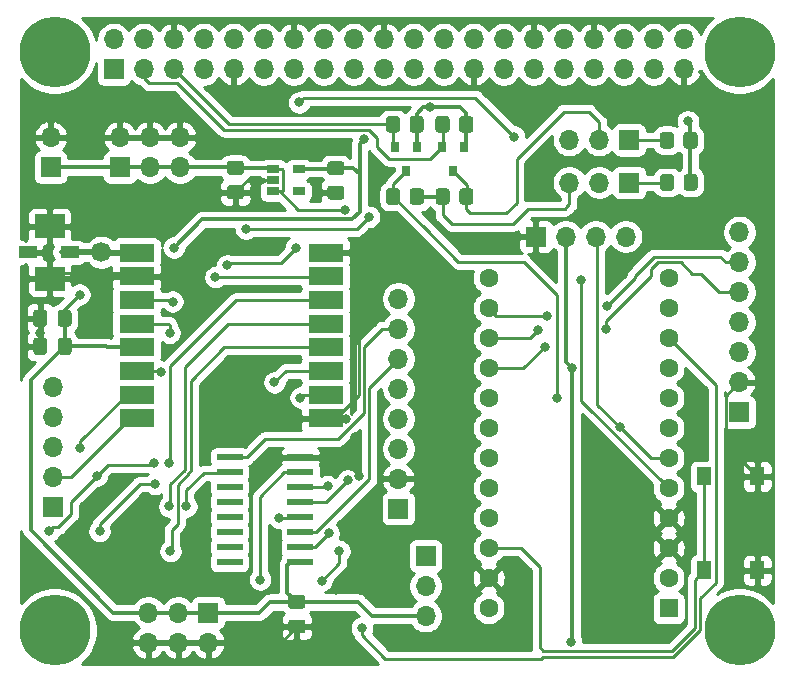
<source format=gbr>
%TF.GenerationSoftware,KiCad,Pcbnew,(5.1.10)-1*%
%TF.CreationDate,2022-02-24T11:14:30+08:00*%
%TF.ProjectId,hat,6861742e-6b69-4636-9164-5f7063625858,rev?*%
%TF.SameCoordinates,Original*%
%TF.FileFunction,Copper,L1,Top*%
%TF.FilePolarity,Positive*%
%FSLAX46Y46*%
G04 Gerber Fmt 4.6, Leading zero omitted, Abs format (unit mm)*
G04 Created by KiCad (PCBNEW (5.1.10)-1) date 2022-02-24 11:14:30*
%MOMM*%
%LPD*%
G01*
G04 APERTURE LIST*
%TA.AperFunction,ComponentPad*%
%ADD10O,1.700000X1.700000*%
%TD*%
%TA.AperFunction,ComponentPad*%
%ADD11R,1.700000X1.700000*%
%TD*%
%TA.AperFunction,SMDPad,CuDef*%
%ADD12R,1.060000X0.650000*%
%TD*%
%TA.AperFunction,ComponentPad*%
%ADD13C,1.600000*%
%TD*%
%TA.AperFunction,ComponentPad*%
%ADD14R,1.600000X1.600000*%
%TD*%
%TA.AperFunction,SMDPad,CuDef*%
%ADD15R,2.200000X0.600000*%
%TD*%
%TA.AperFunction,SMDPad,CuDef*%
%ADD16R,2.500000X2.000000*%
%TD*%
%TA.AperFunction,SMDPad,CuDef*%
%ADD17R,1.500000X1.000000*%
%TD*%
%TA.AperFunction,SMDPad,CuDef*%
%ADD18R,3.000000X1.524000*%
%TD*%
%TA.AperFunction,ConnectorPad*%
%ADD19R,3.000000X1.524000*%
%TD*%
%TA.AperFunction,SMDPad,CuDef*%
%ADD20R,1.300000X1.550000*%
%TD*%
%TA.AperFunction,SMDPad,CuDef*%
%ADD21R,0.800000X0.900000*%
%TD*%
%TA.AperFunction,ComponentPad*%
%ADD22C,1.700000*%
%TD*%
%TA.AperFunction,ComponentPad*%
%ADD23C,6.000000*%
%TD*%
%TA.AperFunction,ViaPad*%
%ADD24C,0.800000*%
%TD*%
%TA.AperFunction,Conductor*%
%ADD25C,0.250000*%
%TD*%
%TA.AperFunction,Conductor*%
%ADD26C,0.350000*%
%TD*%
%TA.AperFunction,Conductor*%
%ADD27C,0.300000*%
%TD*%
%TA.AperFunction,Conductor*%
%ADD28C,0.550000*%
%TD*%
%TA.AperFunction,Conductor*%
%ADD29C,0.254000*%
%TD*%
%TA.AperFunction,Conductor*%
%ADD30C,0.100000*%
%TD*%
G04 APERTURE END LIST*
D10*
%TO.P,SPI_PORT1,7*%
%TO.N,/SCK_H*%
X181470000Y-82800000D03*
%TO.P,SPI_PORT1,6*%
%TO.N,/MOSI_H*%
X181470000Y-85340000D03*
%TO.P,SPI_PORT1,5*%
%TO.N,/MISO*%
X181470000Y-87880000D03*
%TO.P,SPI_PORT1,4*%
%TO.N,/RST_H*%
X181470000Y-90420000D03*
%TO.P,SPI_PORT1,3*%
%TO.N,/CS_H*%
X181470000Y-92960000D03*
%TO.P,SPI_PORT1,2*%
%TO.N,GND*%
X181470000Y-95500000D03*
D11*
%TO.P,SPI_PORT1,1*%
%TO.N,5V*%
X181470000Y-98040000D03*
%TD*%
D10*
%TO.P,J3,3*%
%TO.N,3.3V*%
X154900000Y-115280000D03*
%TO.P,J3,2*%
%TO.N,/MCU_VCC*%
X154900000Y-112740000D03*
D11*
%TO.P,J3,1*%
%TO.N,5V*%
X154900000Y-110200000D03*
%TD*%
D10*
%TO.P,J4,5*%
%TO.N,/DIO5*%
X123340000Y-95900000D03*
%TO.P,J4,4*%
%TO.N,/DIO4*%
X123340000Y-98440000D03*
%TO.P,J4,3*%
%TO.N,/DIO3*%
X123340000Y-100980000D03*
%TO.P,J4,2*%
%TO.N,/DIO2*%
X123340000Y-103520000D03*
D11*
%TO.P,J4,1*%
%TO.N,/DIO1*%
X123340000Y-106060000D03*
%TD*%
D12*
%TO.P,U5,5*%
%TO.N,3.3V*%
X144180000Y-77440000D03*
%TO.P,U5,4*%
%TO.N,Net-(U5-Pad4)*%
X144180000Y-79340000D03*
%TO.P,U5,3*%
%TO.N,5V*%
X141980000Y-79340000D03*
%TO.P,U5,2*%
%TO.N,GND*%
X141980000Y-78390000D03*
%TO.P,U5,1*%
%TO.N,5V*%
X141980000Y-77440000D03*
%TD*%
D13*
%TO.P,U4,24*%
%TO.N,Net-(U4-Pad24)*%
X160230000Y-114630000D03*
%TO.P,U4,23*%
%TO.N,GND*%
X160230000Y-112090000D03*
%TO.P,U4,22*%
%TO.N,Net-(SW1-Pad1)*%
X160230000Y-109550000D03*
%TO.P,U4,21*%
%TO.N,/MCU_VCC*%
X160230000Y-107010000D03*
%TO.P,U4,20*%
%TO.N,Net-(U4-Pad20)*%
X160230000Y-104470000D03*
%TO.P,U4,19*%
%TO.N,Net-(U4-Pad19)*%
X160230000Y-101930000D03*
%TO.P,U4,18*%
%TO.N,Net-(U4-Pad18)*%
X160230000Y-99390000D03*
%TO.P,U4,17*%
%TO.N,Net-(U4-Pad17)*%
X160230000Y-96850000D03*
%TO.P,U4,16*%
%TO.N,/SCK_H*%
X160230000Y-94310000D03*
%TO.P,U4,15*%
%TO.N,/MISO*%
X160230000Y-91770000D03*
%TO.P,U4,14*%
%TO.N,/MOSI_H*%
X160230000Y-89230000D03*
%TO.P,U4,13*%
%TO.N,Net-(U4-Pad13)*%
X160230000Y-86690000D03*
%TO.P,U4,12*%
%TO.N,Net-(U4-Pad12)*%
X175470000Y-86690000D03*
%TO.P,U4,11*%
%TO.N,Net-(U4-Pad11)*%
X175470000Y-89230000D03*
%TO.P,U4,10*%
%TO.N,/DIO0*%
X175470000Y-91770000D03*
%TO.P,U4,9*%
%TO.N,/RST_H*%
X175470000Y-94310000D03*
%TO.P,U4,8*%
%TO.N,Net-(U4-Pad8)*%
X175470000Y-96850000D03*
%TO.P,U4,7*%
%TO.N,/CS_H*%
X175470000Y-99390000D03*
%TO.P,U4,6*%
%TO.N,/MCU_SCL*%
X175470000Y-101930000D03*
%TO.P,U4,5*%
%TO.N,/MCU_SDA*%
X175470000Y-104470000D03*
%TO.P,U4,4*%
%TO.N,GND*%
X175470000Y-107010000D03*
%TO.P,U4,3*%
X175470000Y-109550000D03*
%TO.P,U4,2*%
%TO.N,Net-(U4-Pad2)*%
X175470000Y-112090000D03*
D14*
%TO.P,U4,1*%
%TO.N,Net-(U4-Pad1)*%
X175470000Y-114630000D03*
%TD*%
D15*
%TO.P,U3,8*%
%TO.N,GND*%
X144300000Y-101855000D03*
%TO.P,U3,9*%
%TO.N,/CS_H*%
X138300000Y-101855000D03*
%TO.P,U3,7*%
%TO.N,/RST_H*%
X144300000Y-103125000D03*
%TO.P,U3,10*%
%TO.N,/CS_L*%
X138300000Y-103125000D03*
%TO.P,U3,6*%
%TO.N,/RST_L*%
X144300000Y-104395000D03*
%TO.P,U3,11*%
%TO.N,Net-(U3-Pad11)*%
X138300000Y-104395000D03*
%TO.P,U3,5*%
%TO.N,/SCK_H*%
X144300000Y-105665000D03*
%TO.P,U3,12*%
%TO.N,Net-(U3-Pad12)*%
X138300000Y-105665000D03*
%TO.P,U3,4*%
%TO.N,/SCK_L*%
X144300000Y-106935000D03*
%TO.P,U3,13*%
%TO.N,N/C*%
X138300000Y-106935000D03*
%TO.P,U3,3*%
%TO.N,/MOSI_H*%
X144300000Y-108205000D03*
%TO.P,U3,14*%
%TO.N,Net-(U3-Pad14)*%
X138300000Y-108205000D03*
%TO.P,U3,2*%
%TO.N,/MOSI_L*%
X144300000Y-109475000D03*
%TO.P,U3,15*%
%TO.N,Net-(U3-Pad15)*%
X138300000Y-109475000D03*
%TO.P,U3,1*%
%TO.N,3.3V*%
X144300000Y-110745000D03*
%TO.P,U3,16*%
%TO.N,N/C*%
X138300000Y-110745000D03*
%TD*%
D16*
%TO.P,U2,4*%
%TO.N,GND*%
X123070000Y-82285000D03*
D17*
%TO.P,U2,3*%
X121220000Y-84510000D03*
D16*
%TO.P,U2,2*%
X123070000Y-86735000D03*
D17*
%TO.P,U2,1*%
%TO.N,Net-(J2-Pad1)*%
X124820000Y-84510000D03*
%TD*%
D18*
%TO.P,U1,9*%
%TO.N,Net-(J2-Pad1)*%
X130430000Y-84540000D03*
%TO.P,U1,10*%
%TO.N,GND*%
X130430000Y-86540000D03*
%TO.P,U1,11*%
%TO.N,/DIO3*%
X130430000Y-88540000D03*
%TO.P,U1,12*%
%TO.N,/DIO4*%
X130430000Y-90540000D03*
%TO.P,U1,13*%
%TO.N,3.3V*%
X130430000Y-92540000D03*
%TO.P,U1,14*%
%TO.N,/RFM_DIO0*%
X130430000Y-94540000D03*
%TO.P,U1,15*%
%TO.N,/DIO1*%
X130430000Y-96540000D03*
%TO.P,U1,16*%
%TO.N,/DIO2*%
X130430000Y-98540000D03*
%TO.P,U1,8*%
%TO.N,GND*%
X146430000Y-84540000D03*
%TO.P,U1,7*%
%TO.N,/DIO5*%
X146430000Y-86540000D03*
D19*
%TO.P,U1,6*%
%TO.N,/RFM_RST*%
X146430000Y-88540000D03*
D18*
%TO.P,U1,5*%
%TO.N,/RFM_CS*%
X146430000Y-90540000D03*
%TO.P,U1,4*%
%TO.N,/RFM_SCK*%
X146430000Y-92540000D03*
%TO.P,U1,3*%
%TO.N,/RFM_MOSI*%
X146430000Y-94540000D03*
%TO.P,U1,2*%
%TO.N,/RFM_MISO*%
X146430000Y-96540000D03*
%TO.P,U1,1*%
%TO.N,GND*%
X146430000Y-98540000D03*
%TD*%
D20*
%TO.P,SW1,2*%
%TO.N,GND*%
X182990000Y-103470000D03*
%TO.P,SW1,1*%
%TO.N,Net-(SW1-Pad1)*%
X178490000Y-103470000D03*
X178490000Y-111420000D03*
%TO.P,SW1,2*%
%TO.N,GND*%
X182990000Y-111420000D03*
%TD*%
D10*
%TO.P,SDA_PU1,3*%
%TO.N,5V*%
X167060000Y-74980000D03*
%TO.P,SDA_PU1,2*%
%TO.N,/MCU_SDA*%
X169600000Y-74980000D03*
D11*
%TO.P,SDA_PU1,1*%
%TO.N,Net-(R5-Pad2)*%
X172140000Y-74980000D03*
%TD*%
D10*
%TO.P,SCL_PU1,3*%
%TO.N,5V*%
X167070000Y-78590000D03*
%TO.P,SCL_PU1,2*%
%TO.N,/MCU_SCL*%
X169610000Y-78590000D03*
D11*
%TO.P,SCL_PU1,1*%
%TO.N,Net-(R6-Pad2)*%
X172150000Y-78590000D03*
%TD*%
%TO.P,R6,2*%
%TO.N,Net-(R6-Pad2)*%
%TA.AperFunction,SMDPad,CuDef*%
G36*
G01*
X175940000Y-78129999D02*
X175940000Y-79030001D01*
G75*
G02*
X175690001Y-79280000I-249999J0D01*
G01*
X174989999Y-79280000D01*
G75*
G02*
X174740000Y-79030001I0J249999D01*
G01*
X174740000Y-78129999D01*
G75*
G02*
X174989999Y-77880000I249999J0D01*
G01*
X175690001Y-77880000D01*
G75*
G02*
X175940000Y-78129999I0J-249999D01*
G01*
G37*
%TD.AperFunction*%
%TO.P,R6,1*%
%TO.N,5V*%
%TA.AperFunction,SMDPad,CuDef*%
G36*
G01*
X177940000Y-78129999D02*
X177940000Y-79030001D01*
G75*
G02*
X177690001Y-79280000I-249999J0D01*
G01*
X176989999Y-79280000D01*
G75*
G02*
X176740000Y-79030001I0J249999D01*
G01*
X176740000Y-78129999D01*
G75*
G02*
X176989999Y-77880000I249999J0D01*
G01*
X177690001Y-77880000D01*
G75*
G02*
X177940000Y-78129999I0J-249999D01*
G01*
G37*
%TD.AperFunction*%
%TD*%
%TO.P,R5,2*%
%TO.N,Net-(R5-Pad2)*%
%TA.AperFunction,SMDPad,CuDef*%
G36*
G01*
X175930000Y-74559999D02*
X175930000Y-75460001D01*
G75*
G02*
X175680001Y-75710000I-249999J0D01*
G01*
X174979999Y-75710000D01*
G75*
G02*
X174730000Y-75460001I0J249999D01*
G01*
X174730000Y-74559999D01*
G75*
G02*
X174979999Y-74310000I249999J0D01*
G01*
X175680001Y-74310000D01*
G75*
G02*
X175930000Y-74559999I0J-249999D01*
G01*
G37*
%TD.AperFunction*%
%TO.P,R5,1*%
%TO.N,5V*%
%TA.AperFunction,SMDPad,CuDef*%
G36*
G01*
X177930000Y-74559999D02*
X177930000Y-75460001D01*
G75*
G02*
X177680001Y-75710000I-249999J0D01*
G01*
X176979999Y-75710000D01*
G75*
G02*
X176730000Y-75460001I0J249999D01*
G01*
X176730000Y-74559999D01*
G75*
G02*
X176979999Y-74310000I249999J0D01*
G01*
X177680001Y-74310000D01*
G75*
G02*
X177930000Y-74559999I0J-249999D01*
G01*
G37*
%TD.AperFunction*%
%TD*%
%TO.P,R4,2*%
%TO.N,/MCU_SCL*%
%TA.AperFunction,SMDPad,CuDef*%
G36*
G01*
X152750000Y-79319999D02*
X152750000Y-80220001D01*
G75*
G02*
X152500001Y-80470000I-249999J0D01*
G01*
X151799999Y-80470000D01*
G75*
G02*
X151550000Y-80220001I0J249999D01*
G01*
X151550000Y-79319999D01*
G75*
G02*
X151799999Y-79070000I249999J0D01*
G01*
X152500001Y-79070000D01*
G75*
G02*
X152750000Y-79319999I0J-249999D01*
G01*
G37*
%TD.AperFunction*%
%TO.P,R4,1*%
%TO.N,5V*%
%TA.AperFunction,SMDPad,CuDef*%
G36*
G01*
X154750000Y-79319999D02*
X154750000Y-80220001D01*
G75*
G02*
X154500001Y-80470000I-249999J0D01*
G01*
X153799999Y-80470000D01*
G75*
G02*
X153550000Y-80220001I0J249999D01*
G01*
X153550000Y-79319999D01*
G75*
G02*
X153799999Y-79070000I249999J0D01*
G01*
X154500001Y-79070000D01*
G75*
G02*
X154750000Y-79319999I0J-249999D01*
G01*
G37*
%TD.AperFunction*%
%TD*%
%TO.P,R3,2*%
%TO.N,/MCU_SDA*%
%TA.AperFunction,SMDPad,CuDef*%
G36*
G01*
X157750000Y-80220001D02*
X157750000Y-79319999D01*
G75*
G02*
X157999999Y-79070000I249999J0D01*
G01*
X158700001Y-79070000D01*
G75*
G02*
X158950000Y-79319999I0J-249999D01*
G01*
X158950000Y-80220001D01*
G75*
G02*
X158700001Y-80470000I-249999J0D01*
G01*
X157999999Y-80470000D01*
G75*
G02*
X157750000Y-80220001I0J249999D01*
G01*
G37*
%TD.AperFunction*%
%TO.P,R3,1*%
%TO.N,5V*%
%TA.AperFunction,SMDPad,CuDef*%
G36*
G01*
X155750000Y-80220001D02*
X155750000Y-79319999D01*
G75*
G02*
X155999999Y-79070000I249999J0D01*
G01*
X156700001Y-79070000D01*
G75*
G02*
X156950000Y-79319999I0J-249999D01*
G01*
X156950000Y-80220001D01*
G75*
G02*
X156700001Y-80470000I-249999J0D01*
G01*
X155999999Y-80470000D01*
G75*
G02*
X155750000Y-80220001I0J249999D01*
G01*
G37*
%TD.AperFunction*%
%TD*%
%TO.P,R2,2*%
%TO.N,/PI_SCL*%
%TA.AperFunction,SMDPad,CuDef*%
G36*
G01*
X152740000Y-73209999D02*
X152740000Y-74110001D01*
G75*
G02*
X152490001Y-74360000I-249999J0D01*
G01*
X151789999Y-74360000D01*
G75*
G02*
X151540000Y-74110001I0J249999D01*
G01*
X151540000Y-73209999D01*
G75*
G02*
X151789999Y-72960000I249999J0D01*
G01*
X152490001Y-72960000D01*
G75*
G02*
X152740000Y-73209999I0J-249999D01*
G01*
G37*
%TD.AperFunction*%
%TO.P,R2,1*%
%TO.N,3.3V*%
%TA.AperFunction,SMDPad,CuDef*%
G36*
G01*
X154740000Y-73209999D02*
X154740000Y-74110001D01*
G75*
G02*
X154490001Y-74360000I-249999J0D01*
G01*
X153789999Y-74360000D01*
G75*
G02*
X153540000Y-74110001I0J249999D01*
G01*
X153540000Y-73209999D01*
G75*
G02*
X153789999Y-72960000I249999J0D01*
G01*
X154490001Y-72960000D01*
G75*
G02*
X154740000Y-73209999I0J-249999D01*
G01*
G37*
%TD.AperFunction*%
%TD*%
%TO.P,R1,2*%
%TO.N,/PI_SDA*%
%TA.AperFunction,SMDPad,CuDef*%
G36*
G01*
X156940000Y-73209999D02*
X156940000Y-74110001D01*
G75*
G02*
X156690001Y-74360000I-249999J0D01*
G01*
X155989999Y-74360000D01*
G75*
G02*
X155740000Y-74110001I0J249999D01*
G01*
X155740000Y-73209999D01*
G75*
G02*
X155989999Y-72960000I249999J0D01*
G01*
X156690001Y-72960000D01*
G75*
G02*
X156940000Y-73209999I0J-249999D01*
G01*
G37*
%TD.AperFunction*%
%TO.P,R1,1*%
%TO.N,3.3V*%
%TA.AperFunction,SMDPad,CuDef*%
G36*
G01*
X158940000Y-73209999D02*
X158940000Y-74110001D01*
G75*
G02*
X158690001Y-74360000I-249999J0D01*
G01*
X157989999Y-74360000D01*
G75*
G02*
X157740000Y-74110001I0J249999D01*
G01*
X157740000Y-73209999D01*
G75*
G02*
X157989999Y-72960000I249999J0D01*
G01*
X158690001Y-72960000D01*
G75*
G02*
X158940000Y-73209999I0J-249999D01*
G01*
G37*
%TD.AperFunction*%
%TD*%
D21*
%TO.P,Q2,3*%
%TO.N,/MCU_SCL*%
X153240000Y-77620000D03*
%TO.P,Q2,2*%
%TO.N,/PI_SCL*%
X152290000Y-75620000D03*
%TO.P,Q2,1*%
%TO.N,3.3V*%
X154190000Y-75620000D03*
%TD*%
%TO.P,Q1,3*%
%TO.N,/MCU_SDA*%
X157240000Y-77620000D03*
%TO.P,Q1,2*%
%TO.N,/PI_SDA*%
X156290000Y-75620000D03*
%TO.P,Q1,1*%
%TO.N,3.3V*%
X158190000Y-75620000D03*
%TD*%
D10*
%TO.P,J7,6*%
%TO.N,GND*%
X131420000Y-117540000D03*
%TO.P,J7,5*%
%TO.N,3.3V*%
X131420000Y-115000000D03*
%TO.P,J7,4*%
%TO.N,GND*%
X133960000Y-117540000D03*
%TO.P,J7,3*%
%TO.N,3.3V*%
X133960000Y-115000000D03*
%TO.P,J7,2*%
%TO.N,GND*%
X136500000Y-117540000D03*
D11*
%TO.P,J7,1*%
%TO.N,3.3V*%
X136500000Y-115000000D03*
%TD*%
D10*
%TO.P,J6,6*%
%TO.N,GND*%
X134100000Y-74770000D03*
%TO.P,J6,5*%
%TO.N,5V*%
X134100000Y-77310000D03*
%TO.P,J6,4*%
%TO.N,GND*%
X131560000Y-74770000D03*
%TO.P,J6,3*%
%TO.N,5V*%
X131560000Y-77310000D03*
%TO.P,J6,2*%
%TO.N,GND*%
X129020000Y-74770000D03*
D11*
%TO.P,J6,1*%
%TO.N,5V*%
X129020000Y-77310000D03*
%TD*%
D22*
%TO.P,J2,1*%
%TO.N,Net-(J2-Pad1)*%
X127450000Y-84480000D03*
%TD*%
D10*
%TO.P,I2C_PORT1,4*%
%TO.N,/MCU_SDA*%
X171850000Y-83160000D03*
%TO.P,I2C_PORT1,3*%
%TO.N,/MCU_SCL*%
X169310000Y-83160000D03*
%TO.P,I2C_PORT1,2*%
%TO.N,5V*%
X166770000Y-83160000D03*
D11*
%TO.P,I2C_PORT1,1*%
%TO.N,GND*%
X164230000Y-83160000D03*
%TD*%
D10*
%TO.P,FAN1,2*%
%TO.N,GND*%
X123150000Y-74770000D03*
D11*
%TO.P,FAN1,1*%
%TO.N,5V*%
X123150000Y-77310000D03*
%TD*%
%TO.P,C5,2*%
%TO.N,GND*%
%TA.AperFunction,SMDPad,CuDef*%
G36*
G01*
X146825000Y-78857500D02*
X147775000Y-78857500D01*
G75*
G02*
X148025000Y-79107500I0J-250000D01*
G01*
X148025000Y-79782500D01*
G75*
G02*
X147775000Y-80032500I-250000J0D01*
G01*
X146825000Y-80032500D01*
G75*
G02*
X146575000Y-79782500I0J250000D01*
G01*
X146575000Y-79107500D01*
G75*
G02*
X146825000Y-78857500I250000J0D01*
G01*
G37*
%TD.AperFunction*%
%TO.P,C5,1*%
%TO.N,3.3V*%
%TA.AperFunction,SMDPad,CuDef*%
G36*
G01*
X146825000Y-76782500D02*
X147775000Y-76782500D01*
G75*
G02*
X148025000Y-77032500I0J-250000D01*
G01*
X148025000Y-77707500D01*
G75*
G02*
X147775000Y-77957500I-250000J0D01*
G01*
X146825000Y-77957500D01*
G75*
G02*
X146575000Y-77707500I0J250000D01*
G01*
X146575000Y-77032500D01*
G75*
G02*
X146825000Y-76782500I250000J0D01*
G01*
G37*
%TD.AperFunction*%
%TD*%
%TO.P,C4,2*%
%TO.N,GND*%
%TA.AperFunction,SMDPad,CuDef*%
G36*
G01*
X138325000Y-78827500D02*
X139275000Y-78827500D01*
G75*
G02*
X139525000Y-79077500I0J-250000D01*
G01*
X139525000Y-79752500D01*
G75*
G02*
X139275000Y-80002500I-250000J0D01*
G01*
X138325000Y-80002500D01*
G75*
G02*
X138075000Y-79752500I0J250000D01*
G01*
X138075000Y-79077500D01*
G75*
G02*
X138325000Y-78827500I250000J0D01*
G01*
G37*
%TD.AperFunction*%
%TO.P,C4,1*%
%TO.N,5V*%
%TA.AperFunction,SMDPad,CuDef*%
G36*
G01*
X138325000Y-76752500D02*
X139275000Y-76752500D01*
G75*
G02*
X139525000Y-77002500I0J-250000D01*
G01*
X139525000Y-77677500D01*
G75*
G02*
X139275000Y-77927500I-250000J0D01*
G01*
X138325000Y-77927500D01*
G75*
G02*
X138075000Y-77677500I0J250000D01*
G01*
X138075000Y-77002500D01*
G75*
G02*
X138325000Y-76752500I250000J0D01*
G01*
G37*
%TD.AperFunction*%
%TD*%
%TO.P,C3,2*%
%TO.N,GND*%
%TA.AperFunction,SMDPad,CuDef*%
G36*
G01*
X143525000Y-115587500D02*
X144475000Y-115587500D01*
G75*
G02*
X144725000Y-115837500I0J-250000D01*
G01*
X144725000Y-116512500D01*
G75*
G02*
X144475000Y-116762500I-250000J0D01*
G01*
X143525000Y-116762500D01*
G75*
G02*
X143275000Y-116512500I0J250000D01*
G01*
X143275000Y-115837500D01*
G75*
G02*
X143525000Y-115587500I250000J0D01*
G01*
G37*
%TD.AperFunction*%
%TO.P,C3,1*%
%TO.N,3.3V*%
%TA.AperFunction,SMDPad,CuDef*%
G36*
G01*
X143525000Y-113512500D02*
X144475000Y-113512500D01*
G75*
G02*
X144725000Y-113762500I0J-250000D01*
G01*
X144725000Y-114437500D01*
G75*
G02*
X144475000Y-114687500I-250000J0D01*
G01*
X143525000Y-114687500D01*
G75*
G02*
X143275000Y-114437500I0J250000D01*
G01*
X143275000Y-113762500D01*
G75*
G02*
X143525000Y-113512500I250000J0D01*
G01*
G37*
%TD.AperFunction*%
%TD*%
%TO.P,C2,2*%
%TO.N,GND*%
%TA.AperFunction,SMDPad,CuDef*%
G36*
G01*
X122862500Y-91975000D02*
X122862500Y-92925000D01*
G75*
G02*
X122612500Y-93175000I-250000J0D01*
G01*
X121937500Y-93175000D01*
G75*
G02*
X121687500Y-92925000I0J250000D01*
G01*
X121687500Y-91975000D01*
G75*
G02*
X121937500Y-91725000I250000J0D01*
G01*
X122612500Y-91725000D01*
G75*
G02*
X122862500Y-91975000I0J-250000D01*
G01*
G37*
%TD.AperFunction*%
%TO.P,C2,1*%
%TO.N,3.3V*%
%TA.AperFunction,SMDPad,CuDef*%
G36*
G01*
X124937500Y-91975000D02*
X124937500Y-92925000D01*
G75*
G02*
X124687500Y-93175000I-250000J0D01*
G01*
X124012500Y-93175000D01*
G75*
G02*
X123762500Y-92925000I0J250000D01*
G01*
X123762500Y-91975000D01*
G75*
G02*
X124012500Y-91725000I250000J0D01*
G01*
X124687500Y-91725000D01*
G75*
G02*
X124937500Y-91975000I0J-250000D01*
G01*
G37*
%TD.AperFunction*%
%TD*%
%TO.P,C1,2*%
%TO.N,GND*%
%TA.AperFunction,SMDPad,CuDef*%
G36*
G01*
X122847500Y-89605000D02*
X122847500Y-90555000D01*
G75*
G02*
X122597500Y-90805000I-250000J0D01*
G01*
X121922500Y-90805000D01*
G75*
G02*
X121672500Y-90555000I0J250000D01*
G01*
X121672500Y-89605000D01*
G75*
G02*
X121922500Y-89355000I250000J0D01*
G01*
X122597500Y-89355000D01*
G75*
G02*
X122847500Y-89605000I0J-250000D01*
G01*
G37*
%TD.AperFunction*%
%TO.P,C1,1*%
%TO.N,3.3V*%
%TA.AperFunction,SMDPad,CuDef*%
G36*
G01*
X124922500Y-89605000D02*
X124922500Y-90555000D01*
G75*
G02*
X124672500Y-90805000I-250000J0D01*
G01*
X123997500Y-90805000D01*
G75*
G02*
X123747500Y-90555000I0J250000D01*
G01*
X123747500Y-89605000D01*
G75*
G02*
X123997500Y-89355000I250000J0D01*
G01*
X124672500Y-89355000D01*
G75*
G02*
X124922500Y-89605000I0J-250000D01*
G01*
G37*
%TD.AperFunction*%
%TD*%
D23*
%TO.P,H3,*%
%TO.N,*%
X181500000Y-67500000D03*
%TD*%
%TO.P,H1,*%
%TO.N,*%
X123500000Y-116500000D03*
%TD*%
%TO.P,H2,*%
%TO.N,*%
X123500000Y-67500000D03*
%TD*%
%TO.P,H4,*%
%TO.N,*%
X181500000Y-116500000D03*
%TD*%
D10*
%TO.P,J1,40*%
%TO.N,/GPIO21*%
X176760000Y-66460000D03*
%TO.P,J1,39*%
%TO.N,GND*%
X176760000Y-69000000D03*
%TO.P,J1,38*%
%TO.N,/PI_RST*%
X174220000Y-66460000D03*
%TO.P,J1,37*%
%TO.N,/GPIO26*%
X174220000Y-69000000D03*
%TO.P,J1,36*%
%TO.N,/PI_DIO0*%
X171680000Y-66460000D03*
%TO.P,J1,35*%
%TO.N,/GPIO19*%
X171680000Y-69000000D03*
%TO.P,J1,34*%
%TO.N,GND*%
X169140000Y-66460000D03*
%TO.P,J1,33*%
%TO.N,/GPIO13*%
X169140000Y-69000000D03*
%TO.P,J1,32*%
%TO.N,/GPIO12*%
X166600000Y-66460000D03*
%TO.P,J1,31*%
%TO.N,/GPIO6*%
X166600000Y-69000000D03*
%TO.P,J1,30*%
%TO.N,GND*%
X164060000Y-66460000D03*
%TO.P,J1,29*%
%TO.N,/GPIO5*%
X164060000Y-69000000D03*
%TO.P,J1,28*%
%TO.N,/GPIO1*%
X161520000Y-66460000D03*
%TO.P,J1,27*%
%TO.N,/GPIO0*%
X161520000Y-69000000D03*
%TO.P,J1,26*%
%TO.N,/GPIO7*%
X158980000Y-66460000D03*
%TO.P,J1,25*%
%TO.N,GND*%
X158980000Y-69000000D03*
%TO.P,J1,24*%
%TO.N,/PI_CS*%
X156440000Y-66460000D03*
%TO.P,J1,23*%
%TO.N,/PI_SCK*%
X156440000Y-69000000D03*
%TO.P,J1,22*%
%TO.N,/GPIO25*%
X153900000Y-66460000D03*
%TO.P,J1,21*%
%TO.N,/PI_MISO*%
X153900000Y-69000000D03*
%TO.P,J1,20*%
%TO.N,GND*%
X151360000Y-66460000D03*
%TO.P,J1,19*%
%TO.N,/PI_MOSI*%
X151360000Y-69000000D03*
%TO.P,J1,18*%
%TO.N,/GPIO24*%
X148820000Y-66460000D03*
%TO.P,J1,17*%
%TO.N,Net-(J1-Pad17)*%
X148820000Y-69000000D03*
%TO.P,J1,16*%
%TO.N,/GPIO23*%
X146280000Y-66460000D03*
%TO.P,J1,15*%
%TO.N,/GPIO22*%
X146280000Y-69000000D03*
%TO.P,J1,14*%
%TO.N,GND*%
X143740000Y-66460000D03*
%TO.P,J1,13*%
%TO.N,/GPIO27*%
X143740000Y-69000000D03*
%TO.P,J1,12*%
%TO.N,/GPIO18*%
X141200000Y-66460000D03*
%TO.P,J1,11*%
%TO.N,/GPIO17*%
X141200000Y-69000000D03*
%TO.P,J1,10*%
%TO.N,/GPIO15*%
X138660000Y-66460000D03*
%TO.P,J1,9*%
%TO.N,GND*%
X138660000Y-69000000D03*
%TO.P,J1,8*%
%TO.N,/GPIO14*%
X136120000Y-66460000D03*
%TO.P,J1,7*%
%TO.N,/GPIO4*%
X136120000Y-69000000D03*
%TO.P,J1,6*%
%TO.N,GND*%
X133580000Y-66460000D03*
%TO.P,J1,5*%
%TO.N,/PI_SCL*%
X133580000Y-69000000D03*
%TO.P,J1,4*%
%TO.N,5V*%
X131040000Y-66460000D03*
%TO.P,J1,3*%
%TO.N,/PI_SDA*%
X131040000Y-69000000D03*
%TO.P,J1,2*%
%TO.N,5V*%
X128500000Y-66460000D03*
D11*
%TO.P,J1,1*%
%TO.N,Net-(J1-Pad1)*%
X128500000Y-69000000D03*
%TD*%
%TO.P,J5,1*%
%TO.N,5V*%
X152600000Y-106200000D03*
D10*
%TO.P,J5,2*%
%TO.N,GND*%
X152600000Y-103660000D03*
%TO.P,J5,3*%
%TO.N,/DIO0*%
X152600000Y-101120000D03*
%TO.P,J5,4*%
%TO.N,/SCK_H*%
X152600000Y-98580000D03*
%TO.P,J5,5*%
%TO.N,/MISO*%
X152600000Y-96040000D03*
%TO.P,J5,6*%
%TO.N,/MOSI_H*%
X152600000Y-93500000D03*
%TO.P,J5,7*%
%TO.N,/CS_H*%
X152600000Y-90960000D03*
%TO.P,J5,8*%
%TO.N,/RST_H*%
X152600000Y-88420000D03*
%TD*%
D24*
%TO.N,GND*%
X147300000Y-79400000D03*
X145430000Y-84540000D03*
X164600000Y-79600000D03*
X122260000Y-91360000D03*
X154600000Y-83900000D03*
X157400000Y-83200000D03*
X148900000Y-100100000D03*
X148145848Y-98645848D03*
X149300000Y-103400000D03*
X149200000Y-109700000D03*
X147300000Y-113100000D03*
X146000000Y-116200000D03*
%TO.N,3.3V*%
X125600000Y-88080000D03*
X133600000Y-84100000D03*
X149700000Y-74900000D03*
X155300000Y-72200000D03*
%TO.N,5V*%
X177100000Y-73400000D03*
X167300000Y-94300000D03*
X167200000Y-117500000D03*
X148100000Y-80900000D03*
X154150000Y-79770000D03*
%TO.N,/PI_SCK*%
X143925000Y-84100000D03*
X138100000Y-85600000D03*
%TO.N,/PI_SCL*%
X133580000Y-69000000D03*
%TO.N,/DIO3*%
X133480000Y-88660000D03*
%TO.N,/DIO4*%
X133230000Y-91310000D03*
%TO.N,/DIO0*%
X149500000Y-116300000D03*
%TO.N,/DIO1*%
X125670000Y-101100000D03*
%TO.N,/RFM_MISO*%
X144300000Y-96800000D03*
%TO.N,/RFM_MOSI*%
X142100000Y-95500000D03*
%TO.N,/RFM_SCK*%
X133300000Y-109800000D03*
%TO.N,/RFM_CS*%
X133200000Y-106000000D03*
%TO.N,/RFM_RST*%
X133200000Y-102300000D03*
%TO.N,/MCU_SDA*%
X168100000Y-86800000D03*
%TO.N,/MCU_SCL*%
X166000000Y-96800000D03*
X171350075Y-99324770D03*
%TO.N,/DIO5*%
X137100000Y-86600000D03*
%TO.N,/PI_RST*%
X127100000Y-103400000D03*
X131900000Y-102300000D03*
X123000000Y-108100000D03*
X144200000Y-71800000D03*
X162400000Y-74700000D03*
%TO.N,/PI_CS*%
X139700000Y-82500000D03*
X150100000Y-81500000D03*
%TO.N,/RST_H*%
X140900000Y-112200000D03*
%TO.N,/MOSI_H*%
X170300000Y-89000000D03*
X165200000Y-89900000D03*
%TO.N,/MISO*%
X164400000Y-91100000D03*
X170200000Y-91000000D03*
%TO.N,/SCK_H*%
X148300000Y-103800000D03*
X165000000Y-92500000D03*
%TO.N,/SCK_L*%
X142520571Y-106999999D03*
%TO.N,/MOSI_L*%
X146700000Y-108300000D03*
%TO.N,/CS_L*%
X134650001Y-106000000D03*
%TO.N,/RST_L*%
X146600000Y-104300000D03*
X147600000Y-109800000D03*
X146100000Y-112300000D03*
X127300000Y-108100000D03*
X132000000Y-104100000D03*
%TO.N,/RFM_DIO0*%
X132500000Y-94600000D03*
%TD*%
D25*
%TO.N,GND*%
X131100000Y-86210000D02*
X131430000Y-86540000D01*
X123070000Y-86210000D02*
X131100000Y-86210000D01*
X139825000Y-78390000D02*
X141980000Y-78390000D01*
X138800000Y-79415000D02*
X139825000Y-78390000D01*
X147300000Y-79445000D02*
X147300000Y-79400000D01*
X122275000Y-91375000D02*
X122260000Y-91360000D01*
X122275000Y-92450000D02*
X122275000Y-91375000D01*
X122260000Y-90080000D02*
X122260000Y-91360000D01*
X149249990Y-96567012D02*
X149249990Y-85850010D01*
X147277002Y-98540000D02*
X149249990Y-96567012D01*
X145430000Y-98540000D02*
X147277002Y-98540000D01*
X151200000Y-83900000D02*
X154600000Y-83900000D01*
X149249990Y-85850010D02*
X151200000Y-83900000D01*
X164190000Y-83200000D02*
X164230000Y-83160000D01*
X157400000Y-83200000D02*
X164190000Y-83200000D01*
X147145000Y-101855000D02*
X148900000Y-100100000D01*
X144300000Y-101855000D02*
X147145000Y-101855000D01*
X145535848Y-98645848D02*
X145430000Y-98540000D01*
X148145848Y-98645848D02*
X145535848Y-98645848D01*
X131420000Y-117540000D02*
X133960000Y-117540000D01*
X133960000Y-117540000D02*
X136500000Y-117540000D01*
X142635000Y-117540000D02*
X144000000Y-116175000D01*
X136500000Y-117540000D02*
X142635000Y-117540000D01*
X180294999Y-100774999D02*
X182990000Y-103470000D01*
X180294999Y-96675001D02*
X180294999Y-100774999D01*
X181470000Y-95500000D02*
X180294999Y-96675001D01*
X148900000Y-100100000D02*
X148900000Y-103000000D01*
X148900000Y-103000000D02*
X149300000Y-103400000D01*
X149200000Y-109700000D02*
X149200000Y-111600000D01*
X147700000Y-113100000D02*
X147300000Y-113100000D01*
X149200000Y-111600000D02*
X147700000Y-113100000D01*
X144025000Y-116200000D02*
X144000000Y-116175000D01*
X146000000Y-116200000D02*
X144025000Y-116200000D01*
%TO.N,3.3V*%
X124350000Y-90095000D02*
X124335000Y-90080000D01*
D26*
X124350000Y-92450000D02*
X124350000Y-90095000D01*
X127920000Y-92540000D02*
X131430000Y-92540000D01*
D25*
X147230000Y-77440000D02*
X147300000Y-77370000D01*
D27*
X144180000Y-77440000D02*
X147230000Y-77440000D01*
X148790000Y-77370000D02*
X149310000Y-77890000D01*
X147300000Y-77370000D02*
X148790000Y-77370000D01*
D25*
X124335000Y-89345000D02*
X124335000Y-90080000D01*
D26*
X125600000Y-88080000D02*
X124335000Y-89345000D01*
X127830000Y-92450000D02*
X127920000Y-92540000D01*
X124350000Y-92450000D02*
X127830000Y-92450000D01*
X121470000Y-95330000D02*
X121470000Y-108030000D01*
X124350000Y-92450000D02*
X121470000Y-95330000D01*
X149310000Y-77890000D02*
X149310000Y-81090000D01*
X149310000Y-81090000D02*
X148700000Y-81700000D01*
X136000000Y-81700000D02*
X133600000Y-84100000D01*
X148700000Y-81700000D02*
X136000000Y-81700000D01*
X154140000Y-73660000D02*
X154140000Y-72760000D01*
X154140000Y-72760000D02*
X154700000Y-72200000D01*
X158340000Y-72740000D02*
X158340000Y-73660000D01*
X157800000Y-72200000D02*
X158340000Y-72740000D01*
D27*
X149310000Y-75290000D02*
X149700000Y-74900000D01*
D26*
X149310000Y-77890000D02*
X149310000Y-75290000D01*
X155300000Y-72200000D02*
X157800000Y-72200000D01*
X154700000Y-72200000D02*
X155300000Y-72200000D01*
D25*
X154190000Y-73710000D02*
X154140000Y-73660000D01*
D26*
X154190000Y-75620000D02*
X154190000Y-73710000D01*
D25*
X158340000Y-75470000D02*
X158190000Y-75620000D01*
D26*
X158340000Y-73660000D02*
X158340000Y-75470000D01*
X128440000Y-115000000D02*
X131420000Y-115000000D01*
X121470000Y-108030000D02*
X128440000Y-115000000D01*
X131420000Y-115000000D02*
X133960000Y-115000000D01*
X133960000Y-115000000D02*
X136500000Y-115000000D01*
X136500000Y-115000000D02*
X140600000Y-115000000D01*
D25*
X140600000Y-115000000D02*
X140800000Y-115000000D01*
D26*
X144000000Y-114100000D02*
X149200000Y-114100000D01*
X141700000Y-114100000D02*
X140800000Y-115000000D01*
X144000000Y-114100000D02*
X141700000Y-114100000D01*
D25*
X144300000Y-110745000D02*
X143455000Y-110745000D01*
X143455000Y-110745000D02*
X143200000Y-111000000D01*
D26*
X143200000Y-113300000D02*
X144000000Y-114100000D01*
X143200000Y-111000000D02*
X143200000Y-113300000D01*
X150380000Y-115280000D02*
X149200000Y-114100000D01*
X154900000Y-115280000D02*
X150380000Y-115280000D01*
%TO.N,5V*%
X123150000Y-77310000D02*
X129020000Y-77310000D01*
X129020000Y-77310000D02*
X131560000Y-77310000D01*
X131560000Y-77310000D02*
X134100000Y-77310000D01*
D25*
X138770000Y-77310000D02*
X138800000Y-77340000D01*
D26*
X134100000Y-77310000D02*
X138770000Y-77310000D01*
D25*
X141880000Y-77340000D02*
X141980000Y-77440000D01*
D27*
X138800000Y-77340000D02*
X141880000Y-77340000D01*
D25*
X142835001Y-79264999D02*
X142760000Y-79340000D01*
X142835001Y-77515001D02*
X142835001Y-79264999D01*
X142760000Y-77440000D02*
X142835001Y-77515001D01*
X141980000Y-77440000D02*
X142760000Y-77440000D01*
D26*
X156350000Y-79770000D02*
X154150000Y-79770000D01*
D25*
X177330000Y-78570000D02*
X177340000Y-78580000D01*
D26*
X177330000Y-75010000D02*
X177330000Y-78570000D01*
D25*
X177330000Y-73630000D02*
X177100000Y-73400000D01*
D26*
X177330000Y-75010000D02*
X177330000Y-73630000D01*
D25*
X156350000Y-79770000D02*
X156350000Y-80250000D01*
X167070000Y-80430000D02*
X167070000Y-78590000D01*
D26*
X166770000Y-93770000D02*
X167300000Y-94300000D01*
X166770000Y-83160000D02*
X166770000Y-93770000D01*
D25*
X167300000Y-117400000D02*
X167200000Y-117500000D01*
D26*
X167300000Y-94300000D02*
X167300000Y-117400000D01*
D25*
X156350000Y-79770000D02*
X156350000Y-81350000D01*
X156350000Y-81350000D02*
X157100000Y-82100000D01*
X157100000Y-82100000D02*
X162300000Y-82100000D01*
X162300000Y-82100000D02*
X163600000Y-80800000D01*
X163600000Y-80800000D02*
X166700000Y-80800000D01*
X166700000Y-80800000D02*
X166900000Y-80600000D01*
X166900000Y-80600000D02*
X167070000Y-80430000D01*
X166704990Y-80795010D02*
X166900000Y-80600000D01*
X144100000Y-80900000D02*
X148100000Y-80900000D01*
X142540000Y-79340000D02*
X144100000Y-80900000D01*
X142760000Y-79340000D02*
X142540000Y-79340000D01*
X142540000Y-79340000D02*
X141980000Y-79340000D01*
%TO.N,/PI_SCK*%
X142625000Y-85400000D02*
X143925000Y-84100000D01*
X141400000Y-85400000D02*
X142625000Y-85400000D01*
X141600000Y-85400000D02*
X141400000Y-85400000D01*
X141400000Y-85400000D02*
X140300000Y-85400000D01*
X140300000Y-85400000D02*
X140000000Y-85400000D01*
X138300000Y-85400000D02*
X138100000Y-85600000D01*
X140000000Y-85400000D02*
X138300000Y-85400000D01*
%TO.N,/PI_SCL*%
X138240000Y-73660000D02*
X133580000Y-69000000D01*
X152140000Y-73660000D02*
X138240000Y-73660000D01*
X152140000Y-75470000D02*
X152290000Y-75620000D01*
X152140000Y-73660000D02*
X152140000Y-75470000D01*
%TO.N,/PI_SDA*%
X156340000Y-75570000D02*
X156290000Y-75620000D01*
X156340000Y-73660000D02*
X156340000Y-75570000D01*
X156290000Y-75620000D02*
X155310000Y-76600000D01*
X155310000Y-76600000D02*
X151800000Y-76600000D01*
X151800000Y-76600000D02*
X150800000Y-75600000D01*
X150800000Y-75600000D02*
X150800000Y-74800000D01*
X150110010Y-74110010D02*
X137810010Y-74110010D01*
X150800000Y-74800000D02*
X150110010Y-74110010D01*
X133875001Y-70175001D02*
X131475001Y-70175001D01*
X137810010Y-74110010D02*
X133875001Y-70175001D01*
X131040000Y-69740000D02*
X131040000Y-69000000D01*
X131475001Y-70175001D02*
X131040000Y-69740000D01*
%TO.N,Net-(J2-Pad1)*%
X127510000Y-84540000D02*
X127450000Y-84480000D01*
D28*
X131430000Y-84540000D02*
X127510000Y-84540000D01*
D25*
X124100000Y-84480000D02*
X124070000Y-84510000D01*
D28*
X127450000Y-84480000D02*
X124100000Y-84480000D01*
D25*
%TO.N,/DIO3*%
X133360000Y-88540000D02*
X133480000Y-88660000D01*
X131430000Y-88540000D02*
X133360000Y-88540000D01*
%TO.N,/DIO4*%
X131760000Y-90210000D02*
X131430000Y-90540000D01*
X133230000Y-91310000D02*
X133230000Y-90660000D01*
X133110000Y-90540000D02*
X131430000Y-90540000D01*
X133230000Y-90660000D02*
X133110000Y-90540000D01*
%TO.N,/DIO0*%
X179465001Y-112455001D02*
X178140010Y-113779992D01*
X179465001Y-95765001D02*
X179465001Y-112455001D01*
X175470000Y-91770000D02*
X179465001Y-95765001D01*
X178140009Y-116496401D02*
X175836410Y-118800000D01*
X178140010Y-113779992D02*
X178140009Y-116496401D01*
X164713590Y-118900000D02*
X151500000Y-118900000D01*
X164813590Y-118800000D02*
X164713590Y-118900000D01*
X175836410Y-118800000D02*
X164813590Y-118800000D01*
X149500000Y-116900000D02*
X149500000Y-116300000D01*
X151500000Y-118900000D02*
X149500000Y-116900000D01*
%TO.N,/DIO1*%
X129582998Y-96540000D02*
X131430000Y-96540000D01*
X125670000Y-100452998D02*
X129582998Y-96540000D01*
X125670000Y-101100000D02*
X125670000Y-100452998D01*
%TO.N,/DIO2*%
X131430000Y-98540000D02*
X129860000Y-98540000D01*
X124880000Y-103520000D02*
X123340000Y-103520000D01*
X129860000Y-98540000D02*
X124880000Y-103520000D01*
%TO.N,/RFM_MISO*%
X144560000Y-96540000D02*
X144300000Y-96800000D01*
X145430000Y-96540000D02*
X144560000Y-96540000D01*
%TO.N,/RFM_MOSI*%
X143060000Y-94540000D02*
X145430000Y-94540000D01*
X142100000Y-95500000D02*
X143060000Y-94540000D01*
%TO.N,/RFM_SCK*%
X145430000Y-92540000D02*
X137860000Y-92540000D01*
X137860000Y-92540000D02*
X135000000Y-95400000D01*
X133400000Y-109700000D02*
X133300000Y-109800000D01*
X133400000Y-108000000D02*
X133400000Y-109700000D01*
X133925001Y-107474999D02*
X133925001Y-104174999D01*
X133400000Y-108000000D02*
X133925001Y-107474999D01*
X135000000Y-103036410D02*
X135000000Y-95400000D01*
X134900000Y-103136410D02*
X135000000Y-103036410D01*
X134900000Y-103200000D02*
X134900000Y-103136410D01*
X133925001Y-104174999D02*
X134900000Y-103200000D01*
%TO.N,/RFM_CS*%
X145430000Y-90540000D02*
X138160000Y-90540000D01*
X138160000Y-90540000D02*
X134500000Y-94200000D01*
X134500000Y-94200000D02*
X134500000Y-102900000D01*
X133300000Y-105900000D02*
X133200000Y-106000000D01*
X133300000Y-104100000D02*
X133300000Y-105900000D01*
X134500000Y-102900000D02*
X133300000Y-104100000D01*
%TO.N,/RFM_RST*%
X145430000Y-88540000D02*
X139560000Y-88540000D01*
X139560000Y-88540000D02*
X139360000Y-88540000D01*
X133300000Y-102200000D02*
X133200000Y-102300000D01*
X133300000Y-94100000D02*
X133300000Y-102200000D01*
X138860000Y-88540000D02*
X133300000Y-94100000D01*
X139560000Y-88540000D02*
X138860000Y-88540000D01*
%TO.N,/MCU_SDA*%
X157240000Y-77620000D02*
X158400000Y-78780000D01*
X158400000Y-79720000D02*
X158350000Y-79770000D01*
X158400000Y-78780000D02*
X158400000Y-79720000D01*
X168100000Y-97100000D02*
X168100000Y-86800000D01*
X175470000Y-104470000D02*
X168100000Y-97100000D01*
X158350000Y-80850000D02*
X158700000Y-81200000D01*
X158350000Y-79770000D02*
X158350000Y-80850000D01*
X169600000Y-74980000D02*
X169600000Y-73500000D01*
X169600000Y-73500000D02*
X168700000Y-72600000D01*
X168700000Y-72600000D02*
X166600000Y-72600000D01*
X166600000Y-72600000D02*
X162600000Y-76600000D01*
X162600000Y-76600000D02*
X162600000Y-80300000D01*
X161700000Y-81200000D02*
X158700000Y-81200000D01*
X162600000Y-80300000D02*
X161700000Y-81200000D01*
%TO.N,/MCU_SCL*%
X152150000Y-78710000D02*
X153240000Y-77620000D01*
X152150000Y-79770000D02*
X152150000Y-78710000D01*
X173955305Y-101930000D02*
X171350075Y-99324770D01*
X175470000Y-101930000D02*
X173955305Y-101930000D01*
X171350075Y-99324770D02*
X169435305Y-97410000D01*
X169435305Y-83285305D02*
X169310000Y-83160000D01*
X169435305Y-97410000D02*
X169435305Y-83285305D01*
X152150000Y-79770000D02*
X154930010Y-82550010D01*
X166000000Y-88100000D02*
X166000000Y-96800000D01*
X166000000Y-88100000D02*
X163200000Y-85300000D01*
X157680000Y-85300000D02*
X154930010Y-82550010D01*
X163200000Y-85300000D02*
X157680000Y-85300000D01*
%TO.N,Net-(SW1-Pad1)*%
X178490000Y-103470000D02*
X178490000Y-111420000D01*
X164560000Y-117910000D02*
X164560000Y-111120000D01*
X164560000Y-111120000D02*
X162990000Y-109550000D01*
X164875001Y-118225001D02*
X164560000Y-117910000D01*
X175774999Y-118225001D02*
X164875001Y-118225001D01*
X177690000Y-116310000D02*
X175774999Y-118225001D01*
X177690000Y-112220000D02*
X177690000Y-116310000D01*
X162990000Y-109550000D02*
X160230000Y-109550000D01*
X178490000Y-111420000D02*
X177690000Y-112220000D01*
%TO.N,/DIO5*%
X145410000Y-86520000D02*
X145430000Y-86540000D01*
X145370000Y-86600000D02*
X145430000Y-86540000D01*
X137100000Y-86600000D02*
X145370000Y-86600000D01*
%TO.N,/PI_RST*%
X127100000Y-103400000D02*
X128000000Y-102500000D01*
X131700000Y-102500000D02*
X131900000Y-102300000D01*
X128000000Y-102500000D02*
X131700000Y-102500000D01*
X127100000Y-103400000D02*
X124900000Y-105600000D01*
X124900000Y-106663590D02*
X123800000Y-107763590D01*
X124900000Y-105600000D02*
X124900000Y-106663590D01*
X123336410Y-107763590D02*
X123000000Y-108100000D01*
X123800000Y-107763590D02*
X123336410Y-107763590D01*
X159100001Y-71400001D02*
X162400000Y-74700000D01*
X144599999Y-71400001D02*
X159100001Y-71400001D01*
X144200000Y-71800000D02*
X144599999Y-71400001D01*
%TO.N,/PI_CS*%
X149100000Y-82500000D02*
X150100000Y-81500000D01*
X139700000Y-82500000D02*
X149100000Y-82500000D01*
%TO.N,/RST_H*%
X140900000Y-105175000D02*
X140900000Y-112200000D01*
X142950000Y-103125000D02*
X140900000Y-105175000D01*
X144300000Y-103125000D02*
X142950000Y-103125000D01*
%TO.N,/CS_H*%
X149700000Y-92500000D02*
X151240000Y-90960000D01*
X149700000Y-98117002D02*
X149700000Y-92500000D01*
X147517002Y-100300000D02*
X149700000Y-98117002D01*
X141300000Y-100300000D02*
X147517002Y-100300000D01*
X139745000Y-101855000D02*
X141300000Y-100300000D01*
X151240000Y-90960000D02*
X152600000Y-90960000D01*
X138300000Y-101855000D02*
X139745000Y-101855000D01*
%TO.N,/MOSI_H*%
X145650000Y-108205000D02*
X144300000Y-108205000D01*
X152600000Y-93500000D02*
X150150009Y-95949991D01*
X160900000Y-89900000D02*
X160230000Y-89230000D01*
X165200000Y-89900000D02*
X160900000Y-89900000D01*
X150150009Y-95949991D02*
X150150009Y-103704991D01*
X150150009Y-103704991D02*
X145650000Y-108205000D01*
X180340000Y-85340000D02*
X181470000Y-85340000D01*
X179849990Y-84849990D02*
X180340000Y-85340000D01*
X174250010Y-84849990D02*
X179849990Y-84849990D01*
X172600000Y-86500000D02*
X174250010Y-84849990D01*
X172600000Y-86700000D02*
X172600000Y-86500000D01*
X170300000Y-89000000D02*
X172600000Y-86700000D01*
%TO.N,/MISO*%
X163730000Y-91770000D02*
X164400000Y-91100000D01*
X160230000Y-91770000D02*
X163730000Y-91770000D01*
X170200000Y-90294998D02*
X174000000Y-86494998D01*
X170200000Y-91000000D02*
X170200000Y-90294998D01*
X174000000Y-86494998D02*
X174000000Y-85900000D01*
X174000000Y-85900000D02*
X174600000Y-85300000D01*
X174600000Y-85300000D02*
X176500000Y-85300000D01*
X176500000Y-85300000D02*
X177500000Y-86300000D01*
X177500000Y-86300000D02*
X178200000Y-86300000D01*
X179780000Y-87880000D02*
X181470000Y-87880000D01*
X178200000Y-86300000D02*
X179780000Y-87880000D01*
%TO.N,/SCK_H*%
X146435000Y-105665000D02*
X144300000Y-105665000D01*
X148300000Y-103800000D02*
X146435000Y-105665000D01*
X163190000Y-94310000D02*
X165000000Y-92500000D01*
X160230000Y-94310000D02*
X163190000Y-94310000D01*
%TO.N,/SCK_L*%
X144235000Y-107000000D02*
X144300000Y-106935000D01*
X144235001Y-106999999D02*
X144300000Y-106935000D01*
X142520571Y-106999999D02*
X144235001Y-106999999D01*
%TO.N,/MOSI_L*%
X145525000Y-109475000D02*
X146700000Y-108300000D01*
X144300000Y-109475000D02*
X145525000Y-109475000D01*
%TO.N,/CS_L*%
X138225000Y-103200000D02*
X138300000Y-103125000D01*
X136100000Y-103200000D02*
X138225000Y-103200000D01*
X134650001Y-104649999D02*
X134650001Y-106000000D01*
X136100000Y-103200000D02*
X134650001Y-104649999D01*
%TO.N,/RST_L*%
X144295000Y-104400000D02*
X144300000Y-104395000D01*
X147600000Y-110800000D02*
X146100000Y-112300000D01*
X147600000Y-109800000D02*
X147600000Y-110800000D01*
X127300000Y-108100000D02*
X127300000Y-107500000D01*
X130700000Y-104100000D02*
X132000000Y-104100000D01*
X127300000Y-107500000D02*
X130700000Y-104100000D01*
X146505000Y-104395000D02*
X146600000Y-104300000D01*
X144300000Y-104395000D02*
X146505000Y-104395000D01*
%TO.N,/RFM_DIO0*%
X132440000Y-94540000D02*
X132500000Y-94600000D01*
X131430000Y-94540000D02*
X132440000Y-94540000D01*
%TO.N,Net-(R5-Pad2)*%
X175300000Y-74980000D02*
X175330000Y-75010000D01*
X172140000Y-74980000D02*
X175300000Y-74980000D01*
%TO.N,Net-(R6-Pad2)*%
X175330000Y-78590000D02*
X175340000Y-78580000D01*
X172150000Y-78590000D02*
X175330000Y-78590000D01*
%TD*%
D29*
%TO.N,GND*%
X120668020Y-108151213D02*
X120671721Y-108188788D01*
X120709501Y-108313329D01*
X120718038Y-108341473D01*
X120793251Y-108482189D01*
X120830245Y-108527266D01*
X120894473Y-108605528D01*
X120925383Y-108630895D01*
X127839105Y-115544618D01*
X127864472Y-115575528D01*
X127973526Y-115665026D01*
X127987811Y-115676749D01*
X128128526Y-115751963D01*
X128281212Y-115798280D01*
X128440000Y-115813919D01*
X128479791Y-115810000D01*
X130175230Y-115810000D01*
X130266525Y-115946632D01*
X130473368Y-116153475D01*
X130649406Y-116271100D01*
X130419731Y-116442412D01*
X130224822Y-116658645D01*
X130075843Y-116908748D01*
X129978519Y-117183109D01*
X130099186Y-117413000D01*
X131293000Y-117413000D01*
X131293000Y-117393000D01*
X131547000Y-117393000D01*
X131547000Y-117413000D01*
X133833000Y-117413000D01*
X133833000Y-117393000D01*
X134087000Y-117393000D01*
X134087000Y-117413000D01*
X136373000Y-117413000D01*
X136373000Y-117393000D01*
X136627000Y-117393000D01*
X136627000Y-117413000D01*
X137820814Y-117413000D01*
X137941481Y-117183109D01*
X137844157Y-116908748D01*
X137757042Y-116762500D01*
X142636928Y-116762500D01*
X142649188Y-116886982D01*
X142685498Y-117006680D01*
X142744463Y-117116994D01*
X142823815Y-117213685D01*
X142920506Y-117293037D01*
X143030820Y-117352002D01*
X143150518Y-117388312D01*
X143275000Y-117400572D01*
X143714250Y-117397500D01*
X143873000Y-117238750D01*
X143873000Y-116302000D01*
X144127000Y-116302000D01*
X144127000Y-117238750D01*
X144285750Y-117397500D01*
X144725000Y-117400572D01*
X144849482Y-117388312D01*
X144969180Y-117352002D01*
X145079494Y-117293037D01*
X145176185Y-117213685D01*
X145255537Y-117116994D01*
X145314502Y-117006680D01*
X145350812Y-116886982D01*
X145363072Y-116762500D01*
X145360000Y-116460750D01*
X145201250Y-116302000D01*
X144127000Y-116302000D01*
X143873000Y-116302000D01*
X142798750Y-116302000D01*
X142640000Y-116460750D01*
X142636928Y-116762500D01*
X137757042Y-116762500D01*
X137695178Y-116658645D01*
X137518374Y-116462498D01*
X137594180Y-116439502D01*
X137704494Y-116380537D01*
X137801185Y-116301185D01*
X137880537Y-116204494D01*
X137939502Y-116094180D01*
X137975812Y-115974482D01*
X137988072Y-115850000D01*
X137988072Y-115810000D01*
X140639791Y-115810000D01*
X140700004Y-115804070D01*
X140800000Y-115813919D01*
X140958787Y-115798279D01*
X141111473Y-115751962D01*
X141252189Y-115676749D01*
X141344620Y-115600892D01*
X142035513Y-114910000D01*
X142775431Y-114910000D01*
X142786595Y-114930886D01*
X142897038Y-115065462D01*
X142903594Y-115070842D01*
X142823815Y-115136315D01*
X142744463Y-115233006D01*
X142685498Y-115343320D01*
X142649188Y-115463018D01*
X142636928Y-115587500D01*
X142640000Y-115889250D01*
X142798750Y-116048000D01*
X143873000Y-116048000D01*
X143873000Y-116028000D01*
X144127000Y-116028000D01*
X144127000Y-116048000D01*
X145201250Y-116048000D01*
X145360000Y-115889250D01*
X145363072Y-115587500D01*
X145350812Y-115463018D01*
X145314502Y-115343320D01*
X145255537Y-115233006D01*
X145176185Y-115136315D01*
X145096406Y-115070842D01*
X145102962Y-115065462D01*
X145213405Y-114930886D01*
X145224569Y-114910000D01*
X148864488Y-114910000D01*
X149249115Y-115294627D01*
X149198102Y-115304774D01*
X149009744Y-115382795D01*
X148840226Y-115496063D01*
X148696063Y-115640226D01*
X148582795Y-115809744D01*
X148504774Y-115998102D01*
X148465000Y-116198061D01*
X148465000Y-116401939D01*
X148504774Y-116601898D01*
X148582795Y-116790256D01*
X148696063Y-116959774D01*
X148747252Y-117010963D01*
X148750997Y-117048985D01*
X148784206Y-117158463D01*
X148794454Y-117192246D01*
X148865026Y-117324276D01*
X148901278Y-117368449D01*
X148959999Y-117440001D01*
X148989003Y-117463804D01*
X150865198Y-119340000D01*
X125792467Y-119340000D01*
X125817177Y-119323489D01*
X126323489Y-118817177D01*
X126721295Y-118221818D01*
X126855884Y-117896891D01*
X129978519Y-117896891D01*
X130075843Y-118171252D01*
X130224822Y-118421355D01*
X130419731Y-118637588D01*
X130653080Y-118811641D01*
X130915901Y-118936825D01*
X131063110Y-118981476D01*
X131293000Y-118860155D01*
X131293000Y-117667000D01*
X131547000Y-117667000D01*
X131547000Y-118860155D01*
X131776890Y-118981476D01*
X131924099Y-118936825D01*
X132186920Y-118811641D01*
X132420269Y-118637588D01*
X132615178Y-118421355D01*
X132690000Y-118295745D01*
X132764822Y-118421355D01*
X132959731Y-118637588D01*
X133193080Y-118811641D01*
X133455901Y-118936825D01*
X133603110Y-118981476D01*
X133833000Y-118860155D01*
X133833000Y-117667000D01*
X134087000Y-117667000D01*
X134087000Y-118860155D01*
X134316890Y-118981476D01*
X134464099Y-118936825D01*
X134726920Y-118811641D01*
X134960269Y-118637588D01*
X135155178Y-118421355D01*
X135230000Y-118295745D01*
X135304822Y-118421355D01*
X135499731Y-118637588D01*
X135733080Y-118811641D01*
X135995901Y-118936825D01*
X136143110Y-118981476D01*
X136373000Y-118860155D01*
X136373000Y-117667000D01*
X136627000Y-117667000D01*
X136627000Y-118860155D01*
X136856890Y-118981476D01*
X137004099Y-118936825D01*
X137266920Y-118811641D01*
X137500269Y-118637588D01*
X137695178Y-118421355D01*
X137844157Y-118171252D01*
X137941481Y-117896891D01*
X137820814Y-117667000D01*
X136627000Y-117667000D01*
X136373000Y-117667000D01*
X134087000Y-117667000D01*
X133833000Y-117667000D01*
X131547000Y-117667000D01*
X131293000Y-117667000D01*
X130099186Y-117667000D01*
X129978519Y-117896891D01*
X126855884Y-117896891D01*
X126995309Y-117560290D01*
X127135000Y-116858016D01*
X127135000Y-116141984D01*
X126995309Y-115439710D01*
X126721295Y-114778182D01*
X126323489Y-114182823D01*
X125817177Y-113676511D01*
X125221818Y-113278705D01*
X124560290Y-113004691D01*
X123858016Y-112865000D01*
X123141984Y-112865000D01*
X122439710Y-113004691D01*
X121778182Y-113278705D01*
X121182823Y-113676511D01*
X120676511Y-114182823D01*
X120660000Y-114207533D01*
X120660000Y-108069788D01*
X120668020Y-108151213D01*
%TA.AperFunction,Conductor*%
D30*
G36*
X120668020Y-108151213D02*
G01*
X120671721Y-108188788D01*
X120709501Y-108313329D01*
X120718038Y-108341473D01*
X120793251Y-108482189D01*
X120830245Y-108527266D01*
X120894473Y-108605528D01*
X120925383Y-108630895D01*
X127839105Y-115544618D01*
X127864472Y-115575528D01*
X127973526Y-115665026D01*
X127987811Y-115676749D01*
X128128526Y-115751963D01*
X128281212Y-115798280D01*
X128440000Y-115813919D01*
X128479791Y-115810000D01*
X130175230Y-115810000D01*
X130266525Y-115946632D01*
X130473368Y-116153475D01*
X130649406Y-116271100D01*
X130419731Y-116442412D01*
X130224822Y-116658645D01*
X130075843Y-116908748D01*
X129978519Y-117183109D01*
X130099186Y-117413000D01*
X131293000Y-117413000D01*
X131293000Y-117393000D01*
X131547000Y-117393000D01*
X131547000Y-117413000D01*
X133833000Y-117413000D01*
X133833000Y-117393000D01*
X134087000Y-117393000D01*
X134087000Y-117413000D01*
X136373000Y-117413000D01*
X136373000Y-117393000D01*
X136627000Y-117393000D01*
X136627000Y-117413000D01*
X137820814Y-117413000D01*
X137941481Y-117183109D01*
X137844157Y-116908748D01*
X137757042Y-116762500D01*
X142636928Y-116762500D01*
X142649188Y-116886982D01*
X142685498Y-117006680D01*
X142744463Y-117116994D01*
X142823815Y-117213685D01*
X142920506Y-117293037D01*
X143030820Y-117352002D01*
X143150518Y-117388312D01*
X143275000Y-117400572D01*
X143714250Y-117397500D01*
X143873000Y-117238750D01*
X143873000Y-116302000D01*
X144127000Y-116302000D01*
X144127000Y-117238750D01*
X144285750Y-117397500D01*
X144725000Y-117400572D01*
X144849482Y-117388312D01*
X144969180Y-117352002D01*
X145079494Y-117293037D01*
X145176185Y-117213685D01*
X145255537Y-117116994D01*
X145314502Y-117006680D01*
X145350812Y-116886982D01*
X145363072Y-116762500D01*
X145360000Y-116460750D01*
X145201250Y-116302000D01*
X144127000Y-116302000D01*
X143873000Y-116302000D01*
X142798750Y-116302000D01*
X142640000Y-116460750D01*
X142636928Y-116762500D01*
X137757042Y-116762500D01*
X137695178Y-116658645D01*
X137518374Y-116462498D01*
X137594180Y-116439502D01*
X137704494Y-116380537D01*
X137801185Y-116301185D01*
X137880537Y-116204494D01*
X137939502Y-116094180D01*
X137975812Y-115974482D01*
X137988072Y-115850000D01*
X137988072Y-115810000D01*
X140639791Y-115810000D01*
X140700004Y-115804070D01*
X140800000Y-115813919D01*
X140958787Y-115798279D01*
X141111473Y-115751962D01*
X141252189Y-115676749D01*
X141344620Y-115600892D01*
X142035513Y-114910000D01*
X142775431Y-114910000D01*
X142786595Y-114930886D01*
X142897038Y-115065462D01*
X142903594Y-115070842D01*
X142823815Y-115136315D01*
X142744463Y-115233006D01*
X142685498Y-115343320D01*
X142649188Y-115463018D01*
X142636928Y-115587500D01*
X142640000Y-115889250D01*
X142798750Y-116048000D01*
X143873000Y-116048000D01*
X143873000Y-116028000D01*
X144127000Y-116028000D01*
X144127000Y-116048000D01*
X145201250Y-116048000D01*
X145360000Y-115889250D01*
X145363072Y-115587500D01*
X145350812Y-115463018D01*
X145314502Y-115343320D01*
X145255537Y-115233006D01*
X145176185Y-115136315D01*
X145096406Y-115070842D01*
X145102962Y-115065462D01*
X145213405Y-114930886D01*
X145224569Y-114910000D01*
X148864488Y-114910000D01*
X149249115Y-115294627D01*
X149198102Y-115304774D01*
X149009744Y-115382795D01*
X148840226Y-115496063D01*
X148696063Y-115640226D01*
X148582795Y-115809744D01*
X148504774Y-115998102D01*
X148465000Y-116198061D01*
X148465000Y-116401939D01*
X148504774Y-116601898D01*
X148582795Y-116790256D01*
X148696063Y-116959774D01*
X148747252Y-117010963D01*
X148750997Y-117048985D01*
X148784206Y-117158463D01*
X148794454Y-117192246D01*
X148865026Y-117324276D01*
X148901278Y-117368449D01*
X148959999Y-117440001D01*
X148989003Y-117463804D01*
X150865198Y-119340000D01*
X125792467Y-119340000D01*
X125817177Y-119323489D01*
X126323489Y-118817177D01*
X126721295Y-118221818D01*
X126855884Y-117896891D01*
X129978519Y-117896891D01*
X130075843Y-118171252D01*
X130224822Y-118421355D01*
X130419731Y-118637588D01*
X130653080Y-118811641D01*
X130915901Y-118936825D01*
X131063110Y-118981476D01*
X131293000Y-118860155D01*
X131293000Y-117667000D01*
X131547000Y-117667000D01*
X131547000Y-118860155D01*
X131776890Y-118981476D01*
X131924099Y-118936825D01*
X132186920Y-118811641D01*
X132420269Y-118637588D01*
X132615178Y-118421355D01*
X132690000Y-118295745D01*
X132764822Y-118421355D01*
X132959731Y-118637588D01*
X133193080Y-118811641D01*
X133455901Y-118936825D01*
X133603110Y-118981476D01*
X133833000Y-118860155D01*
X133833000Y-117667000D01*
X134087000Y-117667000D01*
X134087000Y-118860155D01*
X134316890Y-118981476D01*
X134464099Y-118936825D01*
X134726920Y-118811641D01*
X134960269Y-118637588D01*
X135155178Y-118421355D01*
X135230000Y-118295745D01*
X135304822Y-118421355D01*
X135499731Y-118637588D01*
X135733080Y-118811641D01*
X135995901Y-118936825D01*
X136143110Y-118981476D01*
X136373000Y-118860155D01*
X136373000Y-117667000D01*
X136627000Y-117667000D01*
X136627000Y-118860155D01*
X136856890Y-118981476D01*
X137004099Y-118936825D01*
X137266920Y-118811641D01*
X137500269Y-118637588D01*
X137695178Y-118421355D01*
X137844157Y-118171252D01*
X137941481Y-117896891D01*
X137820814Y-117667000D01*
X136627000Y-117667000D01*
X136373000Y-117667000D01*
X134087000Y-117667000D01*
X133833000Y-117667000D01*
X131547000Y-117667000D01*
X131293000Y-117667000D01*
X130099186Y-117667000D01*
X129978519Y-117896891D01*
X126855884Y-117896891D01*
X126995309Y-117560290D01*
X127135000Y-116858016D01*
X127135000Y-116141984D01*
X126995309Y-115439710D01*
X126721295Y-114778182D01*
X126323489Y-114182823D01*
X125817177Y-113676511D01*
X125221818Y-113278705D01*
X124560290Y-113004691D01*
X123858016Y-112865000D01*
X123141984Y-112865000D01*
X122439710Y-113004691D01*
X121778182Y-113278705D01*
X121182823Y-113676511D01*
X120676511Y-114182823D01*
X120660000Y-114207533D01*
X120660000Y-108069788D01*
X120668020Y-108151213D01*
G37*
%TD.AperFunction*%
D29*
X150165026Y-76024276D02*
X150202551Y-76070000D01*
X150259999Y-76140001D01*
X150289002Y-76163804D01*
X151236201Y-77111003D01*
X151259999Y-77140001D01*
X151288997Y-77163799D01*
X151375724Y-77234974D01*
X151507753Y-77305546D01*
X151651014Y-77349003D01*
X151800000Y-77363677D01*
X151837333Y-77360000D01*
X152201928Y-77360000D01*
X152201928Y-77583270D01*
X151638998Y-78146201D01*
X151610000Y-78169999D01*
X151586202Y-78198997D01*
X151586201Y-78198998D01*
X151515026Y-78285724D01*
X151444454Y-78417754D01*
X151427895Y-78472345D01*
X151411812Y-78525365D01*
X151306613Y-78581595D01*
X151172038Y-78692038D01*
X151061595Y-78826613D01*
X150979528Y-78980149D01*
X150928992Y-79146745D01*
X150911928Y-79319999D01*
X150911928Y-80220001D01*
X150928992Y-80393255D01*
X150979528Y-80559851D01*
X151061595Y-80713387D01*
X151172038Y-80847962D01*
X151306613Y-80958405D01*
X151460149Y-81040472D01*
X151626745Y-81091008D01*
X151799999Y-81108072D01*
X152413271Y-81108072D01*
X154419007Y-83113809D01*
X154419012Y-83113813D01*
X157116200Y-85811002D01*
X157139999Y-85840001D01*
X157168997Y-85863799D01*
X157255723Y-85934974D01*
X157370012Y-85996063D01*
X157387753Y-86005546D01*
X157531014Y-86049003D01*
X157642667Y-86060000D01*
X157642676Y-86060000D01*
X157679999Y-86063676D01*
X157717322Y-86060000D01*
X158937722Y-86060000D01*
X158850147Y-86271426D01*
X158795000Y-86548665D01*
X158795000Y-86831335D01*
X158850147Y-87108574D01*
X158958320Y-87369727D01*
X159115363Y-87604759D01*
X159315241Y-87804637D01*
X159547759Y-87960000D01*
X159315241Y-88115363D01*
X159115363Y-88315241D01*
X158958320Y-88550273D01*
X158850147Y-88811426D01*
X158795000Y-89088665D01*
X158795000Y-89371335D01*
X158850147Y-89648574D01*
X158958320Y-89909727D01*
X159115363Y-90144759D01*
X159315241Y-90344637D01*
X159547759Y-90500000D01*
X159315241Y-90655363D01*
X159115363Y-90855241D01*
X158958320Y-91090273D01*
X158850147Y-91351426D01*
X158795000Y-91628665D01*
X158795000Y-91911335D01*
X158850147Y-92188574D01*
X158958320Y-92449727D01*
X159115363Y-92684759D01*
X159315241Y-92884637D01*
X159547759Y-93040000D01*
X159315241Y-93195363D01*
X159115363Y-93395241D01*
X158958320Y-93630273D01*
X158850147Y-93891426D01*
X158795000Y-94168665D01*
X158795000Y-94451335D01*
X158850147Y-94728574D01*
X158958320Y-94989727D01*
X159115363Y-95224759D01*
X159315241Y-95424637D01*
X159547759Y-95580000D01*
X159315241Y-95735363D01*
X159115363Y-95935241D01*
X158958320Y-96170273D01*
X158850147Y-96431426D01*
X158795000Y-96708665D01*
X158795000Y-96991335D01*
X158850147Y-97268574D01*
X158958320Y-97529727D01*
X159115363Y-97764759D01*
X159315241Y-97964637D01*
X159547759Y-98120000D01*
X159315241Y-98275363D01*
X159115363Y-98475241D01*
X158958320Y-98710273D01*
X158850147Y-98971426D01*
X158795000Y-99248665D01*
X158795000Y-99531335D01*
X158850147Y-99808574D01*
X158958320Y-100069727D01*
X159115363Y-100304759D01*
X159315241Y-100504637D01*
X159547759Y-100660000D01*
X159315241Y-100815363D01*
X159115363Y-101015241D01*
X158958320Y-101250273D01*
X158850147Y-101511426D01*
X158795000Y-101788665D01*
X158795000Y-102071335D01*
X158850147Y-102348574D01*
X158958320Y-102609727D01*
X159115363Y-102844759D01*
X159315241Y-103044637D01*
X159547759Y-103200000D01*
X159315241Y-103355363D01*
X159115363Y-103555241D01*
X158958320Y-103790273D01*
X158850147Y-104051426D01*
X158795000Y-104328665D01*
X158795000Y-104611335D01*
X158850147Y-104888574D01*
X158958320Y-105149727D01*
X159115363Y-105384759D01*
X159315241Y-105584637D01*
X159547759Y-105740000D01*
X159315241Y-105895363D01*
X159115363Y-106095241D01*
X158958320Y-106330273D01*
X158850147Y-106591426D01*
X158795000Y-106868665D01*
X158795000Y-107151335D01*
X158850147Y-107428574D01*
X158958320Y-107689727D01*
X159115363Y-107924759D01*
X159315241Y-108124637D01*
X159547759Y-108280000D01*
X159315241Y-108435363D01*
X159115363Y-108635241D01*
X158958320Y-108870273D01*
X158850147Y-109131426D01*
X158795000Y-109408665D01*
X158795000Y-109691335D01*
X158850147Y-109968574D01*
X158958320Y-110229727D01*
X159115363Y-110464759D01*
X159315241Y-110664637D01*
X159549128Y-110820915D01*
X159488486Y-110853329D01*
X159416903Y-111097298D01*
X160230000Y-111910395D01*
X161043097Y-111097298D01*
X160971514Y-110853329D01*
X160907008Y-110822806D01*
X160909727Y-110821680D01*
X161144759Y-110664637D01*
X161344637Y-110464759D01*
X161448043Y-110310000D01*
X162675199Y-110310000D01*
X163800001Y-111434803D01*
X163800000Y-117872677D01*
X163796324Y-117910000D01*
X163800000Y-117947322D01*
X163800000Y-117947332D01*
X163810997Y-118058985D01*
X163835572Y-118140000D01*
X151814802Y-118140000D01*
X150431221Y-116756419D01*
X150495226Y-116601898D01*
X150535000Y-116401939D01*
X150535000Y-116198061D01*
X150513506Y-116090000D01*
X153655230Y-116090000D01*
X153746525Y-116226632D01*
X153953368Y-116433475D01*
X154196589Y-116595990D01*
X154466842Y-116707932D01*
X154753740Y-116765000D01*
X155046260Y-116765000D01*
X155333158Y-116707932D01*
X155603411Y-116595990D01*
X155846632Y-116433475D01*
X156053475Y-116226632D01*
X156215990Y-115983411D01*
X156327932Y-115713158D01*
X156385000Y-115426260D01*
X156385000Y-115133740D01*
X156327932Y-114846842D01*
X156215990Y-114576589D01*
X156157242Y-114488665D01*
X158795000Y-114488665D01*
X158795000Y-114771335D01*
X158850147Y-115048574D01*
X158958320Y-115309727D01*
X159115363Y-115544759D01*
X159315241Y-115744637D01*
X159550273Y-115901680D01*
X159811426Y-116009853D01*
X160088665Y-116065000D01*
X160371335Y-116065000D01*
X160648574Y-116009853D01*
X160909727Y-115901680D01*
X161144759Y-115744637D01*
X161344637Y-115544759D01*
X161501680Y-115309727D01*
X161609853Y-115048574D01*
X161665000Y-114771335D01*
X161665000Y-114488665D01*
X161609853Y-114211426D01*
X161501680Y-113950273D01*
X161344637Y-113715241D01*
X161144759Y-113515363D01*
X160910872Y-113359085D01*
X160971514Y-113326671D01*
X161043097Y-113082702D01*
X160230000Y-112269605D01*
X159416903Y-113082702D01*
X159488486Y-113326671D01*
X159552992Y-113357194D01*
X159550273Y-113358320D01*
X159315241Y-113515363D01*
X159115363Y-113715241D01*
X158958320Y-113950273D01*
X158850147Y-114211426D01*
X158795000Y-114488665D01*
X156157242Y-114488665D01*
X156053475Y-114333368D01*
X155846632Y-114126525D01*
X155672240Y-114010000D01*
X155846632Y-113893475D01*
X156053475Y-113686632D01*
X156215990Y-113443411D01*
X156327932Y-113173158D01*
X156385000Y-112886260D01*
X156385000Y-112593740D01*
X156327932Y-112306842D01*
X156267321Y-112160512D01*
X158789783Y-112160512D01*
X158831213Y-112440130D01*
X158926397Y-112706292D01*
X158993329Y-112831514D01*
X159237298Y-112903097D01*
X160050395Y-112090000D01*
X160409605Y-112090000D01*
X161222702Y-112903097D01*
X161466671Y-112831514D01*
X161587571Y-112576004D01*
X161656300Y-112301816D01*
X161670217Y-112019488D01*
X161628787Y-111739870D01*
X161533603Y-111473708D01*
X161466671Y-111348486D01*
X161222702Y-111276903D01*
X160409605Y-112090000D01*
X160050395Y-112090000D01*
X159237298Y-111276903D01*
X158993329Y-111348486D01*
X158872429Y-111603996D01*
X158803700Y-111878184D01*
X158789783Y-112160512D01*
X156267321Y-112160512D01*
X156215990Y-112036589D01*
X156053475Y-111793368D01*
X155921620Y-111661513D01*
X155994180Y-111639502D01*
X156104494Y-111580537D01*
X156201185Y-111501185D01*
X156280537Y-111404494D01*
X156339502Y-111294180D01*
X156375812Y-111174482D01*
X156388072Y-111050000D01*
X156388072Y-109350000D01*
X156375812Y-109225518D01*
X156339502Y-109105820D01*
X156280537Y-108995506D01*
X156201185Y-108898815D01*
X156104494Y-108819463D01*
X155994180Y-108760498D01*
X155874482Y-108724188D01*
X155750000Y-108711928D01*
X154050000Y-108711928D01*
X153925518Y-108724188D01*
X153805820Y-108760498D01*
X153695506Y-108819463D01*
X153598815Y-108898815D01*
X153519463Y-108995506D01*
X153460498Y-109105820D01*
X153424188Y-109225518D01*
X153411928Y-109350000D01*
X153411928Y-111050000D01*
X153424188Y-111174482D01*
X153460498Y-111294180D01*
X153519463Y-111404494D01*
X153598815Y-111501185D01*
X153695506Y-111580537D01*
X153805820Y-111639502D01*
X153878380Y-111661513D01*
X153746525Y-111793368D01*
X153584010Y-112036589D01*
X153472068Y-112306842D01*
X153415000Y-112593740D01*
X153415000Y-112886260D01*
X153472068Y-113173158D01*
X153584010Y-113443411D01*
X153746525Y-113686632D01*
X153953368Y-113893475D01*
X154127760Y-114010000D01*
X153953368Y-114126525D01*
X153746525Y-114333368D01*
X153655230Y-114470000D01*
X150715513Y-114470000D01*
X149800899Y-113555387D01*
X149775528Y-113524472D01*
X149652189Y-113423251D01*
X149511473Y-113348037D01*
X149358788Y-113301720D01*
X149239791Y-113290000D01*
X149239788Y-113290000D01*
X149200000Y-113286081D01*
X149160212Y-113290000D01*
X146414515Y-113290000D01*
X146590256Y-113217205D01*
X146759774Y-113103937D01*
X146903937Y-112959774D01*
X147017205Y-112790256D01*
X147095226Y-112601898D01*
X147135000Y-112401939D01*
X147135000Y-112339801D01*
X148111003Y-111363799D01*
X148140001Y-111340001D01*
X148234974Y-111224276D01*
X148305546Y-111092247D01*
X148349003Y-110948986D01*
X148360000Y-110837333D01*
X148360000Y-110837324D01*
X148363676Y-110800001D01*
X148360000Y-110762678D01*
X148360000Y-110503711D01*
X148403937Y-110459774D01*
X148517205Y-110290256D01*
X148595226Y-110101898D01*
X148635000Y-109901939D01*
X148635000Y-109698061D01*
X148595226Y-109498102D01*
X148517205Y-109309744D01*
X148403937Y-109140226D01*
X148259774Y-108996063D01*
X148090256Y-108882795D01*
X147901898Y-108804774D01*
X147701939Y-108765000D01*
X147627666Y-108765000D01*
X147695226Y-108601898D01*
X147735000Y-108401939D01*
X147735000Y-108198061D01*
X147695226Y-107998102D01*
X147617205Y-107809744D01*
X147503937Y-107640226D01*
X147396756Y-107533045D01*
X149579801Y-105350000D01*
X151111928Y-105350000D01*
X151111928Y-107050000D01*
X151124188Y-107174482D01*
X151160498Y-107294180D01*
X151219463Y-107404494D01*
X151298815Y-107501185D01*
X151395506Y-107580537D01*
X151505820Y-107639502D01*
X151625518Y-107675812D01*
X151750000Y-107688072D01*
X153450000Y-107688072D01*
X153574482Y-107675812D01*
X153694180Y-107639502D01*
X153804494Y-107580537D01*
X153901185Y-107501185D01*
X153980537Y-107404494D01*
X154039502Y-107294180D01*
X154075812Y-107174482D01*
X154088072Y-107050000D01*
X154088072Y-105350000D01*
X154075812Y-105225518D01*
X154039502Y-105105820D01*
X153980537Y-104995506D01*
X153901185Y-104898815D01*
X153804494Y-104819463D01*
X153694180Y-104760498D01*
X153613534Y-104736034D01*
X153697588Y-104660269D01*
X153871641Y-104426920D01*
X153996825Y-104164099D01*
X154041476Y-104016890D01*
X153920155Y-103787000D01*
X152727000Y-103787000D01*
X152727000Y-103807000D01*
X152473000Y-103807000D01*
X152473000Y-103787000D01*
X151279845Y-103787000D01*
X151158524Y-104016890D01*
X151203175Y-104164099D01*
X151328359Y-104426920D01*
X151502412Y-104660269D01*
X151586466Y-104736034D01*
X151505820Y-104760498D01*
X151395506Y-104819463D01*
X151298815Y-104898815D01*
X151219463Y-104995506D01*
X151160498Y-105105820D01*
X151124188Y-105225518D01*
X151111928Y-105350000D01*
X149579801Y-105350000D01*
X150661012Y-104268790D01*
X150690010Y-104244992D01*
X150784983Y-104129267D01*
X150855555Y-103997238D01*
X150899012Y-103853977D01*
X150910009Y-103742324D01*
X150910009Y-103742316D01*
X150913685Y-103704991D01*
X150910009Y-103667666D01*
X150910009Y-96264792D01*
X151115000Y-96059801D01*
X151115000Y-96186260D01*
X151172068Y-96473158D01*
X151284010Y-96743411D01*
X151446525Y-96986632D01*
X151653368Y-97193475D01*
X151827760Y-97310000D01*
X151653368Y-97426525D01*
X151446525Y-97633368D01*
X151284010Y-97876589D01*
X151172068Y-98146842D01*
X151115000Y-98433740D01*
X151115000Y-98726260D01*
X151172068Y-99013158D01*
X151284010Y-99283411D01*
X151446525Y-99526632D01*
X151653368Y-99733475D01*
X151827760Y-99850000D01*
X151653368Y-99966525D01*
X151446525Y-100173368D01*
X151284010Y-100416589D01*
X151172068Y-100686842D01*
X151115000Y-100973740D01*
X151115000Y-101266260D01*
X151172068Y-101553158D01*
X151284010Y-101823411D01*
X151446525Y-102066632D01*
X151653368Y-102273475D01*
X151835534Y-102395195D01*
X151718645Y-102464822D01*
X151502412Y-102659731D01*
X151328359Y-102893080D01*
X151203175Y-103155901D01*
X151158524Y-103303110D01*
X151279845Y-103533000D01*
X152473000Y-103533000D01*
X152473000Y-103513000D01*
X152727000Y-103513000D01*
X152727000Y-103533000D01*
X153920155Y-103533000D01*
X154041476Y-103303110D01*
X153996825Y-103155901D01*
X153871641Y-102893080D01*
X153697588Y-102659731D01*
X153481355Y-102464822D01*
X153364466Y-102395195D01*
X153546632Y-102273475D01*
X153753475Y-102066632D01*
X153915990Y-101823411D01*
X154027932Y-101553158D01*
X154085000Y-101266260D01*
X154085000Y-100973740D01*
X154027932Y-100686842D01*
X153915990Y-100416589D01*
X153753475Y-100173368D01*
X153546632Y-99966525D01*
X153372240Y-99850000D01*
X153546632Y-99733475D01*
X153753475Y-99526632D01*
X153915990Y-99283411D01*
X154027932Y-99013158D01*
X154085000Y-98726260D01*
X154085000Y-98433740D01*
X154027932Y-98146842D01*
X153915990Y-97876589D01*
X153753475Y-97633368D01*
X153546632Y-97426525D01*
X153372240Y-97310000D01*
X153546632Y-97193475D01*
X153753475Y-96986632D01*
X153915990Y-96743411D01*
X154027932Y-96473158D01*
X154085000Y-96186260D01*
X154085000Y-95893740D01*
X154027932Y-95606842D01*
X153915990Y-95336589D01*
X153753475Y-95093368D01*
X153546632Y-94886525D01*
X153372240Y-94770000D01*
X153546632Y-94653475D01*
X153753475Y-94446632D01*
X153915990Y-94203411D01*
X154027932Y-93933158D01*
X154085000Y-93646260D01*
X154085000Y-93353740D01*
X154027932Y-93066842D01*
X153915990Y-92796589D01*
X153753475Y-92553368D01*
X153546632Y-92346525D01*
X153372240Y-92230000D01*
X153546632Y-92113475D01*
X153753475Y-91906632D01*
X153915990Y-91663411D01*
X154027932Y-91393158D01*
X154085000Y-91106260D01*
X154085000Y-90813740D01*
X154027932Y-90526842D01*
X153915990Y-90256589D01*
X153753475Y-90013368D01*
X153546632Y-89806525D01*
X153372240Y-89690000D01*
X153546632Y-89573475D01*
X153753475Y-89366632D01*
X153915990Y-89123411D01*
X154027932Y-88853158D01*
X154085000Y-88566260D01*
X154085000Y-88273740D01*
X154027932Y-87986842D01*
X153915990Y-87716589D01*
X153753475Y-87473368D01*
X153546632Y-87266525D01*
X153303411Y-87104010D01*
X153033158Y-86992068D01*
X152746260Y-86935000D01*
X152453740Y-86935000D01*
X152166842Y-86992068D01*
X151896589Y-87104010D01*
X151653368Y-87266525D01*
X151446525Y-87473368D01*
X151284010Y-87716589D01*
X151172068Y-87986842D01*
X151115000Y-88273740D01*
X151115000Y-88566260D01*
X151172068Y-88853158D01*
X151284010Y-89123411D01*
X151446525Y-89366632D01*
X151653368Y-89573475D01*
X151827760Y-89690000D01*
X151653368Y-89806525D01*
X151446525Y-90013368D01*
X151321822Y-90200000D01*
X151277323Y-90200000D01*
X151240000Y-90196324D01*
X151202677Y-90200000D01*
X151202667Y-90200000D01*
X151091014Y-90210997D01*
X150947753Y-90254454D01*
X150815723Y-90325026D01*
X150758186Y-90372246D01*
X150699999Y-90419999D01*
X150676201Y-90448997D01*
X149188998Y-91936201D01*
X149160000Y-91959999D01*
X149136202Y-91988997D01*
X149136201Y-91988998D01*
X149065026Y-92075724D01*
X148994454Y-92207754D01*
X148969138Y-92291212D01*
X148950998Y-92351014D01*
X148941249Y-92450000D01*
X148936324Y-92500000D01*
X148940001Y-92537332D01*
X148940000Y-97802199D01*
X148565500Y-98176699D01*
X148568072Y-97778000D01*
X148555812Y-97653518D01*
X148521377Y-97540000D01*
X148555812Y-97426482D01*
X148568072Y-97302000D01*
X148568072Y-95778000D01*
X148555812Y-95653518D01*
X148521377Y-95540000D01*
X148555812Y-95426482D01*
X148568072Y-95302000D01*
X148568072Y-93778000D01*
X148555812Y-93653518D01*
X148521377Y-93540000D01*
X148555812Y-93426482D01*
X148568072Y-93302000D01*
X148568072Y-91778000D01*
X148555812Y-91653518D01*
X148521377Y-91540000D01*
X148555812Y-91426482D01*
X148568072Y-91302000D01*
X148568072Y-89778000D01*
X148555812Y-89653518D01*
X148521377Y-89540000D01*
X148555812Y-89426482D01*
X148568072Y-89302000D01*
X148568072Y-87778000D01*
X148555812Y-87653518D01*
X148521377Y-87540000D01*
X148555812Y-87426482D01*
X148568072Y-87302000D01*
X148568072Y-85778000D01*
X148555812Y-85653518D01*
X148521377Y-85540000D01*
X148555812Y-85426482D01*
X148568072Y-85302000D01*
X148565000Y-84825750D01*
X148406250Y-84667000D01*
X146557000Y-84667000D01*
X146557000Y-84687000D01*
X146303000Y-84687000D01*
X146303000Y-84667000D01*
X146283000Y-84667000D01*
X146283000Y-84413000D01*
X146303000Y-84413000D01*
X146303000Y-84393000D01*
X146557000Y-84393000D01*
X146557000Y-84413000D01*
X148406250Y-84413000D01*
X148565000Y-84254250D01*
X148568072Y-83778000D01*
X148555812Y-83653518D01*
X148519502Y-83533820D01*
X148460537Y-83423506D01*
X148381185Y-83326815D01*
X148299770Y-83260000D01*
X149062678Y-83260000D01*
X149100000Y-83263676D01*
X149137322Y-83260000D01*
X149137333Y-83260000D01*
X149248986Y-83249003D01*
X149392247Y-83205546D01*
X149524276Y-83134974D01*
X149640001Y-83040001D01*
X149663804Y-83010998D01*
X150139802Y-82535000D01*
X150201939Y-82535000D01*
X150401898Y-82495226D01*
X150590256Y-82417205D01*
X150759774Y-82303937D01*
X150903937Y-82159774D01*
X151017205Y-81990256D01*
X151095226Y-81801898D01*
X151135000Y-81601939D01*
X151135000Y-81398061D01*
X151095226Y-81198102D01*
X151017205Y-81009744D01*
X150903937Y-80840226D01*
X150759774Y-80696063D01*
X150590256Y-80582795D01*
X150401898Y-80504774D01*
X150201939Y-80465000D01*
X150120000Y-80465000D01*
X150120000Y-75940039D01*
X150165026Y-76024276D01*
%TA.AperFunction,Conductor*%
D30*
G36*
X150165026Y-76024276D02*
G01*
X150202551Y-76070000D01*
X150259999Y-76140001D01*
X150289002Y-76163804D01*
X151236201Y-77111003D01*
X151259999Y-77140001D01*
X151288997Y-77163799D01*
X151375724Y-77234974D01*
X151507753Y-77305546D01*
X151651014Y-77349003D01*
X151800000Y-77363677D01*
X151837333Y-77360000D01*
X152201928Y-77360000D01*
X152201928Y-77583270D01*
X151638998Y-78146201D01*
X151610000Y-78169999D01*
X151586202Y-78198997D01*
X151586201Y-78198998D01*
X151515026Y-78285724D01*
X151444454Y-78417754D01*
X151427895Y-78472345D01*
X151411812Y-78525365D01*
X151306613Y-78581595D01*
X151172038Y-78692038D01*
X151061595Y-78826613D01*
X150979528Y-78980149D01*
X150928992Y-79146745D01*
X150911928Y-79319999D01*
X150911928Y-80220001D01*
X150928992Y-80393255D01*
X150979528Y-80559851D01*
X151061595Y-80713387D01*
X151172038Y-80847962D01*
X151306613Y-80958405D01*
X151460149Y-81040472D01*
X151626745Y-81091008D01*
X151799999Y-81108072D01*
X152413271Y-81108072D01*
X154419007Y-83113809D01*
X154419012Y-83113813D01*
X157116200Y-85811002D01*
X157139999Y-85840001D01*
X157168997Y-85863799D01*
X157255723Y-85934974D01*
X157370012Y-85996063D01*
X157387753Y-86005546D01*
X157531014Y-86049003D01*
X157642667Y-86060000D01*
X157642676Y-86060000D01*
X157679999Y-86063676D01*
X157717322Y-86060000D01*
X158937722Y-86060000D01*
X158850147Y-86271426D01*
X158795000Y-86548665D01*
X158795000Y-86831335D01*
X158850147Y-87108574D01*
X158958320Y-87369727D01*
X159115363Y-87604759D01*
X159315241Y-87804637D01*
X159547759Y-87960000D01*
X159315241Y-88115363D01*
X159115363Y-88315241D01*
X158958320Y-88550273D01*
X158850147Y-88811426D01*
X158795000Y-89088665D01*
X158795000Y-89371335D01*
X158850147Y-89648574D01*
X158958320Y-89909727D01*
X159115363Y-90144759D01*
X159315241Y-90344637D01*
X159547759Y-90500000D01*
X159315241Y-90655363D01*
X159115363Y-90855241D01*
X158958320Y-91090273D01*
X158850147Y-91351426D01*
X158795000Y-91628665D01*
X158795000Y-91911335D01*
X158850147Y-92188574D01*
X158958320Y-92449727D01*
X159115363Y-92684759D01*
X159315241Y-92884637D01*
X159547759Y-93040000D01*
X159315241Y-93195363D01*
X159115363Y-93395241D01*
X158958320Y-93630273D01*
X158850147Y-93891426D01*
X158795000Y-94168665D01*
X158795000Y-94451335D01*
X158850147Y-94728574D01*
X158958320Y-94989727D01*
X159115363Y-95224759D01*
X159315241Y-95424637D01*
X159547759Y-95580000D01*
X159315241Y-95735363D01*
X159115363Y-95935241D01*
X158958320Y-96170273D01*
X158850147Y-96431426D01*
X158795000Y-96708665D01*
X158795000Y-96991335D01*
X158850147Y-97268574D01*
X158958320Y-97529727D01*
X159115363Y-97764759D01*
X159315241Y-97964637D01*
X159547759Y-98120000D01*
X159315241Y-98275363D01*
X159115363Y-98475241D01*
X158958320Y-98710273D01*
X158850147Y-98971426D01*
X158795000Y-99248665D01*
X158795000Y-99531335D01*
X158850147Y-99808574D01*
X158958320Y-100069727D01*
X159115363Y-100304759D01*
X159315241Y-100504637D01*
X159547759Y-100660000D01*
X159315241Y-100815363D01*
X159115363Y-101015241D01*
X158958320Y-101250273D01*
X158850147Y-101511426D01*
X158795000Y-101788665D01*
X158795000Y-102071335D01*
X158850147Y-102348574D01*
X158958320Y-102609727D01*
X159115363Y-102844759D01*
X159315241Y-103044637D01*
X159547759Y-103200000D01*
X159315241Y-103355363D01*
X159115363Y-103555241D01*
X158958320Y-103790273D01*
X158850147Y-104051426D01*
X158795000Y-104328665D01*
X158795000Y-104611335D01*
X158850147Y-104888574D01*
X158958320Y-105149727D01*
X159115363Y-105384759D01*
X159315241Y-105584637D01*
X159547759Y-105740000D01*
X159315241Y-105895363D01*
X159115363Y-106095241D01*
X158958320Y-106330273D01*
X158850147Y-106591426D01*
X158795000Y-106868665D01*
X158795000Y-107151335D01*
X158850147Y-107428574D01*
X158958320Y-107689727D01*
X159115363Y-107924759D01*
X159315241Y-108124637D01*
X159547759Y-108280000D01*
X159315241Y-108435363D01*
X159115363Y-108635241D01*
X158958320Y-108870273D01*
X158850147Y-109131426D01*
X158795000Y-109408665D01*
X158795000Y-109691335D01*
X158850147Y-109968574D01*
X158958320Y-110229727D01*
X159115363Y-110464759D01*
X159315241Y-110664637D01*
X159549128Y-110820915D01*
X159488486Y-110853329D01*
X159416903Y-111097298D01*
X160230000Y-111910395D01*
X161043097Y-111097298D01*
X160971514Y-110853329D01*
X160907008Y-110822806D01*
X160909727Y-110821680D01*
X161144759Y-110664637D01*
X161344637Y-110464759D01*
X161448043Y-110310000D01*
X162675199Y-110310000D01*
X163800001Y-111434803D01*
X163800000Y-117872677D01*
X163796324Y-117910000D01*
X163800000Y-117947322D01*
X163800000Y-117947332D01*
X163810997Y-118058985D01*
X163835572Y-118140000D01*
X151814802Y-118140000D01*
X150431221Y-116756419D01*
X150495226Y-116601898D01*
X150535000Y-116401939D01*
X150535000Y-116198061D01*
X150513506Y-116090000D01*
X153655230Y-116090000D01*
X153746525Y-116226632D01*
X153953368Y-116433475D01*
X154196589Y-116595990D01*
X154466842Y-116707932D01*
X154753740Y-116765000D01*
X155046260Y-116765000D01*
X155333158Y-116707932D01*
X155603411Y-116595990D01*
X155846632Y-116433475D01*
X156053475Y-116226632D01*
X156215990Y-115983411D01*
X156327932Y-115713158D01*
X156385000Y-115426260D01*
X156385000Y-115133740D01*
X156327932Y-114846842D01*
X156215990Y-114576589D01*
X156157242Y-114488665D01*
X158795000Y-114488665D01*
X158795000Y-114771335D01*
X158850147Y-115048574D01*
X158958320Y-115309727D01*
X159115363Y-115544759D01*
X159315241Y-115744637D01*
X159550273Y-115901680D01*
X159811426Y-116009853D01*
X160088665Y-116065000D01*
X160371335Y-116065000D01*
X160648574Y-116009853D01*
X160909727Y-115901680D01*
X161144759Y-115744637D01*
X161344637Y-115544759D01*
X161501680Y-115309727D01*
X161609853Y-115048574D01*
X161665000Y-114771335D01*
X161665000Y-114488665D01*
X161609853Y-114211426D01*
X161501680Y-113950273D01*
X161344637Y-113715241D01*
X161144759Y-113515363D01*
X160910872Y-113359085D01*
X160971514Y-113326671D01*
X161043097Y-113082702D01*
X160230000Y-112269605D01*
X159416903Y-113082702D01*
X159488486Y-113326671D01*
X159552992Y-113357194D01*
X159550273Y-113358320D01*
X159315241Y-113515363D01*
X159115363Y-113715241D01*
X158958320Y-113950273D01*
X158850147Y-114211426D01*
X158795000Y-114488665D01*
X156157242Y-114488665D01*
X156053475Y-114333368D01*
X155846632Y-114126525D01*
X155672240Y-114010000D01*
X155846632Y-113893475D01*
X156053475Y-113686632D01*
X156215990Y-113443411D01*
X156327932Y-113173158D01*
X156385000Y-112886260D01*
X156385000Y-112593740D01*
X156327932Y-112306842D01*
X156267321Y-112160512D01*
X158789783Y-112160512D01*
X158831213Y-112440130D01*
X158926397Y-112706292D01*
X158993329Y-112831514D01*
X159237298Y-112903097D01*
X160050395Y-112090000D01*
X160409605Y-112090000D01*
X161222702Y-112903097D01*
X161466671Y-112831514D01*
X161587571Y-112576004D01*
X161656300Y-112301816D01*
X161670217Y-112019488D01*
X161628787Y-111739870D01*
X161533603Y-111473708D01*
X161466671Y-111348486D01*
X161222702Y-111276903D01*
X160409605Y-112090000D01*
X160050395Y-112090000D01*
X159237298Y-111276903D01*
X158993329Y-111348486D01*
X158872429Y-111603996D01*
X158803700Y-111878184D01*
X158789783Y-112160512D01*
X156267321Y-112160512D01*
X156215990Y-112036589D01*
X156053475Y-111793368D01*
X155921620Y-111661513D01*
X155994180Y-111639502D01*
X156104494Y-111580537D01*
X156201185Y-111501185D01*
X156280537Y-111404494D01*
X156339502Y-111294180D01*
X156375812Y-111174482D01*
X156388072Y-111050000D01*
X156388072Y-109350000D01*
X156375812Y-109225518D01*
X156339502Y-109105820D01*
X156280537Y-108995506D01*
X156201185Y-108898815D01*
X156104494Y-108819463D01*
X155994180Y-108760498D01*
X155874482Y-108724188D01*
X155750000Y-108711928D01*
X154050000Y-108711928D01*
X153925518Y-108724188D01*
X153805820Y-108760498D01*
X153695506Y-108819463D01*
X153598815Y-108898815D01*
X153519463Y-108995506D01*
X153460498Y-109105820D01*
X153424188Y-109225518D01*
X153411928Y-109350000D01*
X153411928Y-111050000D01*
X153424188Y-111174482D01*
X153460498Y-111294180D01*
X153519463Y-111404494D01*
X153598815Y-111501185D01*
X153695506Y-111580537D01*
X153805820Y-111639502D01*
X153878380Y-111661513D01*
X153746525Y-111793368D01*
X153584010Y-112036589D01*
X153472068Y-112306842D01*
X153415000Y-112593740D01*
X153415000Y-112886260D01*
X153472068Y-113173158D01*
X153584010Y-113443411D01*
X153746525Y-113686632D01*
X153953368Y-113893475D01*
X154127760Y-114010000D01*
X153953368Y-114126525D01*
X153746525Y-114333368D01*
X153655230Y-114470000D01*
X150715513Y-114470000D01*
X149800899Y-113555387D01*
X149775528Y-113524472D01*
X149652189Y-113423251D01*
X149511473Y-113348037D01*
X149358788Y-113301720D01*
X149239791Y-113290000D01*
X149239788Y-113290000D01*
X149200000Y-113286081D01*
X149160212Y-113290000D01*
X146414515Y-113290000D01*
X146590256Y-113217205D01*
X146759774Y-113103937D01*
X146903937Y-112959774D01*
X147017205Y-112790256D01*
X147095226Y-112601898D01*
X147135000Y-112401939D01*
X147135000Y-112339801D01*
X148111003Y-111363799D01*
X148140001Y-111340001D01*
X148234974Y-111224276D01*
X148305546Y-111092247D01*
X148349003Y-110948986D01*
X148360000Y-110837333D01*
X148360000Y-110837324D01*
X148363676Y-110800001D01*
X148360000Y-110762678D01*
X148360000Y-110503711D01*
X148403937Y-110459774D01*
X148517205Y-110290256D01*
X148595226Y-110101898D01*
X148635000Y-109901939D01*
X148635000Y-109698061D01*
X148595226Y-109498102D01*
X148517205Y-109309744D01*
X148403937Y-109140226D01*
X148259774Y-108996063D01*
X148090256Y-108882795D01*
X147901898Y-108804774D01*
X147701939Y-108765000D01*
X147627666Y-108765000D01*
X147695226Y-108601898D01*
X147735000Y-108401939D01*
X147735000Y-108198061D01*
X147695226Y-107998102D01*
X147617205Y-107809744D01*
X147503937Y-107640226D01*
X147396756Y-107533045D01*
X149579801Y-105350000D01*
X151111928Y-105350000D01*
X151111928Y-107050000D01*
X151124188Y-107174482D01*
X151160498Y-107294180D01*
X151219463Y-107404494D01*
X151298815Y-107501185D01*
X151395506Y-107580537D01*
X151505820Y-107639502D01*
X151625518Y-107675812D01*
X151750000Y-107688072D01*
X153450000Y-107688072D01*
X153574482Y-107675812D01*
X153694180Y-107639502D01*
X153804494Y-107580537D01*
X153901185Y-107501185D01*
X153980537Y-107404494D01*
X154039502Y-107294180D01*
X154075812Y-107174482D01*
X154088072Y-107050000D01*
X154088072Y-105350000D01*
X154075812Y-105225518D01*
X154039502Y-105105820D01*
X153980537Y-104995506D01*
X153901185Y-104898815D01*
X153804494Y-104819463D01*
X153694180Y-104760498D01*
X153613534Y-104736034D01*
X153697588Y-104660269D01*
X153871641Y-104426920D01*
X153996825Y-104164099D01*
X154041476Y-104016890D01*
X153920155Y-103787000D01*
X152727000Y-103787000D01*
X152727000Y-103807000D01*
X152473000Y-103807000D01*
X152473000Y-103787000D01*
X151279845Y-103787000D01*
X151158524Y-104016890D01*
X151203175Y-104164099D01*
X151328359Y-104426920D01*
X151502412Y-104660269D01*
X151586466Y-104736034D01*
X151505820Y-104760498D01*
X151395506Y-104819463D01*
X151298815Y-104898815D01*
X151219463Y-104995506D01*
X151160498Y-105105820D01*
X151124188Y-105225518D01*
X151111928Y-105350000D01*
X149579801Y-105350000D01*
X150661012Y-104268790D01*
X150690010Y-104244992D01*
X150784983Y-104129267D01*
X150855555Y-103997238D01*
X150899012Y-103853977D01*
X150910009Y-103742324D01*
X150910009Y-103742316D01*
X150913685Y-103704991D01*
X150910009Y-103667666D01*
X150910009Y-96264792D01*
X151115000Y-96059801D01*
X151115000Y-96186260D01*
X151172068Y-96473158D01*
X151284010Y-96743411D01*
X151446525Y-96986632D01*
X151653368Y-97193475D01*
X151827760Y-97310000D01*
X151653368Y-97426525D01*
X151446525Y-97633368D01*
X151284010Y-97876589D01*
X151172068Y-98146842D01*
X151115000Y-98433740D01*
X151115000Y-98726260D01*
X151172068Y-99013158D01*
X151284010Y-99283411D01*
X151446525Y-99526632D01*
X151653368Y-99733475D01*
X151827760Y-99850000D01*
X151653368Y-99966525D01*
X151446525Y-100173368D01*
X151284010Y-100416589D01*
X151172068Y-100686842D01*
X151115000Y-100973740D01*
X151115000Y-101266260D01*
X151172068Y-101553158D01*
X151284010Y-101823411D01*
X151446525Y-102066632D01*
X151653368Y-102273475D01*
X151835534Y-102395195D01*
X151718645Y-102464822D01*
X151502412Y-102659731D01*
X151328359Y-102893080D01*
X151203175Y-103155901D01*
X151158524Y-103303110D01*
X151279845Y-103533000D01*
X152473000Y-103533000D01*
X152473000Y-103513000D01*
X152727000Y-103513000D01*
X152727000Y-103533000D01*
X153920155Y-103533000D01*
X154041476Y-103303110D01*
X153996825Y-103155901D01*
X153871641Y-102893080D01*
X153697588Y-102659731D01*
X153481355Y-102464822D01*
X153364466Y-102395195D01*
X153546632Y-102273475D01*
X153753475Y-102066632D01*
X153915990Y-101823411D01*
X154027932Y-101553158D01*
X154085000Y-101266260D01*
X154085000Y-100973740D01*
X154027932Y-100686842D01*
X153915990Y-100416589D01*
X153753475Y-100173368D01*
X153546632Y-99966525D01*
X153372240Y-99850000D01*
X153546632Y-99733475D01*
X153753475Y-99526632D01*
X153915990Y-99283411D01*
X154027932Y-99013158D01*
X154085000Y-98726260D01*
X154085000Y-98433740D01*
X154027932Y-98146842D01*
X153915990Y-97876589D01*
X153753475Y-97633368D01*
X153546632Y-97426525D01*
X153372240Y-97310000D01*
X153546632Y-97193475D01*
X153753475Y-96986632D01*
X153915990Y-96743411D01*
X154027932Y-96473158D01*
X154085000Y-96186260D01*
X154085000Y-95893740D01*
X154027932Y-95606842D01*
X153915990Y-95336589D01*
X153753475Y-95093368D01*
X153546632Y-94886525D01*
X153372240Y-94770000D01*
X153546632Y-94653475D01*
X153753475Y-94446632D01*
X153915990Y-94203411D01*
X154027932Y-93933158D01*
X154085000Y-93646260D01*
X154085000Y-93353740D01*
X154027932Y-93066842D01*
X153915990Y-92796589D01*
X153753475Y-92553368D01*
X153546632Y-92346525D01*
X153372240Y-92230000D01*
X153546632Y-92113475D01*
X153753475Y-91906632D01*
X153915990Y-91663411D01*
X154027932Y-91393158D01*
X154085000Y-91106260D01*
X154085000Y-90813740D01*
X154027932Y-90526842D01*
X153915990Y-90256589D01*
X153753475Y-90013368D01*
X153546632Y-89806525D01*
X153372240Y-89690000D01*
X153546632Y-89573475D01*
X153753475Y-89366632D01*
X153915990Y-89123411D01*
X154027932Y-88853158D01*
X154085000Y-88566260D01*
X154085000Y-88273740D01*
X154027932Y-87986842D01*
X153915990Y-87716589D01*
X153753475Y-87473368D01*
X153546632Y-87266525D01*
X153303411Y-87104010D01*
X153033158Y-86992068D01*
X152746260Y-86935000D01*
X152453740Y-86935000D01*
X152166842Y-86992068D01*
X151896589Y-87104010D01*
X151653368Y-87266525D01*
X151446525Y-87473368D01*
X151284010Y-87716589D01*
X151172068Y-87986842D01*
X151115000Y-88273740D01*
X151115000Y-88566260D01*
X151172068Y-88853158D01*
X151284010Y-89123411D01*
X151446525Y-89366632D01*
X151653368Y-89573475D01*
X151827760Y-89690000D01*
X151653368Y-89806525D01*
X151446525Y-90013368D01*
X151321822Y-90200000D01*
X151277323Y-90200000D01*
X151240000Y-90196324D01*
X151202677Y-90200000D01*
X151202667Y-90200000D01*
X151091014Y-90210997D01*
X150947753Y-90254454D01*
X150815723Y-90325026D01*
X150758186Y-90372246D01*
X150699999Y-90419999D01*
X150676201Y-90448997D01*
X149188998Y-91936201D01*
X149160000Y-91959999D01*
X149136202Y-91988997D01*
X149136201Y-91988998D01*
X149065026Y-92075724D01*
X148994454Y-92207754D01*
X148969138Y-92291212D01*
X148950998Y-92351014D01*
X148941249Y-92450000D01*
X148936324Y-92500000D01*
X148940001Y-92537332D01*
X148940000Y-97802199D01*
X148565500Y-98176699D01*
X148568072Y-97778000D01*
X148555812Y-97653518D01*
X148521377Y-97540000D01*
X148555812Y-97426482D01*
X148568072Y-97302000D01*
X148568072Y-95778000D01*
X148555812Y-95653518D01*
X148521377Y-95540000D01*
X148555812Y-95426482D01*
X148568072Y-95302000D01*
X148568072Y-93778000D01*
X148555812Y-93653518D01*
X148521377Y-93540000D01*
X148555812Y-93426482D01*
X148568072Y-93302000D01*
X148568072Y-91778000D01*
X148555812Y-91653518D01*
X148521377Y-91540000D01*
X148555812Y-91426482D01*
X148568072Y-91302000D01*
X148568072Y-89778000D01*
X148555812Y-89653518D01*
X148521377Y-89540000D01*
X148555812Y-89426482D01*
X148568072Y-89302000D01*
X148568072Y-87778000D01*
X148555812Y-87653518D01*
X148521377Y-87540000D01*
X148555812Y-87426482D01*
X148568072Y-87302000D01*
X148568072Y-85778000D01*
X148555812Y-85653518D01*
X148521377Y-85540000D01*
X148555812Y-85426482D01*
X148568072Y-85302000D01*
X148565000Y-84825750D01*
X148406250Y-84667000D01*
X146557000Y-84667000D01*
X146557000Y-84687000D01*
X146303000Y-84687000D01*
X146303000Y-84667000D01*
X146283000Y-84667000D01*
X146283000Y-84413000D01*
X146303000Y-84413000D01*
X146303000Y-84393000D01*
X146557000Y-84393000D01*
X146557000Y-84413000D01*
X148406250Y-84413000D01*
X148565000Y-84254250D01*
X148568072Y-83778000D01*
X148555812Y-83653518D01*
X148519502Y-83533820D01*
X148460537Y-83423506D01*
X148381185Y-83326815D01*
X148299770Y-83260000D01*
X149062678Y-83260000D01*
X149100000Y-83263676D01*
X149137322Y-83260000D01*
X149137333Y-83260000D01*
X149248986Y-83249003D01*
X149392247Y-83205546D01*
X149524276Y-83134974D01*
X149640001Y-83040001D01*
X149663804Y-83010998D01*
X150139802Y-82535000D01*
X150201939Y-82535000D01*
X150401898Y-82495226D01*
X150590256Y-82417205D01*
X150759774Y-82303937D01*
X150903937Y-82159774D01*
X151017205Y-81990256D01*
X151095226Y-81801898D01*
X151135000Y-81601939D01*
X151135000Y-81398061D01*
X151095226Y-81198102D01*
X151017205Y-81009744D01*
X150903937Y-80840226D01*
X150759774Y-80696063D01*
X150590256Y-80582795D01*
X150401898Y-80504774D01*
X150201939Y-80465000D01*
X150120000Y-80465000D01*
X150120000Y-75940039D01*
X150165026Y-76024276D01*
G37*
%TD.AperFunction*%
D29*
X178705001Y-96079803D02*
X178705001Y-102056928D01*
X177840000Y-102056928D01*
X177715518Y-102069188D01*
X177595820Y-102105498D01*
X177485506Y-102164463D01*
X177388815Y-102243815D01*
X177309463Y-102340506D01*
X177250498Y-102450820D01*
X177214188Y-102570518D01*
X177201928Y-102695000D01*
X177201928Y-104245000D01*
X177214188Y-104369482D01*
X177250498Y-104489180D01*
X177309463Y-104599494D01*
X177388815Y-104696185D01*
X177485506Y-104775537D01*
X177595820Y-104834502D01*
X177715518Y-104870812D01*
X177730000Y-104872238D01*
X177730001Y-110017762D01*
X177715518Y-110019188D01*
X177595820Y-110055498D01*
X177485506Y-110114463D01*
X177388815Y-110193815D01*
X177309463Y-110290506D01*
X177250498Y-110400820D01*
X177214188Y-110520518D01*
X177201928Y-110645000D01*
X177201928Y-111633271D01*
X177179002Y-111656197D01*
X177149999Y-111679999D01*
X177100865Y-111739870D01*
X177055026Y-111795724D01*
X176993733Y-111910395D01*
X176984454Y-111927754D01*
X176940997Y-112071015D01*
X176930000Y-112182668D01*
X176930000Y-112182678D01*
X176926324Y-112220000D01*
X176930000Y-112257323D01*
X176930001Y-115995196D01*
X175460198Y-117465001D01*
X168235000Y-117465001D01*
X168235000Y-117398061D01*
X168195226Y-117198102D01*
X168117205Y-117009744D01*
X168110000Y-116998961D01*
X168110000Y-113830000D01*
X174031928Y-113830000D01*
X174031928Y-115430000D01*
X174044188Y-115554482D01*
X174080498Y-115674180D01*
X174139463Y-115784494D01*
X174218815Y-115881185D01*
X174315506Y-115960537D01*
X174425820Y-116019502D01*
X174545518Y-116055812D01*
X174670000Y-116068072D01*
X176270000Y-116068072D01*
X176394482Y-116055812D01*
X176514180Y-116019502D01*
X176624494Y-115960537D01*
X176721185Y-115881185D01*
X176800537Y-115784494D01*
X176859502Y-115674180D01*
X176895812Y-115554482D01*
X176908072Y-115430000D01*
X176908072Y-113830000D01*
X176895812Y-113705518D01*
X176859502Y-113585820D01*
X176800537Y-113475506D01*
X176721185Y-113378815D01*
X176624494Y-113299463D01*
X176514180Y-113240498D01*
X176394482Y-113204188D01*
X176386039Y-113203357D01*
X176584637Y-113004759D01*
X176741680Y-112769727D01*
X176849853Y-112508574D01*
X176905000Y-112231335D01*
X176905000Y-111948665D01*
X176849853Y-111671426D01*
X176741680Y-111410273D01*
X176584637Y-111175241D01*
X176384759Y-110975363D01*
X176150872Y-110819085D01*
X176211514Y-110786671D01*
X176283097Y-110542702D01*
X175470000Y-109729605D01*
X174656903Y-110542702D01*
X174728486Y-110786671D01*
X174792992Y-110817194D01*
X174790273Y-110818320D01*
X174555241Y-110975363D01*
X174355363Y-111175241D01*
X174198320Y-111410273D01*
X174090147Y-111671426D01*
X174035000Y-111948665D01*
X174035000Y-112231335D01*
X174090147Y-112508574D01*
X174198320Y-112769727D01*
X174355363Y-113004759D01*
X174553961Y-113203357D01*
X174545518Y-113204188D01*
X174425820Y-113240498D01*
X174315506Y-113299463D01*
X174218815Y-113378815D01*
X174139463Y-113475506D01*
X174080498Y-113585820D01*
X174044188Y-113705518D01*
X174031928Y-113830000D01*
X168110000Y-113830000D01*
X168110000Y-109620512D01*
X174029783Y-109620512D01*
X174071213Y-109900130D01*
X174166397Y-110166292D01*
X174233329Y-110291514D01*
X174477298Y-110363097D01*
X175290395Y-109550000D01*
X175649605Y-109550000D01*
X176462702Y-110363097D01*
X176706671Y-110291514D01*
X176827571Y-110036004D01*
X176896300Y-109761816D01*
X176910217Y-109479488D01*
X176868787Y-109199870D01*
X176773603Y-108933708D01*
X176706671Y-108808486D01*
X176462702Y-108736903D01*
X175649605Y-109550000D01*
X175290395Y-109550000D01*
X174477298Y-108736903D01*
X174233329Y-108808486D01*
X174112429Y-109063996D01*
X174043700Y-109338184D01*
X174029783Y-109620512D01*
X168110000Y-109620512D01*
X168110000Y-108002702D01*
X174656903Y-108002702D01*
X174728486Y-108246671D01*
X174794636Y-108277971D01*
X174728486Y-108313329D01*
X174656903Y-108557298D01*
X175470000Y-109370395D01*
X176283097Y-108557298D01*
X176211514Y-108313329D01*
X176145364Y-108282029D01*
X176211514Y-108246671D01*
X176283097Y-108002702D01*
X175470000Y-107189605D01*
X174656903Y-108002702D01*
X168110000Y-108002702D01*
X168110000Y-107080512D01*
X174029783Y-107080512D01*
X174071213Y-107360130D01*
X174166397Y-107626292D01*
X174233329Y-107751514D01*
X174477298Y-107823097D01*
X175290395Y-107010000D01*
X175649605Y-107010000D01*
X176462702Y-107823097D01*
X176706671Y-107751514D01*
X176827571Y-107496004D01*
X176896300Y-107221816D01*
X176910217Y-106939488D01*
X176868787Y-106659870D01*
X176773603Y-106393708D01*
X176706671Y-106268486D01*
X176462702Y-106196903D01*
X175649605Y-107010000D01*
X175290395Y-107010000D01*
X174477298Y-106196903D01*
X174233329Y-106268486D01*
X174112429Y-106523996D01*
X174043700Y-106798184D01*
X174029783Y-107080512D01*
X168110000Y-107080512D01*
X168110000Y-98184801D01*
X174071312Y-104146114D01*
X174035000Y-104328665D01*
X174035000Y-104611335D01*
X174090147Y-104888574D01*
X174198320Y-105149727D01*
X174355363Y-105384759D01*
X174555241Y-105584637D01*
X174789128Y-105740915D01*
X174728486Y-105773329D01*
X174656903Y-106017298D01*
X175470000Y-106830395D01*
X176283097Y-106017298D01*
X176211514Y-105773329D01*
X176147008Y-105742806D01*
X176149727Y-105741680D01*
X176384759Y-105584637D01*
X176584637Y-105384759D01*
X176741680Y-105149727D01*
X176849853Y-104888574D01*
X176905000Y-104611335D01*
X176905000Y-104328665D01*
X176849853Y-104051426D01*
X176741680Y-103790273D01*
X176584637Y-103555241D01*
X176384759Y-103355363D01*
X176152241Y-103200000D01*
X176384759Y-103044637D01*
X176584637Y-102844759D01*
X176741680Y-102609727D01*
X176849853Y-102348574D01*
X176905000Y-102071335D01*
X176905000Y-101788665D01*
X176849853Y-101511426D01*
X176741680Y-101250273D01*
X176584637Y-101015241D01*
X176384759Y-100815363D01*
X176152241Y-100660000D01*
X176384759Y-100504637D01*
X176584637Y-100304759D01*
X176741680Y-100069727D01*
X176849853Y-99808574D01*
X176905000Y-99531335D01*
X176905000Y-99248665D01*
X176849853Y-98971426D01*
X176741680Y-98710273D01*
X176584637Y-98475241D01*
X176384759Y-98275363D01*
X176152241Y-98120000D01*
X176384759Y-97964637D01*
X176584637Y-97764759D01*
X176741680Y-97529727D01*
X176849853Y-97268574D01*
X176905000Y-96991335D01*
X176905000Y-96708665D01*
X176849853Y-96431426D01*
X176741680Y-96170273D01*
X176584637Y-95935241D01*
X176384759Y-95735363D01*
X176152241Y-95580000D01*
X176384759Y-95424637D01*
X176584637Y-95224759D01*
X176741680Y-94989727D01*
X176849853Y-94728574D01*
X176905000Y-94451335D01*
X176905000Y-94279801D01*
X178705001Y-96079803D01*
%TA.AperFunction,Conductor*%
D30*
G36*
X178705001Y-96079803D02*
G01*
X178705001Y-102056928D01*
X177840000Y-102056928D01*
X177715518Y-102069188D01*
X177595820Y-102105498D01*
X177485506Y-102164463D01*
X177388815Y-102243815D01*
X177309463Y-102340506D01*
X177250498Y-102450820D01*
X177214188Y-102570518D01*
X177201928Y-102695000D01*
X177201928Y-104245000D01*
X177214188Y-104369482D01*
X177250498Y-104489180D01*
X177309463Y-104599494D01*
X177388815Y-104696185D01*
X177485506Y-104775537D01*
X177595820Y-104834502D01*
X177715518Y-104870812D01*
X177730000Y-104872238D01*
X177730001Y-110017762D01*
X177715518Y-110019188D01*
X177595820Y-110055498D01*
X177485506Y-110114463D01*
X177388815Y-110193815D01*
X177309463Y-110290506D01*
X177250498Y-110400820D01*
X177214188Y-110520518D01*
X177201928Y-110645000D01*
X177201928Y-111633271D01*
X177179002Y-111656197D01*
X177149999Y-111679999D01*
X177100865Y-111739870D01*
X177055026Y-111795724D01*
X176993733Y-111910395D01*
X176984454Y-111927754D01*
X176940997Y-112071015D01*
X176930000Y-112182668D01*
X176930000Y-112182678D01*
X176926324Y-112220000D01*
X176930000Y-112257323D01*
X176930001Y-115995196D01*
X175460198Y-117465001D01*
X168235000Y-117465001D01*
X168235000Y-117398061D01*
X168195226Y-117198102D01*
X168117205Y-117009744D01*
X168110000Y-116998961D01*
X168110000Y-113830000D01*
X174031928Y-113830000D01*
X174031928Y-115430000D01*
X174044188Y-115554482D01*
X174080498Y-115674180D01*
X174139463Y-115784494D01*
X174218815Y-115881185D01*
X174315506Y-115960537D01*
X174425820Y-116019502D01*
X174545518Y-116055812D01*
X174670000Y-116068072D01*
X176270000Y-116068072D01*
X176394482Y-116055812D01*
X176514180Y-116019502D01*
X176624494Y-115960537D01*
X176721185Y-115881185D01*
X176800537Y-115784494D01*
X176859502Y-115674180D01*
X176895812Y-115554482D01*
X176908072Y-115430000D01*
X176908072Y-113830000D01*
X176895812Y-113705518D01*
X176859502Y-113585820D01*
X176800537Y-113475506D01*
X176721185Y-113378815D01*
X176624494Y-113299463D01*
X176514180Y-113240498D01*
X176394482Y-113204188D01*
X176386039Y-113203357D01*
X176584637Y-113004759D01*
X176741680Y-112769727D01*
X176849853Y-112508574D01*
X176905000Y-112231335D01*
X176905000Y-111948665D01*
X176849853Y-111671426D01*
X176741680Y-111410273D01*
X176584637Y-111175241D01*
X176384759Y-110975363D01*
X176150872Y-110819085D01*
X176211514Y-110786671D01*
X176283097Y-110542702D01*
X175470000Y-109729605D01*
X174656903Y-110542702D01*
X174728486Y-110786671D01*
X174792992Y-110817194D01*
X174790273Y-110818320D01*
X174555241Y-110975363D01*
X174355363Y-111175241D01*
X174198320Y-111410273D01*
X174090147Y-111671426D01*
X174035000Y-111948665D01*
X174035000Y-112231335D01*
X174090147Y-112508574D01*
X174198320Y-112769727D01*
X174355363Y-113004759D01*
X174553961Y-113203357D01*
X174545518Y-113204188D01*
X174425820Y-113240498D01*
X174315506Y-113299463D01*
X174218815Y-113378815D01*
X174139463Y-113475506D01*
X174080498Y-113585820D01*
X174044188Y-113705518D01*
X174031928Y-113830000D01*
X168110000Y-113830000D01*
X168110000Y-109620512D01*
X174029783Y-109620512D01*
X174071213Y-109900130D01*
X174166397Y-110166292D01*
X174233329Y-110291514D01*
X174477298Y-110363097D01*
X175290395Y-109550000D01*
X175649605Y-109550000D01*
X176462702Y-110363097D01*
X176706671Y-110291514D01*
X176827571Y-110036004D01*
X176896300Y-109761816D01*
X176910217Y-109479488D01*
X176868787Y-109199870D01*
X176773603Y-108933708D01*
X176706671Y-108808486D01*
X176462702Y-108736903D01*
X175649605Y-109550000D01*
X175290395Y-109550000D01*
X174477298Y-108736903D01*
X174233329Y-108808486D01*
X174112429Y-109063996D01*
X174043700Y-109338184D01*
X174029783Y-109620512D01*
X168110000Y-109620512D01*
X168110000Y-108002702D01*
X174656903Y-108002702D01*
X174728486Y-108246671D01*
X174794636Y-108277971D01*
X174728486Y-108313329D01*
X174656903Y-108557298D01*
X175470000Y-109370395D01*
X176283097Y-108557298D01*
X176211514Y-108313329D01*
X176145364Y-108282029D01*
X176211514Y-108246671D01*
X176283097Y-108002702D01*
X175470000Y-107189605D01*
X174656903Y-108002702D01*
X168110000Y-108002702D01*
X168110000Y-107080512D01*
X174029783Y-107080512D01*
X174071213Y-107360130D01*
X174166397Y-107626292D01*
X174233329Y-107751514D01*
X174477298Y-107823097D01*
X175290395Y-107010000D01*
X175649605Y-107010000D01*
X176462702Y-107823097D01*
X176706671Y-107751514D01*
X176827571Y-107496004D01*
X176896300Y-107221816D01*
X176910217Y-106939488D01*
X176868787Y-106659870D01*
X176773603Y-106393708D01*
X176706671Y-106268486D01*
X176462702Y-106196903D01*
X175649605Y-107010000D01*
X175290395Y-107010000D01*
X174477298Y-106196903D01*
X174233329Y-106268486D01*
X174112429Y-106523996D01*
X174043700Y-106798184D01*
X174029783Y-107080512D01*
X168110000Y-107080512D01*
X168110000Y-98184801D01*
X174071312Y-104146114D01*
X174035000Y-104328665D01*
X174035000Y-104611335D01*
X174090147Y-104888574D01*
X174198320Y-105149727D01*
X174355363Y-105384759D01*
X174555241Y-105584637D01*
X174789128Y-105740915D01*
X174728486Y-105773329D01*
X174656903Y-106017298D01*
X175470000Y-106830395D01*
X176283097Y-106017298D01*
X176211514Y-105773329D01*
X176147008Y-105742806D01*
X176149727Y-105741680D01*
X176384759Y-105584637D01*
X176584637Y-105384759D01*
X176741680Y-105149727D01*
X176849853Y-104888574D01*
X176905000Y-104611335D01*
X176905000Y-104328665D01*
X176849853Y-104051426D01*
X176741680Y-103790273D01*
X176584637Y-103555241D01*
X176384759Y-103355363D01*
X176152241Y-103200000D01*
X176384759Y-103044637D01*
X176584637Y-102844759D01*
X176741680Y-102609727D01*
X176849853Y-102348574D01*
X176905000Y-102071335D01*
X176905000Y-101788665D01*
X176849853Y-101511426D01*
X176741680Y-101250273D01*
X176584637Y-101015241D01*
X176384759Y-100815363D01*
X176152241Y-100660000D01*
X176384759Y-100504637D01*
X176584637Y-100304759D01*
X176741680Y-100069727D01*
X176849853Y-99808574D01*
X176905000Y-99531335D01*
X176905000Y-99248665D01*
X176849853Y-98971426D01*
X176741680Y-98710273D01*
X176584637Y-98475241D01*
X176384759Y-98275363D01*
X176152241Y-98120000D01*
X176384759Y-97964637D01*
X176584637Y-97764759D01*
X176741680Y-97529727D01*
X176849853Y-97268574D01*
X176905000Y-96991335D01*
X176905000Y-96708665D01*
X176849853Y-96431426D01*
X176741680Y-96170273D01*
X176584637Y-95935241D01*
X176384759Y-95735363D01*
X176152241Y-95580000D01*
X176384759Y-95424637D01*
X176584637Y-95224759D01*
X176741680Y-94989727D01*
X176849853Y-94728574D01*
X176905000Y-94451335D01*
X176905000Y-94279801D01*
X178705001Y-96079803D01*
G37*
%TD.AperFunction*%
D29*
X138787000Y-68873000D02*
X138807000Y-68873000D01*
X138807000Y-69127000D01*
X138787000Y-69127000D01*
X138787000Y-70320155D01*
X139016890Y-70441476D01*
X139164099Y-70396825D01*
X139426920Y-70271641D01*
X139660269Y-70097588D01*
X139855178Y-69881355D01*
X139924805Y-69764466D01*
X140046525Y-69946632D01*
X140253368Y-70153475D01*
X140496589Y-70315990D01*
X140766842Y-70427932D01*
X141053740Y-70485000D01*
X141346260Y-70485000D01*
X141633158Y-70427932D01*
X141903411Y-70315990D01*
X142146632Y-70153475D01*
X142353475Y-69946632D01*
X142470000Y-69772240D01*
X142586525Y-69946632D01*
X142793368Y-70153475D01*
X143036589Y-70315990D01*
X143306842Y-70427932D01*
X143593740Y-70485000D01*
X143886260Y-70485000D01*
X144173158Y-70427932D01*
X144443411Y-70315990D01*
X144686632Y-70153475D01*
X144893475Y-69946632D01*
X145010000Y-69772240D01*
X145126525Y-69946632D01*
X145333368Y-70153475D01*
X145576589Y-70315990D01*
X145846842Y-70427932D01*
X146133740Y-70485000D01*
X146426260Y-70485000D01*
X146713158Y-70427932D01*
X146983411Y-70315990D01*
X147226632Y-70153475D01*
X147433475Y-69946632D01*
X147550000Y-69772240D01*
X147666525Y-69946632D01*
X147873368Y-70153475D01*
X148116589Y-70315990D01*
X148386842Y-70427932D01*
X148673740Y-70485000D01*
X148966260Y-70485000D01*
X149253158Y-70427932D01*
X149523411Y-70315990D01*
X149766632Y-70153475D01*
X149973475Y-69946632D01*
X150090000Y-69772240D01*
X150206525Y-69946632D01*
X150413368Y-70153475D01*
X150656589Y-70315990D01*
X150926842Y-70427932D01*
X151213740Y-70485000D01*
X151506260Y-70485000D01*
X151793158Y-70427932D01*
X152063411Y-70315990D01*
X152306632Y-70153475D01*
X152513475Y-69946632D01*
X152630000Y-69772240D01*
X152746525Y-69946632D01*
X152953368Y-70153475D01*
X153196589Y-70315990D01*
X153466842Y-70427932D01*
X153753740Y-70485000D01*
X154046260Y-70485000D01*
X154333158Y-70427932D01*
X154603411Y-70315990D01*
X154846632Y-70153475D01*
X155053475Y-69946632D01*
X155170000Y-69772240D01*
X155286525Y-69946632D01*
X155493368Y-70153475D01*
X155736589Y-70315990D01*
X156006842Y-70427932D01*
X156293740Y-70485000D01*
X156586260Y-70485000D01*
X156873158Y-70427932D01*
X157143411Y-70315990D01*
X157386632Y-70153475D01*
X157593475Y-69946632D01*
X157715195Y-69764466D01*
X157784822Y-69881355D01*
X157979731Y-70097588D01*
X158213080Y-70271641D01*
X158475901Y-70396825D01*
X158623110Y-70441476D01*
X158853000Y-70320155D01*
X158853000Y-69127000D01*
X158833000Y-69127000D01*
X158833000Y-68873000D01*
X158853000Y-68873000D01*
X158853000Y-68853000D01*
X159107000Y-68853000D01*
X159107000Y-68873000D01*
X159127000Y-68873000D01*
X159127000Y-69127000D01*
X159107000Y-69127000D01*
X159107000Y-70320155D01*
X159336890Y-70441476D01*
X159484099Y-70396825D01*
X159746920Y-70271641D01*
X159980269Y-70097588D01*
X160175178Y-69881355D01*
X160244805Y-69764466D01*
X160366525Y-69946632D01*
X160573368Y-70153475D01*
X160816589Y-70315990D01*
X161086842Y-70427932D01*
X161373740Y-70485000D01*
X161666260Y-70485000D01*
X161953158Y-70427932D01*
X162223411Y-70315990D01*
X162466632Y-70153475D01*
X162673475Y-69946632D01*
X162790000Y-69772240D01*
X162906525Y-69946632D01*
X163113368Y-70153475D01*
X163356589Y-70315990D01*
X163626842Y-70427932D01*
X163913740Y-70485000D01*
X164206260Y-70485000D01*
X164493158Y-70427932D01*
X164763411Y-70315990D01*
X165006632Y-70153475D01*
X165213475Y-69946632D01*
X165330000Y-69772240D01*
X165446525Y-69946632D01*
X165653368Y-70153475D01*
X165896589Y-70315990D01*
X166166842Y-70427932D01*
X166453740Y-70485000D01*
X166746260Y-70485000D01*
X167033158Y-70427932D01*
X167303411Y-70315990D01*
X167546632Y-70153475D01*
X167753475Y-69946632D01*
X167870000Y-69772240D01*
X167986525Y-69946632D01*
X168193368Y-70153475D01*
X168436589Y-70315990D01*
X168706842Y-70427932D01*
X168993740Y-70485000D01*
X169286260Y-70485000D01*
X169573158Y-70427932D01*
X169843411Y-70315990D01*
X170086632Y-70153475D01*
X170293475Y-69946632D01*
X170410000Y-69772240D01*
X170526525Y-69946632D01*
X170733368Y-70153475D01*
X170976589Y-70315990D01*
X171246842Y-70427932D01*
X171533740Y-70485000D01*
X171826260Y-70485000D01*
X172113158Y-70427932D01*
X172383411Y-70315990D01*
X172626632Y-70153475D01*
X172833475Y-69946632D01*
X172950000Y-69772240D01*
X173066525Y-69946632D01*
X173273368Y-70153475D01*
X173516589Y-70315990D01*
X173786842Y-70427932D01*
X174073740Y-70485000D01*
X174366260Y-70485000D01*
X174653158Y-70427932D01*
X174923411Y-70315990D01*
X175166632Y-70153475D01*
X175373475Y-69946632D01*
X175495195Y-69764466D01*
X175564822Y-69881355D01*
X175759731Y-70097588D01*
X175993080Y-70271641D01*
X176255901Y-70396825D01*
X176403110Y-70441476D01*
X176633000Y-70320155D01*
X176633000Y-69127000D01*
X176613000Y-69127000D01*
X176613000Y-68873000D01*
X176633000Y-68873000D01*
X176633000Y-68853000D01*
X176887000Y-68853000D01*
X176887000Y-68873000D01*
X176907000Y-68873000D01*
X176907000Y-69127000D01*
X176887000Y-69127000D01*
X176887000Y-70320155D01*
X177116890Y-70441476D01*
X177264099Y-70396825D01*
X177526920Y-70271641D01*
X177760269Y-70097588D01*
X177955178Y-69881355D01*
X178104157Y-69631252D01*
X178201481Y-69356891D01*
X178080815Y-69127002D01*
X178239431Y-69127002D01*
X178278705Y-69221818D01*
X178676511Y-69817177D01*
X179182823Y-70323489D01*
X179778182Y-70721295D01*
X180439710Y-70995309D01*
X181141984Y-71135000D01*
X181858016Y-71135000D01*
X182560290Y-70995309D01*
X183221818Y-70721295D01*
X183817177Y-70323489D01*
X184323489Y-69817177D01*
X184340001Y-69792465D01*
X184340000Y-114207534D01*
X184323489Y-114182823D01*
X183817177Y-113676511D01*
X183221818Y-113278705D01*
X182560290Y-113004691D01*
X181858016Y-112865000D01*
X181141984Y-112865000D01*
X180439710Y-113004691D01*
X179778182Y-113278705D01*
X179591084Y-113403720D01*
X179976004Y-113018800D01*
X180005002Y-112995002D01*
X180099975Y-112879277D01*
X180170547Y-112747248D01*
X180214004Y-112603987D01*
X180225001Y-112492334D01*
X180225001Y-112492325D01*
X180228677Y-112455002D01*
X180225001Y-112417679D01*
X180225001Y-112195000D01*
X181701928Y-112195000D01*
X181714188Y-112319482D01*
X181750498Y-112439180D01*
X181809463Y-112549494D01*
X181888815Y-112646185D01*
X181985506Y-112725537D01*
X182095820Y-112784502D01*
X182215518Y-112820812D01*
X182340000Y-112833072D01*
X182704250Y-112830000D01*
X182863000Y-112671250D01*
X182863000Y-111547000D01*
X183117000Y-111547000D01*
X183117000Y-112671250D01*
X183275750Y-112830000D01*
X183640000Y-112833072D01*
X183764482Y-112820812D01*
X183884180Y-112784502D01*
X183994494Y-112725537D01*
X184091185Y-112646185D01*
X184170537Y-112549494D01*
X184229502Y-112439180D01*
X184265812Y-112319482D01*
X184278072Y-112195000D01*
X184275000Y-111705750D01*
X184116250Y-111547000D01*
X183117000Y-111547000D01*
X182863000Y-111547000D01*
X181863750Y-111547000D01*
X181705000Y-111705750D01*
X181701928Y-112195000D01*
X180225001Y-112195000D01*
X180225001Y-110645000D01*
X181701928Y-110645000D01*
X181705000Y-111134250D01*
X181863750Y-111293000D01*
X182863000Y-111293000D01*
X182863000Y-110168750D01*
X183117000Y-110168750D01*
X183117000Y-111293000D01*
X184116250Y-111293000D01*
X184275000Y-111134250D01*
X184278072Y-110645000D01*
X184265812Y-110520518D01*
X184229502Y-110400820D01*
X184170537Y-110290506D01*
X184091185Y-110193815D01*
X183994494Y-110114463D01*
X183884180Y-110055498D01*
X183764482Y-110019188D01*
X183640000Y-110006928D01*
X183275750Y-110010000D01*
X183117000Y-110168750D01*
X182863000Y-110168750D01*
X182704250Y-110010000D01*
X182340000Y-110006928D01*
X182215518Y-110019188D01*
X182095820Y-110055498D01*
X181985506Y-110114463D01*
X181888815Y-110193815D01*
X181809463Y-110290506D01*
X181750498Y-110400820D01*
X181714188Y-110520518D01*
X181701928Y-110645000D01*
X180225001Y-110645000D01*
X180225001Y-104245000D01*
X181701928Y-104245000D01*
X181714188Y-104369482D01*
X181750498Y-104489180D01*
X181809463Y-104599494D01*
X181888815Y-104696185D01*
X181985506Y-104775537D01*
X182095820Y-104834502D01*
X182215518Y-104870812D01*
X182340000Y-104883072D01*
X182704250Y-104880000D01*
X182863000Y-104721250D01*
X182863000Y-103597000D01*
X183117000Y-103597000D01*
X183117000Y-104721250D01*
X183275750Y-104880000D01*
X183640000Y-104883072D01*
X183764482Y-104870812D01*
X183884180Y-104834502D01*
X183994494Y-104775537D01*
X184091185Y-104696185D01*
X184170537Y-104599494D01*
X184229502Y-104489180D01*
X184265812Y-104369482D01*
X184278072Y-104245000D01*
X184275000Y-103755750D01*
X184116250Y-103597000D01*
X183117000Y-103597000D01*
X182863000Y-103597000D01*
X181863750Y-103597000D01*
X181705000Y-103755750D01*
X181701928Y-104245000D01*
X180225001Y-104245000D01*
X180225001Y-102695000D01*
X181701928Y-102695000D01*
X181705000Y-103184250D01*
X181863750Y-103343000D01*
X182863000Y-103343000D01*
X182863000Y-102218750D01*
X183117000Y-102218750D01*
X183117000Y-103343000D01*
X184116250Y-103343000D01*
X184275000Y-103184250D01*
X184278072Y-102695000D01*
X184265812Y-102570518D01*
X184229502Y-102450820D01*
X184170537Y-102340506D01*
X184091185Y-102243815D01*
X183994494Y-102164463D01*
X183884180Y-102105498D01*
X183764482Y-102069188D01*
X183640000Y-102056928D01*
X183275750Y-102060000D01*
X183117000Y-102218750D01*
X182863000Y-102218750D01*
X182704250Y-102060000D01*
X182340000Y-102056928D01*
X182215518Y-102069188D01*
X182095820Y-102105498D01*
X181985506Y-102164463D01*
X181888815Y-102243815D01*
X181809463Y-102340506D01*
X181750498Y-102450820D01*
X181714188Y-102570518D01*
X181701928Y-102695000D01*
X180225001Y-102695000D01*
X180225001Y-99387296D01*
X180265506Y-99420537D01*
X180375820Y-99479502D01*
X180495518Y-99515812D01*
X180620000Y-99528072D01*
X182320000Y-99528072D01*
X182444482Y-99515812D01*
X182564180Y-99479502D01*
X182674494Y-99420537D01*
X182771185Y-99341185D01*
X182850537Y-99244494D01*
X182909502Y-99134180D01*
X182945812Y-99014482D01*
X182958072Y-98890000D01*
X182958072Y-97190000D01*
X182945812Y-97065518D01*
X182909502Y-96945820D01*
X182850537Y-96835506D01*
X182771185Y-96738815D01*
X182674494Y-96659463D01*
X182564180Y-96600498D01*
X182483534Y-96576034D01*
X182567588Y-96500269D01*
X182741641Y-96266920D01*
X182866825Y-96004099D01*
X182911476Y-95856890D01*
X182790155Y-95627000D01*
X181597000Y-95627000D01*
X181597000Y-95647000D01*
X181343000Y-95647000D01*
X181343000Y-95627000D01*
X181323000Y-95627000D01*
X181323000Y-95373000D01*
X181343000Y-95373000D01*
X181343000Y-95353000D01*
X181597000Y-95353000D01*
X181597000Y-95373000D01*
X182790155Y-95373000D01*
X182911476Y-95143110D01*
X182866825Y-94995901D01*
X182741641Y-94733080D01*
X182567588Y-94499731D01*
X182351355Y-94304822D01*
X182234466Y-94235195D01*
X182416632Y-94113475D01*
X182623475Y-93906632D01*
X182785990Y-93663411D01*
X182897932Y-93393158D01*
X182955000Y-93106260D01*
X182955000Y-92813740D01*
X182897932Y-92526842D01*
X182785990Y-92256589D01*
X182623475Y-92013368D01*
X182416632Y-91806525D01*
X182242240Y-91690000D01*
X182416632Y-91573475D01*
X182623475Y-91366632D01*
X182785990Y-91123411D01*
X182897932Y-90853158D01*
X182955000Y-90566260D01*
X182955000Y-90273740D01*
X182897932Y-89986842D01*
X182785990Y-89716589D01*
X182623475Y-89473368D01*
X182416632Y-89266525D01*
X182242240Y-89150000D01*
X182416632Y-89033475D01*
X182623475Y-88826632D01*
X182785990Y-88583411D01*
X182897932Y-88313158D01*
X182955000Y-88026260D01*
X182955000Y-87733740D01*
X182897932Y-87446842D01*
X182785990Y-87176589D01*
X182623475Y-86933368D01*
X182416632Y-86726525D01*
X182242240Y-86610000D01*
X182416632Y-86493475D01*
X182623475Y-86286632D01*
X182785990Y-86043411D01*
X182897932Y-85773158D01*
X182955000Y-85486260D01*
X182955000Y-85193740D01*
X182897932Y-84906842D01*
X182785990Y-84636589D01*
X182623475Y-84393368D01*
X182416632Y-84186525D01*
X182242240Y-84070000D01*
X182416632Y-83953475D01*
X182623475Y-83746632D01*
X182785990Y-83503411D01*
X182897932Y-83233158D01*
X182955000Y-82946260D01*
X182955000Y-82653740D01*
X182897932Y-82366842D01*
X182785990Y-82096589D01*
X182623475Y-81853368D01*
X182416632Y-81646525D01*
X182173411Y-81484010D01*
X181903158Y-81372068D01*
X181616260Y-81315000D01*
X181323740Y-81315000D01*
X181036842Y-81372068D01*
X180766589Y-81484010D01*
X180523368Y-81646525D01*
X180316525Y-81853368D01*
X180154010Y-82096589D01*
X180042068Y-82366842D01*
X179985000Y-82653740D01*
X179985000Y-82946260D01*
X180042068Y-83233158D01*
X180154010Y-83503411D01*
X180316525Y-83746632D01*
X180523368Y-83953475D01*
X180697760Y-84070000D01*
X180523368Y-84186525D01*
X180394459Y-84315434D01*
X180389991Y-84309989D01*
X180274266Y-84215016D01*
X180142237Y-84144444D01*
X179998976Y-84100987D01*
X179887323Y-84089990D01*
X179887312Y-84089990D01*
X179849990Y-84086314D01*
X179812668Y-84089990D01*
X174287343Y-84089990D01*
X174250010Y-84086313D01*
X174212677Y-84089990D01*
X174101024Y-84100987D01*
X173957763Y-84144444D01*
X173825734Y-84215016D01*
X173710009Y-84309989D01*
X173686211Y-84338987D01*
X172089001Y-85936198D01*
X172059999Y-85959999D01*
X171965026Y-86075724D01*
X171894454Y-86207753D01*
X171850997Y-86351014D01*
X171848464Y-86376734D01*
X170260199Y-87965000D01*
X170198061Y-87965000D01*
X170195305Y-87965548D01*
X170195305Y-84354452D01*
X170256632Y-84313475D01*
X170463475Y-84106632D01*
X170580000Y-83932240D01*
X170696525Y-84106632D01*
X170903368Y-84313475D01*
X171146589Y-84475990D01*
X171416842Y-84587932D01*
X171703740Y-84645000D01*
X171996260Y-84645000D01*
X172283158Y-84587932D01*
X172553411Y-84475990D01*
X172796632Y-84313475D01*
X173003475Y-84106632D01*
X173165990Y-83863411D01*
X173277932Y-83593158D01*
X173335000Y-83306260D01*
X173335000Y-83013740D01*
X173277932Y-82726842D01*
X173165990Y-82456589D01*
X173003475Y-82213368D01*
X172796632Y-82006525D01*
X172553411Y-81844010D01*
X172283158Y-81732068D01*
X171996260Y-81675000D01*
X171703740Y-81675000D01*
X171416842Y-81732068D01*
X171146589Y-81844010D01*
X170903368Y-82006525D01*
X170696525Y-82213368D01*
X170580000Y-82387760D01*
X170463475Y-82213368D01*
X170256632Y-82006525D01*
X170013411Y-81844010D01*
X169743158Y-81732068D01*
X169456260Y-81675000D01*
X169163740Y-81675000D01*
X168876842Y-81732068D01*
X168606589Y-81844010D01*
X168363368Y-82006525D01*
X168156525Y-82213368D01*
X168040000Y-82387760D01*
X167923475Y-82213368D01*
X167716632Y-82006525D01*
X167473411Y-81844010D01*
X167203158Y-81732068D01*
X166916260Y-81675000D01*
X166623740Y-81675000D01*
X166336842Y-81732068D01*
X166066589Y-81844010D01*
X165823368Y-82006525D01*
X165691513Y-82138380D01*
X165669502Y-82065820D01*
X165610537Y-81955506D01*
X165531185Y-81858815D01*
X165434494Y-81779463D01*
X165324180Y-81720498D01*
X165204482Y-81684188D01*
X165080000Y-81671928D01*
X164515750Y-81675000D01*
X164357000Y-81833750D01*
X164357000Y-83033000D01*
X164377000Y-83033000D01*
X164377000Y-83287000D01*
X164357000Y-83287000D01*
X164357000Y-84486250D01*
X164515750Y-84645000D01*
X165080000Y-84648072D01*
X165204482Y-84635812D01*
X165324180Y-84599502D01*
X165434494Y-84540537D01*
X165531185Y-84461185D01*
X165610537Y-84364494D01*
X165669502Y-84254180D01*
X165691513Y-84181620D01*
X165823368Y-84313475D01*
X165960000Y-84404770D01*
X165960000Y-86985199D01*
X163763804Y-84789003D01*
X163740001Y-84759999D01*
X163624276Y-84665026D01*
X163590415Y-84646926D01*
X163944250Y-84645000D01*
X164103000Y-84486250D01*
X164103000Y-83287000D01*
X162903750Y-83287000D01*
X162745000Y-83445750D01*
X162741928Y-84010000D01*
X162754188Y-84134482D01*
X162790498Y-84254180D01*
X162849463Y-84364494D01*
X162928815Y-84461185D01*
X163024852Y-84540000D01*
X157994802Y-84540000D01*
X155493813Y-82039012D01*
X155493809Y-82039007D01*
X154557236Y-81102435D01*
X154673255Y-81091008D01*
X154839851Y-81040472D01*
X154993387Y-80958405D01*
X155127962Y-80847962D01*
X155238405Y-80713387D01*
X155250000Y-80691694D01*
X155261595Y-80713387D01*
X155372038Y-80847962D01*
X155506613Y-80958405D01*
X155590001Y-81002977D01*
X155590001Y-81312668D01*
X155586324Y-81350000D01*
X155590001Y-81387333D01*
X155600998Y-81498986D01*
X155602754Y-81504774D01*
X155644454Y-81642246D01*
X155715026Y-81774276D01*
X155779936Y-81853368D01*
X155810000Y-81890001D01*
X155838998Y-81913799D01*
X156536201Y-82611002D01*
X156559999Y-82640001D01*
X156675724Y-82734974D01*
X156807753Y-82805546D01*
X156951014Y-82849003D01*
X157062667Y-82860000D01*
X157062676Y-82860000D01*
X157099999Y-82863676D01*
X157137322Y-82860000D01*
X162262678Y-82860000D01*
X162300000Y-82863676D01*
X162337322Y-82860000D01*
X162337333Y-82860000D01*
X162448986Y-82849003D01*
X162592247Y-82805546D01*
X162724276Y-82734974D01*
X162744153Y-82718661D01*
X162745000Y-82874250D01*
X162903750Y-83033000D01*
X164103000Y-83033000D01*
X164103000Y-81833750D01*
X163944250Y-81675000D01*
X163800584Y-81674218D01*
X163914802Y-81560000D01*
X166662678Y-81560000D01*
X166700000Y-81563676D01*
X166737322Y-81560000D01*
X166737333Y-81560000D01*
X166848986Y-81549003D01*
X166992247Y-81505546D01*
X167124276Y-81434974D01*
X167240001Y-81340001D01*
X167263804Y-81310997D01*
X167580998Y-80993803D01*
X167610001Y-80970001D01*
X167704974Y-80854276D01*
X167775546Y-80722247D01*
X167819003Y-80578986D01*
X167830000Y-80467333D01*
X167830000Y-80467324D01*
X167833676Y-80430001D01*
X167830000Y-80392678D01*
X167830000Y-79868178D01*
X168016632Y-79743475D01*
X168223475Y-79536632D01*
X168340000Y-79362240D01*
X168456525Y-79536632D01*
X168663368Y-79743475D01*
X168906589Y-79905990D01*
X169176842Y-80017932D01*
X169463740Y-80075000D01*
X169756260Y-80075000D01*
X170043158Y-80017932D01*
X170313411Y-79905990D01*
X170556632Y-79743475D01*
X170688487Y-79611620D01*
X170710498Y-79684180D01*
X170769463Y-79794494D01*
X170848815Y-79891185D01*
X170945506Y-79970537D01*
X171055820Y-80029502D01*
X171175518Y-80065812D01*
X171300000Y-80078072D01*
X173000000Y-80078072D01*
X173124482Y-80065812D01*
X173244180Y-80029502D01*
X173354494Y-79970537D01*
X173451185Y-79891185D01*
X173530537Y-79794494D01*
X173589502Y-79684180D01*
X173625812Y-79564482D01*
X173638072Y-79440000D01*
X173638072Y-79350000D01*
X174163506Y-79350000D01*
X174169528Y-79369851D01*
X174251595Y-79523387D01*
X174362038Y-79657962D01*
X174496613Y-79768405D01*
X174650149Y-79850472D01*
X174816745Y-79901008D01*
X174989999Y-79918072D01*
X175690001Y-79918072D01*
X175863255Y-79901008D01*
X176029851Y-79850472D01*
X176183387Y-79768405D01*
X176317962Y-79657962D01*
X176340000Y-79631109D01*
X176362038Y-79657962D01*
X176496613Y-79768405D01*
X176650149Y-79850472D01*
X176816745Y-79901008D01*
X176989999Y-79918072D01*
X177690001Y-79918072D01*
X177863255Y-79901008D01*
X178029851Y-79850472D01*
X178183387Y-79768405D01*
X178317962Y-79657962D01*
X178428405Y-79523387D01*
X178510472Y-79369851D01*
X178561008Y-79203255D01*
X178578072Y-79030001D01*
X178578072Y-78129999D01*
X178561008Y-77956745D01*
X178510472Y-77790149D01*
X178428405Y-77636613D01*
X178317962Y-77502038D01*
X178183387Y-77391595D01*
X178140000Y-77368404D01*
X178140000Y-76216251D01*
X178173387Y-76198405D01*
X178307962Y-76087962D01*
X178418405Y-75953387D01*
X178500472Y-75799851D01*
X178551008Y-75633255D01*
X178568072Y-75460001D01*
X178568072Y-74559999D01*
X178551008Y-74386745D01*
X178500472Y-74220149D01*
X178418405Y-74066613D01*
X178307962Y-73932038D01*
X178173387Y-73821595D01*
X178140000Y-73803749D01*
X178140000Y-73590209D01*
X178132530Y-73514359D01*
X178135000Y-73501939D01*
X178135000Y-73298061D01*
X178095226Y-73098102D01*
X178017205Y-72909744D01*
X177903937Y-72740226D01*
X177759774Y-72596063D01*
X177590256Y-72482795D01*
X177401898Y-72404774D01*
X177201939Y-72365000D01*
X176998061Y-72365000D01*
X176798102Y-72404774D01*
X176609744Y-72482795D01*
X176440226Y-72596063D01*
X176296063Y-72740226D01*
X176182795Y-72909744D01*
X176104774Y-73098102D01*
X176065000Y-73298061D01*
X176065000Y-73501939D01*
X176104774Y-73701898D01*
X176148942Y-73808529D01*
X176019851Y-73739528D01*
X175853255Y-73688992D01*
X175680001Y-73671928D01*
X174979999Y-73671928D01*
X174806745Y-73688992D01*
X174640149Y-73739528D01*
X174486613Y-73821595D01*
X174352038Y-73932038D01*
X174241595Y-74066613D01*
X174159608Y-74220000D01*
X173628072Y-74220000D01*
X173628072Y-74130000D01*
X173615812Y-74005518D01*
X173579502Y-73885820D01*
X173520537Y-73775506D01*
X173441185Y-73678815D01*
X173344494Y-73599463D01*
X173234180Y-73540498D01*
X173114482Y-73504188D01*
X172990000Y-73491928D01*
X171290000Y-73491928D01*
X171165518Y-73504188D01*
X171045820Y-73540498D01*
X170935506Y-73599463D01*
X170838815Y-73678815D01*
X170759463Y-73775506D01*
X170700498Y-73885820D01*
X170678487Y-73958380D01*
X170546632Y-73826525D01*
X170360000Y-73701822D01*
X170360000Y-73537322D01*
X170363676Y-73499999D01*
X170360000Y-73462676D01*
X170360000Y-73462667D01*
X170349003Y-73351014D01*
X170305546Y-73207753D01*
X170234974Y-73075724D01*
X170140001Y-72959999D01*
X170111003Y-72936201D01*
X169263803Y-72089002D01*
X169240001Y-72059999D01*
X169124276Y-71965026D01*
X168992247Y-71894454D01*
X168848986Y-71850997D01*
X168737333Y-71840000D01*
X168737322Y-71840000D01*
X168700000Y-71836324D01*
X168662678Y-71840000D01*
X166637322Y-71840000D01*
X166599999Y-71836324D01*
X166562676Y-71840000D01*
X166562667Y-71840000D01*
X166451014Y-71850997D01*
X166307753Y-71894454D01*
X166175724Y-71965026D01*
X166059999Y-72059999D01*
X166036201Y-72088997D01*
X163435000Y-74690199D01*
X163435000Y-74598061D01*
X163395226Y-74398102D01*
X163317205Y-74209744D01*
X163203937Y-74040226D01*
X163059774Y-73896063D01*
X162890256Y-73782795D01*
X162701898Y-73704774D01*
X162501939Y-73665000D01*
X162439802Y-73665000D01*
X159663805Y-70889004D01*
X159640002Y-70860000D01*
X159524277Y-70765027D01*
X159392248Y-70694455D01*
X159248987Y-70650998D01*
X159137334Y-70640001D01*
X159137323Y-70640001D01*
X159100001Y-70636325D01*
X159062679Y-70640001D01*
X144637321Y-70640001D01*
X144599998Y-70636325D01*
X144562676Y-70640001D01*
X144562666Y-70640001D01*
X144451013Y-70650998D01*
X144307752Y-70694455D01*
X144175774Y-70765000D01*
X144098061Y-70765000D01*
X143898102Y-70804774D01*
X143709744Y-70882795D01*
X143540226Y-70996063D01*
X143396063Y-71140226D01*
X143282795Y-71309744D01*
X143204774Y-71498102D01*
X143165000Y-71698061D01*
X143165000Y-71901939D01*
X143204774Y-72101898D01*
X143282795Y-72290256D01*
X143396063Y-72459774D01*
X143540226Y-72603937D01*
X143709744Y-72717205D01*
X143898102Y-72795226D01*
X144098061Y-72835000D01*
X144301939Y-72835000D01*
X144501898Y-72795226D01*
X144690256Y-72717205D01*
X144859774Y-72603937D01*
X145003937Y-72459774D01*
X145117205Y-72290256D01*
X145171159Y-72160001D01*
X153594291Y-72160001D01*
X153564473Y-72184472D01*
X153539108Y-72215380D01*
X153463251Y-72307811D01*
X153411424Y-72404774D01*
X153407344Y-72412408D01*
X153296613Y-72471595D01*
X153162038Y-72582038D01*
X153140000Y-72608891D01*
X153117962Y-72582038D01*
X152983387Y-72471595D01*
X152829851Y-72389528D01*
X152663255Y-72338992D01*
X152490001Y-72321928D01*
X151789999Y-72321928D01*
X151616745Y-72338992D01*
X151450149Y-72389528D01*
X151296613Y-72471595D01*
X151162038Y-72582038D01*
X151051595Y-72716613D01*
X150969528Y-72870149D01*
X150960473Y-72900000D01*
X138554802Y-72900000D01*
X136139801Y-70485000D01*
X136266260Y-70485000D01*
X136553158Y-70427932D01*
X136823411Y-70315990D01*
X137066632Y-70153475D01*
X137273475Y-69946632D01*
X137395195Y-69764466D01*
X137464822Y-69881355D01*
X137659731Y-70097588D01*
X137893080Y-70271641D01*
X138155901Y-70396825D01*
X138303110Y-70441476D01*
X138533000Y-70320155D01*
X138533000Y-69127000D01*
X138513000Y-69127000D01*
X138513000Y-68873000D01*
X138533000Y-68873000D01*
X138533000Y-68853000D01*
X138787000Y-68853000D01*
X138787000Y-68873000D01*
%TA.AperFunction,Conductor*%
D30*
G36*
X138787000Y-68873000D02*
G01*
X138807000Y-68873000D01*
X138807000Y-69127000D01*
X138787000Y-69127000D01*
X138787000Y-70320155D01*
X139016890Y-70441476D01*
X139164099Y-70396825D01*
X139426920Y-70271641D01*
X139660269Y-70097588D01*
X139855178Y-69881355D01*
X139924805Y-69764466D01*
X140046525Y-69946632D01*
X140253368Y-70153475D01*
X140496589Y-70315990D01*
X140766842Y-70427932D01*
X141053740Y-70485000D01*
X141346260Y-70485000D01*
X141633158Y-70427932D01*
X141903411Y-70315990D01*
X142146632Y-70153475D01*
X142353475Y-69946632D01*
X142470000Y-69772240D01*
X142586525Y-69946632D01*
X142793368Y-70153475D01*
X143036589Y-70315990D01*
X143306842Y-70427932D01*
X143593740Y-70485000D01*
X143886260Y-70485000D01*
X144173158Y-70427932D01*
X144443411Y-70315990D01*
X144686632Y-70153475D01*
X144893475Y-69946632D01*
X145010000Y-69772240D01*
X145126525Y-69946632D01*
X145333368Y-70153475D01*
X145576589Y-70315990D01*
X145846842Y-70427932D01*
X146133740Y-70485000D01*
X146426260Y-70485000D01*
X146713158Y-70427932D01*
X146983411Y-70315990D01*
X147226632Y-70153475D01*
X147433475Y-69946632D01*
X147550000Y-69772240D01*
X147666525Y-69946632D01*
X147873368Y-70153475D01*
X148116589Y-70315990D01*
X148386842Y-70427932D01*
X148673740Y-70485000D01*
X148966260Y-70485000D01*
X149253158Y-70427932D01*
X149523411Y-70315990D01*
X149766632Y-70153475D01*
X149973475Y-69946632D01*
X150090000Y-69772240D01*
X150206525Y-69946632D01*
X150413368Y-70153475D01*
X150656589Y-70315990D01*
X150926842Y-70427932D01*
X151213740Y-70485000D01*
X151506260Y-70485000D01*
X151793158Y-70427932D01*
X152063411Y-70315990D01*
X152306632Y-70153475D01*
X152513475Y-69946632D01*
X152630000Y-69772240D01*
X152746525Y-69946632D01*
X152953368Y-70153475D01*
X153196589Y-70315990D01*
X153466842Y-70427932D01*
X153753740Y-70485000D01*
X154046260Y-70485000D01*
X154333158Y-70427932D01*
X154603411Y-70315990D01*
X154846632Y-70153475D01*
X155053475Y-69946632D01*
X155170000Y-69772240D01*
X155286525Y-69946632D01*
X155493368Y-70153475D01*
X155736589Y-70315990D01*
X156006842Y-70427932D01*
X156293740Y-70485000D01*
X156586260Y-70485000D01*
X156873158Y-70427932D01*
X157143411Y-70315990D01*
X157386632Y-70153475D01*
X157593475Y-69946632D01*
X157715195Y-69764466D01*
X157784822Y-69881355D01*
X157979731Y-70097588D01*
X158213080Y-70271641D01*
X158475901Y-70396825D01*
X158623110Y-70441476D01*
X158853000Y-70320155D01*
X158853000Y-69127000D01*
X158833000Y-69127000D01*
X158833000Y-68873000D01*
X158853000Y-68873000D01*
X158853000Y-68853000D01*
X159107000Y-68853000D01*
X159107000Y-68873000D01*
X159127000Y-68873000D01*
X159127000Y-69127000D01*
X159107000Y-69127000D01*
X159107000Y-70320155D01*
X159336890Y-70441476D01*
X159484099Y-70396825D01*
X159746920Y-70271641D01*
X159980269Y-70097588D01*
X160175178Y-69881355D01*
X160244805Y-69764466D01*
X160366525Y-69946632D01*
X160573368Y-70153475D01*
X160816589Y-70315990D01*
X161086842Y-70427932D01*
X161373740Y-70485000D01*
X161666260Y-70485000D01*
X161953158Y-70427932D01*
X162223411Y-70315990D01*
X162466632Y-70153475D01*
X162673475Y-69946632D01*
X162790000Y-69772240D01*
X162906525Y-69946632D01*
X163113368Y-70153475D01*
X163356589Y-70315990D01*
X163626842Y-70427932D01*
X163913740Y-70485000D01*
X164206260Y-70485000D01*
X164493158Y-70427932D01*
X164763411Y-70315990D01*
X165006632Y-70153475D01*
X165213475Y-69946632D01*
X165330000Y-69772240D01*
X165446525Y-69946632D01*
X165653368Y-70153475D01*
X165896589Y-70315990D01*
X166166842Y-70427932D01*
X166453740Y-70485000D01*
X166746260Y-70485000D01*
X167033158Y-70427932D01*
X167303411Y-70315990D01*
X167546632Y-70153475D01*
X167753475Y-69946632D01*
X167870000Y-69772240D01*
X167986525Y-69946632D01*
X168193368Y-70153475D01*
X168436589Y-70315990D01*
X168706842Y-70427932D01*
X168993740Y-70485000D01*
X169286260Y-70485000D01*
X169573158Y-70427932D01*
X169843411Y-70315990D01*
X170086632Y-70153475D01*
X170293475Y-69946632D01*
X170410000Y-69772240D01*
X170526525Y-69946632D01*
X170733368Y-70153475D01*
X170976589Y-70315990D01*
X171246842Y-70427932D01*
X171533740Y-70485000D01*
X171826260Y-70485000D01*
X172113158Y-70427932D01*
X172383411Y-70315990D01*
X172626632Y-70153475D01*
X172833475Y-69946632D01*
X172950000Y-69772240D01*
X173066525Y-69946632D01*
X173273368Y-70153475D01*
X173516589Y-70315990D01*
X173786842Y-70427932D01*
X174073740Y-70485000D01*
X174366260Y-70485000D01*
X174653158Y-70427932D01*
X174923411Y-70315990D01*
X175166632Y-70153475D01*
X175373475Y-69946632D01*
X175495195Y-69764466D01*
X175564822Y-69881355D01*
X175759731Y-70097588D01*
X175993080Y-70271641D01*
X176255901Y-70396825D01*
X176403110Y-70441476D01*
X176633000Y-70320155D01*
X176633000Y-69127000D01*
X176613000Y-69127000D01*
X176613000Y-68873000D01*
X176633000Y-68873000D01*
X176633000Y-68853000D01*
X176887000Y-68853000D01*
X176887000Y-68873000D01*
X176907000Y-68873000D01*
X176907000Y-69127000D01*
X176887000Y-69127000D01*
X176887000Y-70320155D01*
X177116890Y-70441476D01*
X177264099Y-70396825D01*
X177526920Y-70271641D01*
X177760269Y-70097588D01*
X177955178Y-69881355D01*
X178104157Y-69631252D01*
X178201481Y-69356891D01*
X178080815Y-69127002D01*
X178239431Y-69127002D01*
X178278705Y-69221818D01*
X178676511Y-69817177D01*
X179182823Y-70323489D01*
X179778182Y-70721295D01*
X180439710Y-70995309D01*
X181141984Y-71135000D01*
X181858016Y-71135000D01*
X182560290Y-70995309D01*
X183221818Y-70721295D01*
X183817177Y-70323489D01*
X184323489Y-69817177D01*
X184340001Y-69792465D01*
X184340000Y-114207534D01*
X184323489Y-114182823D01*
X183817177Y-113676511D01*
X183221818Y-113278705D01*
X182560290Y-113004691D01*
X181858016Y-112865000D01*
X181141984Y-112865000D01*
X180439710Y-113004691D01*
X179778182Y-113278705D01*
X179591084Y-113403720D01*
X179976004Y-113018800D01*
X180005002Y-112995002D01*
X180099975Y-112879277D01*
X180170547Y-112747248D01*
X180214004Y-112603987D01*
X180225001Y-112492334D01*
X180225001Y-112492325D01*
X180228677Y-112455002D01*
X180225001Y-112417679D01*
X180225001Y-112195000D01*
X181701928Y-112195000D01*
X181714188Y-112319482D01*
X181750498Y-112439180D01*
X181809463Y-112549494D01*
X181888815Y-112646185D01*
X181985506Y-112725537D01*
X182095820Y-112784502D01*
X182215518Y-112820812D01*
X182340000Y-112833072D01*
X182704250Y-112830000D01*
X182863000Y-112671250D01*
X182863000Y-111547000D01*
X183117000Y-111547000D01*
X183117000Y-112671250D01*
X183275750Y-112830000D01*
X183640000Y-112833072D01*
X183764482Y-112820812D01*
X183884180Y-112784502D01*
X183994494Y-112725537D01*
X184091185Y-112646185D01*
X184170537Y-112549494D01*
X184229502Y-112439180D01*
X184265812Y-112319482D01*
X184278072Y-112195000D01*
X184275000Y-111705750D01*
X184116250Y-111547000D01*
X183117000Y-111547000D01*
X182863000Y-111547000D01*
X181863750Y-111547000D01*
X181705000Y-111705750D01*
X181701928Y-112195000D01*
X180225001Y-112195000D01*
X180225001Y-110645000D01*
X181701928Y-110645000D01*
X181705000Y-111134250D01*
X181863750Y-111293000D01*
X182863000Y-111293000D01*
X182863000Y-110168750D01*
X183117000Y-110168750D01*
X183117000Y-111293000D01*
X184116250Y-111293000D01*
X184275000Y-111134250D01*
X184278072Y-110645000D01*
X184265812Y-110520518D01*
X184229502Y-110400820D01*
X184170537Y-110290506D01*
X184091185Y-110193815D01*
X183994494Y-110114463D01*
X183884180Y-110055498D01*
X183764482Y-110019188D01*
X183640000Y-110006928D01*
X183275750Y-110010000D01*
X183117000Y-110168750D01*
X182863000Y-110168750D01*
X182704250Y-110010000D01*
X182340000Y-110006928D01*
X182215518Y-110019188D01*
X182095820Y-110055498D01*
X181985506Y-110114463D01*
X181888815Y-110193815D01*
X181809463Y-110290506D01*
X181750498Y-110400820D01*
X181714188Y-110520518D01*
X181701928Y-110645000D01*
X180225001Y-110645000D01*
X180225001Y-104245000D01*
X181701928Y-104245000D01*
X181714188Y-104369482D01*
X181750498Y-104489180D01*
X181809463Y-104599494D01*
X181888815Y-104696185D01*
X181985506Y-104775537D01*
X182095820Y-104834502D01*
X182215518Y-104870812D01*
X182340000Y-104883072D01*
X182704250Y-104880000D01*
X182863000Y-104721250D01*
X182863000Y-103597000D01*
X183117000Y-103597000D01*
X183117000Y-104721250D01*
X183275750Y-104880000D01*
X183640000Y-104883072D01*
X183764482Y-104870812D01*
X183884180Y-104834502D01*
X183994494Y-104775537D01*
X184091185Y-104696185D01*
X184170537Y-104599494D01*
X184229502Y-104489180D01*
X184265812Y-104369482D01*
X184278072Y-104245000D01*
X184275000Y-103755750D01*
X184116250Y-103597000D01*
X183117000Y-103597000D01*
X182863000Y-103597000D01*
X181863750Y-103597000D01*
X181705000Y-103755750D01*
X181701928Y-104245000D01*
X180225001Y-104245000D01*
X180225001Y-102695000D01*
X181701928Y-102695000D01*
X181705000Y-103184250D01*
X181863750Y-103343000D01*
X182863000Y-103343000D01*
X182863000Y-102218750D01*
X183117000Y-102218750D01*
X183117000Y-103343000D01*
X184116250Y-103343000D01*
X184275000Y-103184250D01*
X184278072Y-102695000D01*
X184265812Y-102570518D01*
X184229502Y-102450820D01*
X184170537Y-102340506D01*
X184091185Y-102243815D01*
X183994494Y-102164463D01*
X183884180Y-102105498D01*
X183764482Y-102069188D01*
X183640000Y-102056928D01*
X183275750Y-102060000D01*
X183117000Y-102218750D01*
X182863000Y-102218750D01*
X182704250Y-102060000D01*
X182340000Y-102056928D01*
X182215518Y-102069188D01*
X182095820Y-102105498D01*
X181985506Y-102164463D01*
X181888815Y-102243815D01*
X181809463Y-102340506D01*
X181750498Y-102450820D01*
X181714188Y-102570518D01*
X181701928Y-102695000D01*
X180225001Y-102695000D01*
X180225001Y-99387296D01*
X180265506Y-99420537D01*
X180375820Y-99479502D01*
X180495518Y-99515812D01*
X180620000Y-99528072D01*
X182320000Y-99528072D01*
X182444482Y-99515812D01*
X182564180Y-99479502D01*
X182674494Y-99420537D01*
X182771185Y-99341185D01*
X182850537Y-99244494D01*
X182909502Y-99134180D01*
X182945812Y-99014482D01*
X182958072Y-98890000D01*
X182958072Y-97190000D01*
X182945812Y-97065518D01*
X182909502Y-96945820D01*
X182850537Y-96835506D01*
X182771185Y-96738815D01*
X182674494Y-96659463D01*
X182564180Y-96600498D01*
X182483534Y-96576034D01*
X182567588Y-96500269D01*
X182741641Y-96266920D01*
X182866825Y-96004099D01*
X182911476Y-95856890D01*
X182790155Y-95627000D01*
X181597000Y-95627000D01*
X181597000Y-95647000D01*
X181343000Y-95647000D01*
X181343000Y-95627000D01*
X181323000Y-95627000D01*
X181323000Y-95373000D01*
X181343000Y-95373000D01*
X181343000Y-95353000D01*
X181597000Y-95353000D01*
X181597000Y-95373000D01*
X182790155Y-95373000D01*
X182911476Y-95143110D01*
X182866825Y-94995901D01*
X182741641Y-94733080D01*
X182567588Y-94499731D01*
X182351355Y-94304822D01*
X182234466Y-94235195D01*
X182416632Y-94113475D01*
X182623475Y-93906632D01*
X182785990Y-93663411D01*
X182897932Y-93393158D01*
X182955000Y-93106260D01*
X182955000Y-92813740D01*
X182897932Y-92526842D01*
X182785990Y-92256589D01*
X182623475Y-92013368D01*
X182416632Y-91806525D01*
X182242240Y-91690000D01*
X182416632Y-91573475D01*
X182623475Y-91366632D01*
X182785990Y-91123411D01*
X182897932Y-90853158D01*
X182955000Y-90566260D01*
X182955000Y-90273740D01*
X182897932Y-89986842D01*
X182785990Y-89716589D01*
X182623475Y-89473368D01*
X182416632Y-89266525D01*
X182242240Y-89150000D01*
X182416632Y-89033475D01*
X182623475Y-88826632D01*
X182785990Y-88583411D01*
X182897932Y-88313158D01*
X182955000Y-88026260D01*
X182955000Y-87733740D01*
X182897932Y-87446842D01*
X182785990Y-87176589D01*
X182623475Y-86933368D01*
X182416632Y-86726525D01*
X182242240Y-86610000D01*
X182416632Y-86493475D01*
X182623475Y-86286632D01*
X182785990Y-86043411D01*
X182897932Y-85773158D01*
X182955000Y-85486260D01*
X182955000Y-85193740D01*
X182897932Y-84906842D01*
X182785990Y-84636589D01*
X182623475Y-84393368D01*
X182416632Y-84186525D01*
X182242240Y-84070000D01*
X182416632Y-83953475D01*
X182623475Y-83746632D01*
X182785990Y-83503411D01*
X182897932Y-83233158D01*
X182955000Y-82946260D01*
X182955000Y-82653740D01*
X182897932Y-82366842D01*
X182785990Y-82096589D01*
X182623475Y-81853368D01*
X182416632Y-81646525D01*
X182173411Y-81484010D01*
X181903158Y-81372068D01*
X181616260Y-81315000D01*
X181323740Y-81315000D01*
X181036842Y-81372068D01*
X180766589Y-81484010D01*
X180523368Y-81646525D01*
X180316525Y-81853368D01*
X180154010Y-82096589D01*
X180042068Y-82366842D01*
X179985000Y-82653740D01*
X179985000Y-82946260D01*
X180042068Y-83233158D01*
X180154010Y-83503411D01*
X180316525Y-83746632D01*
X180523368Y-83953475D01*
X180697760Y-84070000D01*
X180523368Y-84186525D01*
X180394459Y-84315434D01*
X180389991Y-84309989D01*
X180274266Y-84215016D01*
X180142237Y-84144444D01*
X179998976Y-84100987D01*
X179887323Y-84089990D01*
X179887312Y-84089990D01*
X179849990Y-84086314D01*
X179812668Y-84089990D01*
X174287343Y-84089990D01*
X174250010Y-84086313D01*
X174212677Y-84089990D01*
X174101024Y-84100987D01*
X173957763Y-84144444D01*
X173825734Y-84215016D01*
X173710009Y-84309989D01*
X173686211Y-84338987D01*
X172089001Y-85936198D01*
X172059999Y-85959999D01*
X171965026Y-86075724D01*
X171894454Y-86207753D01*
X171850997Y-86351014D01*
X171848464Y-86376734D01*
X170260199Y-87965000D01*
X170198061Y-87965000D01*
X170195305Y-87965548D01*
X170195305Y-84354452D01*
X170256632Y-84313475D01*
X170463475Y-84106632D01*
X170580000Y-83932240D01*
X170696525Y-84106632D01*
X170903368Y-84313475D01*
X171146589Y-84475990D01*
X171416842Y-84587932D01*
X171703740Y-84645000D01*
X171996260Y-84645000D01*
X172283158Y-84587932D01*
X172553411Y-84475990D01*
X172796632Y-84313475D01*
X173003475Y-84106632D01*
X173165990Y-83863411D01*
X173277932Y-83593158D01*
X173335000Y-83306260D01*
X173335000Y-83013740D01*
X173277932Y-82726842D01*
X173165990Y-82456589D01*
X173003475Y-82213368D01*
X172796632Y-82006525D01*
X172553411Y-81844010D01*
X172283158Y-81732068D01*
X171996260Y-81675000D01*
X171703740Y-81675000D01*
X171416842Y-81732068D01*
X171146589Y-81844010D01*
X170903368Y-82006525D01*
X170696525Y-82213368D01*
X170580000Y-82387760D01*
X170463475Y-82213368D01*
X170256632Y-82006525D01*
X170013411Y-81844010D01*
X169743158Y-81732068D01*
X169456260Y-81675000D01*
X169163740Y-81675000D01*
X168876842Y-81732068D01*
X168606589Y-81844010D01*
X168363368Y-82006525D01*
X168156525Y-82213368D01*
X168040000Y-82387760D01*
X167923475Y-82213368D01*
X167716632Y-82006525D01*
X167473411Y-81844010D01*
X167203158Y-81732068D01*
X166916260Y-81675000D01*
X166623740Y-81675000D01*
X166336842Y-81732068D01*
X166066589Y-81844010D01*
X165823368Y-82006525D01*
X165691513Y-82138380D01*
X165669502Y-82065820D01*
X165610537Y-81955506D01*
X165531185Y-81858815D01*
X165434494Y-81779463D01*
X165324180Y-81720498D01*
X165204482Y-81684188D01*
X165080000Y-81671928D01*
X164515750Y-81675000D01*
X164357000Y-81833750D01*
X164357000Y-83033000D01*
X164377000Y-83033000D01*
X164377000Y-83287000D01*
X164357000Y-83287000D01*
X164357000Y-84486250D01*
X164515750Y-84645000D01*
X165080000Y-84648072D01*
X165204482Y-84635812D01*
X165324180Y-84599502D01*
X165434494Y-84540537D01*
X165531185Y-84461185D01*
X165610537Y-84364494D01*
X165669502Y-84254180D01*
X165691513Y-84181620D01*
X165823368Y-84313475D01*
X165960000Y-84404770D01*
X165960000Y-86985199D01*
X163763804Y-84789003D01*
X163740001Y-84759999D01*
X163624276Y-84665026D01*
X163590415Y-84646926D01*
X163944250Y-84645000D01*
X164103000Y-84486250D01*
X164103000Y-83287000D01*
X162903750Y-83287000D01*
X162745000Y-83445750D01*
X162741928Y-84010000D01*
X162754188Y-84134482D01*
X162790498Y-84254180D01*
X162849463Y-84364494D01*
X162928815Y-84461185D01*
X163024852Y-84540000D01*
X157994802Y-84540000D01*
X155493813Y-82039012D01*
X155493809Y-82039007D01*
X154557236Y-81102435D01*
X154673255Y-81091008D01*
X154839851Y-81040472D01*
X154993387Y-80958405D01*
X155127962Y-80847962D01*
X155238405Y-80713387D01*
X155250000Y-80691694D01*
X155261595Y-80713387D01*
X155372038Y-80847962D01*
X155506613Y-80958405D01*
X155590001Y-81002977D01*
X155590001Y-81312668D01*
X155586324Y-81350000D01*
X155590001Y-81387333D01*
X155600998Y-81498986D01*
X155602754Y-81504774D01*
X155644454Y-81642246D01*
X155715026Y-81774276D01*
X155779936Y-81853368D01*
X155810000Y-81890001D01*
X155838998Y-81913799D01*
X156536201Y-82611002D01*
X156559999Y-82640001D01*
X156675724Y-82734974D01*
X156807753Y-82805546D01*
X156951014Y-82849003D01*
X157062667Y-82860000D01*
X157062676Y-82860000D01*
X157099999Y-82863676D01*
X157137322Y-82860000D01*
X162262678Y-82860000D01*
X162300000Y-82863676D01*
X162337322Y-82860000D01*
X162337333Y-82860000D01*
X162448986Y-82849003D01*
X162592247Y-82805546D01*
X162724276Y-82734974D01*
X162744153Y-82718661D01*
X162745000Y-82874250D01*
X162903750Y-83033000D01*
X164103000Y-83033000D01*
X164103000Y-81833750D01*
X163944250Y-81675000D01*
X163800584Y-81674218D01*
X163914802Y-81560000D01*
X166662678Y-81560000D01*
X166700000Y-81563676D01*
X166737322Y-81560000D01*
X166737333Y-81560000D01*
X166848986Y-81549003D01*
X166992247Y-81505546D01*
X167124276Y-81434974D01*
X167240001Y-81340001D01*
X167263804Y-81310997D01*
X167580998Y-80993803D01*
X167610001Y-80970001D01*
X167704974Y-80854276D01*
X167775546Y-80722247D01*
X167819003Y-80578986D01*
X167830000Y-80467333D01*
X167830000Y-80467324D01*
X167833676Y-80430001D01*
X167830000Y-80392678D01*
X167830000Y-79868178D01*
X168016632Y-79743475D01*
X168223475Y-79536632D01*
X168340000Y-79362240D01*
X168456525Y-79536632D01*
X168663368Y-79743475D01*
X168906589Y-79905990D01*
X169176842Y-80017932D01*
X169463740Y-80075000D01*
X169756260Y-80075000D01*
X170043158Y-80017932D01*
X170313411Y-79905990D01*
X170556632Y-79743475D01*
X170688487Y-79611620D01*
X170710498Y-79684180D01*
X170769463Y-79794494D01*
X170848815Y-79891185D01*
X170945506Y-79970537D01*
X171055820Y-80029502D01*
X171175518Y-80065812D01*
X171300000Y-80078072D01*
X173000000Y-80078072D01*
X173124482Y-80065812D01*
X173244180Y-80029502D01*
X173354494Y-79970537D01*
X173451185Y-79891185D01*
X173530537Y-79794494D01*
X173589502Y-79684180D01*
X173625812Y-79564482D01*
X173638072Y-79440000D01*
X173638072Y-79350000D01*
X174163506Y-79350000D01*
X174169528Y-79369851D01*
X174251595Y-79523387D01*
X174362038Y-79657962D01*
X174496613Y-79768405D01*
X174650149Y-79850472D01*
X174816745Y-79901008D01*
X174989999Y-79918072D01*
X175690001Y-79918072D01*
X175863255Y-79901008D01*
X176029851Y-79850472D01*
X176183387Y-79768405D01*
X176317962Y-79657962D01*
X176340000Y-79631109D01*
X176362038Y-79657962D01*
X176496613Y-79768405D01*
X176650149Y-79850472D01*
X176816745Y-79901008D01*
X176989999Y-79918072D01*
X177690001Y-79918072D01*
X177863255Y-79901008D01*
X178029851Y-79850472D01*
X178183387Y-79768405D01*
X178317962Y-79657962D01*
X178428405Y-79523387D01*
X178510472Y-79369851D01*
X178561008Y-79203255D01*
X178578072Y-79030001D01*
X178578072Y-78129999D01*
X178561008Y-77956745D01*
X178510472Y-77790149D01*
X178428405Y-77636613D01*
X178317962Y-77502038D01*
X178183387Y-77391595D01*
X178140000Y-77368404D01*
X178140000Y-76216251D01*
X178173387Y-76198405D01*
X178307962Y-76087962D01*
X178418405Y-75953387D01*
X178500472Y-75799851D01*
X178551008Y-75633255D01*
X178568072Y-75460001D01*
X178568072Y-74559999D01*
X178551008Y-74386745D01*
X178500472Y-74220149D01*
X178418405Y-74066613D01*
X178307962Y-73932038D01*
X178173387Y-73821595D01*
X178140000Y-73803749D01*
X178140000Y-73590209D01*
X178132530Y-73514359D01*
X178135000Y-73501939D01*
X178135000Y-73298061D01*
X178095226Y-73098102D01*
X178017205Y-72909744D01*
X177903937Y-72740226D01*
X177759774Y-72596063D01*
X177590256Y-72482795D01*
X177401898Y-72404774D01*
X177201939Y-72365000D01*
X176998061Y-72365000D01*
X176798102Y-72404774D01*
X176609744Y-72482795D01*
X176440226Y-72596063D01*
X176296063Y-72740226D01*
X176182795Y-72909744D01*
X176104774Y-73098102D01*
X176065000Y-73298061D01*
X176065000Y-73501939D01*
X176104774Y-73701898D01*
X176148942Y-73808529D01*
X176019851Y-73739528D01*
X175853255Y-73688992D01*
X175680001Y-73671928D01*
X174979999Y-73671928D01*
X174806745Y-73688992D01*
X174640149Y-73739528D01*
X174486613Y-73821595D01*
X174352038Y-73932038D01*
X174241595Y-74066613D01*
X174159608Y-74220000D01*
X173628072Y-74220000D01*
X173628072Y-74130000D01*
X173615812Y-74005518D01*
X173579502Y-73885820D01*
X173520537Y-73775506D01*
X173441185Y-73678815D01*
X173344494Y-73599463D01*
X173234180Y-73540498D01*
X173114482Y-73504188D01*
X172990000Y-73491928D01*
X171290000Y-73491928D01*
X171165518Y-73504188D01*
X171045820Y-73540498D01*
X170935506Y-73599463D01*
X170838815Y-73678815D01*
X170759463Y-73775506D01*
X170700498Y-73885820D01*
X170678487Y-73958380D01*
X170546632Y-73826525D01*
X170360000Y-73701822D01*
X170360000Y-73537322D01*
X170363676Y-73499999D01*
X170360000Y-73462676D01*
X170360000Y-73462667D01*
X170349003Y-73351014D01*
X170305546Y-73207753D01*
X170234974Y-73075724D01*
X170140001Y-72959999D01*
X170111003Y-72936201D01*
X169263803Y-72089002D01*
X169240001Y-72059999D01*
X169124276Y-71965026D01*
X168992247Y-71894454D01*
X168848986Y-71850997D01*
X168737333Y-71840000D01*
X168737322Y-71840000D01*
X168700000Y-71836324D01*
X168662678Y-71840000D01*
X166637322Y-71840000D01*
X166599999Y-71836324D01*
X166562676Y-71840000D01*
X166562667Y-71840000D01*
X166451014Y-71850997D01*
X166307753Y-71894454D01*
X166175724Y-71965026D01*
X166059999Y-72059999D01*
X166036201Y-72088997D01*
X163435000Y-74690199D01*
X163435000Y-74598061D01*
X163395226Y-74398102D01*
X163317205Y-74209744D01*
X163203937Y-74040226D01*
X163059774Y-73896063D01*
X162890256Y-73782795D01*
X162701898Y-73704774D01*
X162501939Y-73665000D01*
X162439802Y-73665000D01*
X159663805Y-70889004D01*
X159640002Y-70860000D01*
X159524277Y-70765027D01*
X159392248Y-70694455D01*
X159248987Y-70650998D01*
X159137334Y-70640001D01*
X159137323Y-70640001D01*
X159100001Y-70636325D01*
X159062679Y-70640001D01*
X144637321Y-70640001D01*
X144599998Y-70636325D01*
X144562676Y-70640001D01*
X144562666Y-70640001D01*
X144451013Y-70650998D01*
X144307752Y-70694455D01*
X144175774Y-70765000D01*
X144098061Y-70765000D01*
X143898102Y-70804774D01*
X143709744Y-70882795D01*
X143540226Y-70996063D01*
X143396063Y-71140226D01*
X143282795Y-71309744D01*
X143204774Y-71498102D01*
X143165000Y-71698061D01*
X143165000Y-71901939D01*
X143204774Y-72101898D01*
X143282795Y-72290256D01*
X143396063Y-72459774D01*
X143540226Y-72603937D01*
X143709744Y-72717205D01*
X143898102Y-72795226D01*
X144098061Y-72835000D01*
X144301939Y-72835000D01*
X144501898Y-72795226D01*
X144690256Y-72717205D01*
X144859774Y-72603937D01*
X145003937Y-72459774D01*
X145117205Y-72290256D01*
X145171159Y-72160001D01*
X153594291Y-72160001D01*
X153564473Y-72184472D01*
X153539108Y-72215380D01*
X153463251Y-72307811D01*
X153411424Y-72404774D01*
X153407344Y-72412408D01*
X153296613Y-72471595D01*
X153162038Y-72582038D01*
X153140000Y-72608891D01*
X153117962Y-72582038D01*
X152983387Y-72471595D01*
X152829851Y-72389528D01*
X152663255Y-72338992D01*
X152490001Y-72321928D01*
X151789999Y-72321928D01*
X151616745Y-72338992D01*
X151450149Y-72389528D01*
X151296613Y-72471595D01*
X151162038Y-72582038D01*
X151051595Y-72716613D01*
X150969528Y-72870149D01*
X150960473Y-72900000D01*
X138554802Y-72900000D01*
X136139801Y-70485000D01*
X136266260Y-70485000D01*
X136553158Y-70427932D01*
X136823411Y-70315990D01*
X137066632Y-70153475D01*
X137273475Y-69946632D01*
X137395195Y-69764466D01*
X137464822Y-69881355D01*
X137659731Y-70097588D01*
X137893080Y-70271641D01*
X138155901Y-70396825D01*
X138303110Y-70441476D01*
X138533000Y-70320155D01*
X138533000Y-69127000D01*
X138513000Y-69127000D01*
X138513000Y-68873000D01*
X138533000Y-68873000D01*
X138533000Y-68853000D01*
X138787000Y-68853000D01*
X138787000Y-68873000D01*
G37*
%TD.AperFunction*%
D29*
X149390010Y-103390188D02*
X149291380Y-103488818D01*
X149217205Y-103309744D01*
X149103937Y-103140226D01*
X148959774Y-102996063D01*
X148790256Y-102882795D01*
X148601898Y-102804774D01*
X148401939Y-102765000D01*
X148198061Y-102765000D01*
X147998102Y-102804774D01*
X147809744Y-102882795D01*
X147640226Y-102996063D01*
X147496063Y-103140226D01*
X147382795Y-103309744D01*
X147304774Y-103498102D01*
X147297646Y-103533935D01*
X147259774Y-103496063D01*
X147090256Y-103382795D01*
X146901898Y-103304774D01*
X146701939Y-103265000D01*
X146498061Y-103265000D01*
X146298102Y-103304774D01*
X146109744Y-103382795D01*
X146037473Y-103431085D01*
X146038072Y-103425000D01*
X146038072Y-102825000D01*
X146025812Y-102700518D01*
X145989502Y-102580820D01*
X145940957Y-102490000D01*
X145989502Y-102399180D01*
X146025812Y-102279482D01*
X146038072Y-102155000D01*
X146035000Y-102140750D01*
X145876250Y-101982000D01*
X144427000Y-101982000D01*
X144427000Y-102002000D01*
X144173000Y-102002000D01*
X144173000Y-101982000D01*
X142723750Y-101982000D01*
X142565000Y-102140750D01*
X142561928Y-102155000D01*
X142574188Y-102279482D01*
X142610498Y-102399180D01*
X142629428Y-102434594D01*
X142525724Y-102490026D01*
X142409999Y-102584999D01*
X142386201Y-102613997D01*
X140389003Y-104611196D01*
X140359999Y-104634999D01*
X140304871Y-104702174D01*
X140265026Y-104750724D01*
X140200837Y-104870812D01*
X140194454Y-104882754D01*
X140150997Y-105026015D01*
X140140000Y-105137668D01*
X140140000Y-105137678D01*
X140136324Y-105175000D01*
X140140000Y-105212323D01*
X140140001Y-111496288D01*
X140096063Y-111540226D01*
X139982795Y-111709744D01*
X139904774Y-111898102D01*
X139865000Y-112098061D01*
X139865000Y-112301939D01*
X139904774Y-112501898D01*
X139982795Y-112690256D01*
X140096063Y-112859774D01*
X140240226Y-113003937D01*
X140409744Y-113117205D01*
X140598102Y-113195226D01*
X140798061Y-113235000D01*
X141001939Y-113235000D01*
X141201898Y-113195226D01*
X141390256Y-113117205D01*
X141559774Y-113003937D01*
X141703937Y-112859774D01*
X141817205Y-112690256D01*
X141895226Y-112501898D01*
X141935000Y-112301939D01*
X141935000Y-112098061D01*
X141895226Y-111898102D01*
X141817205Y-111709744D01*
X141703937Y-111540226D01*
X141660000Y-111496289D01*
X141660000Y-107575014D01*
X141716634Y-107659773D01*
X141860797Y-107803936D01*
X142030315Y-107917204D01*
X142218673Y-107995225D01*
X142418632Y-108034999D01*
X142561928Y-108034999D01*
X142561928Y-108505000D01*
X142574188Y-108629482D01*
X142610498Y-108749180D01*
X142659043Y-108840000D01*
X142610498Y-108930820D01*
X142574188Y-109050518D01*
X142561928Y-109175000D01*
X142561928Y-109775000D01*
X142574188Y-109899482D01*
X142610498Y-110019180D01*
X142659043Y-110110000D01*
X142610498Y-110200820D01*
X142574188Y-110320518D01*
X142561928Y-110445000D01*
X142561928Y-110500683D01*
X142523251Y-110547812D01*
X142448037Y-110688528D01*
X142401720Y-110841213D01*
X142390000Y-110960210D01*
X142390001Y-113260202D01*
X142387066Y-113290000D01*
X141739787Y-113290000D01*
X141699999Y-113286081D01*
X141660211Y-113290000D01*
X141660209Y-113290000D01*
X141541212Y-113301720D01*
X141388527Y-113348037D01*
X141374161Y-113355716D01*
X141247810Y-113423251D01*
X141204510Y-113458787D01*
X141124472Y-113524472D01*
X141099107Y-113555380D01*
X140464488Y-114190000D01*
X137988072Y-114190000D01*
X137988072Y-114150000D01*
X137975812Y-114025518D01*
X137939502Y-113905820D01*
X137880537Y-113795506D01*
X137801185Y-113698815D01*
X137704494Y-113619463D01*
X137594180Y-113560498D01*
X137474482Y-113524188D01*
X137350000Y-113511928D01*
X135650000Y-113511928D01*
X135525518Y-113524188D01*
X135405820Y-113560498D01*
X135295506Y-113619463D01*
X135198815Y-113698815D01*
X135119463Y-113795506D01*
X135060498Y-113905820D01*
X135038487Y-113978380D01*
X134906632Y-113846525D01*
X134663411Y-113684010D01*
X134393158Y-113572068D01*
X134106260Y-113515000D01*
X133813740Y-113515000D01*
X133526842Y-113572068D01*
X133256589Y-113684010D01*
X133013368Y-113846525D01*
X132806525Y-114053368D01*
X132715230Y-114190000D01*
X132664770Y-114190000D01*
X132573475Y-114053368D01*
X132366632Y-113846525D01*
X132123411Y-113684010D01*
X131853158Y-113572068D01*
X131566260Y-113515000D01*
X131273740Y-113515000D01*
X130986842Y-113572068D01*
X130716589Y-113684010D01*
X130473368Y-113846525D01*
X130266525Y-114053368D01*
X130175230Y-114190000D01*
X128775513Y-114190000D01*
X123557672Y-108972159D01*
X123659774Y-108903937D01*
X123803937Y-108759774D01*
X123917205Y-108590256D01*
X123949430Y-108512458D01*
X124092247Y-108469136D01*
X124224276Y-108398564D01*
X124340001Y-108303591D01*
X124363804Y-108274588D01*
X125411003Y-107227389D01*
X125440001Y-107203591D01*
X125480552Y-107154180D01*
X125534974Y-107087867D01*
X125605546Y-106955837D01*
X125611867Y-106934998D01*
X125649003Y-106812576D01*
X125660000Y-106700923D01*
X125660000Y-106700913D01*
X125663676Y-106663590D01*
X125660000Y-106626267D01*
X125660000Y-105914801D01*
X127139802Y-104435000D01*
X127201939Y-104435000D01*
X127401898Y-104395226D01*
X127590256Y-104317205D01*
X127759774Y-104203937D01*
X127903937Y-104059774D01*
X128017205Y-103890256D01*
X128095226Y-103701898D01*
X128135000Y-103501939D01*
X128135000Y-103439802D01*
X128314802Y-103260000D01*
X131394198Y-103260000D01*
X131340226Y-103296063D01*
X131296289Y-103340000D01*
X130737322Y-103340000D01*
X130699999Y-103336324D01*
X130662676Y-103340000D01*
X130662667Y-103340000D01*
X130551014Y-103350997D01*
X130407753Y-103394454D01*
X130275723Y-103465026D01*
X130208738Y-103520000D01*
X130159999Y-103559999D01*
X130136201Y-103588997D01*
X126788998Y-106936201D01*
X126760000Y-106959999D01*
X126736202Y-106988997D01*
X126736201Y-106988998D01*
X126665026Y-107075724D01*
X126625867Y-107148985D01*
X126594454Y-107207753D01*
X126550997Y-107351014D01*
X126547252Y-107389037D01*
X126496063Y-107440226D01*
X126382795Y-107609744D01*
X126304774Y-107798102D01*
X126265000Y-107998061D01*
X126265000Y-108201939D01*
X126304774Y-108401898D01*
X126382795Y-108590256D01*
X126496063Y-108759774D01*
X126640226Y-108903937D01*
X126809744Y-109017205D01*
X126998102Y-109095226D01*
X127198061Y-109135000D01*
X127401939Y-109135000D01*
X127601898Y-109095226D01*
X127790256Y-109017205D01*
X127959774Y-108903937D01*
X128103937Y-108759774D01*
X128217205Y-108590256D01*
X128295226Y-108401898D01*
X128335000Y-108201939D01*
X128335000Y-107998061D01*
X128295226Y-107798102D01*
X128231221Y-107643580D01*
X131014802Y-104860000D01*
X131296289Y-104860000D01*
X131340226Y-104903937D01*
X131509744Y-105017205D01*
X131698102Y-105095226D01*
X131898061Y-105135000D01*
X132101939Y-105135000D01*
X132301898Y-105095226D01*
X132490256Y-105017205D01*
X132540000Y-104983967D01*
X132540001Y-105196288D01*
X132396063Y-105340226D01*
X132282795Y-105509744D01*
X132204774Y-105698102D01*
X132165000Y-105898061D01*
X132165000Y-106101939D01*
X132204774Y-106301898D01*
X132282795Y-106490256D01*
X132396063Y-106659774D01*
X132540226Y-106803937D01*
X132709744Y-106917205D01*
X132898102Y-106995226D01*
X133098061Y-107035000D01*
X133165001Y-107035000D01*
X133165001Y-107160197D01*
X132889002Y-107436197D01*
X132859999Y-107459999D01*
X132826199Y-107501185D01*
X132765026Y-107575724D01*
X132705983Y-107686185D01*
X132694454Y-107707754D01*
X132650997Y-107851015D01*
X132640000Y-107962668D01*
X132640000Y-107962678D01*
X132636324Y-108000000D01*
X132640000Y-108037323D01*
X132640001Y-108996288D01*
X132496063Y-109140226D01*
X132382795Y-109309744D01*
X132304774Y-109498102D01*
X132265000Y-109698061D01*
X132265000Y-109901939D01*
X132304774Y-110101898D01*
X132382795Y-110290256D01*
X132496063Y-110459774D01*
X132640226Y-110603937D01*
X132809744Y-110717205D01*
X132998102Y-110795226D01*
X133198061Y-110835000D01*
X133401939Y-110835000D01*
X133601898Y-110795226D01*
X133790256Y-110717205D01*
X133959774Y-110603937D01*
X134103937Y-110459774D01*
X134217205Y-110290256D01*
X134295226Y-110101898D01*
X134335000Y-109901939D01*
X134335000Y-109698061D01*
X134295226Y-109498102D01*
X134217205Y-109309744D01*
X134160000Y-109224130D01*
X134160000Y-108314801D01*
X134436004Y-108038797D01*
X134465002Y-108015000D01*
X134559975Y-107899275D01*
X134630547Y-107767246D01*
X134674004Y-107623985D01*
X134685001Y-107512332D01*
X134685001Y-107512331D01*
X134688678Y-107474999D01*
X134685001Y-107437666D01*
X134685001Y-107035000D01*
X134751940Y-107035000D01*
X134951899Y-106995226D01*
X135140257Y-106917205D01*
X135309775Y-106803937D01*
X135453938Y-106659774D01*
X135567206Y-106490256D01*
X135645227Y-106301898D01*
X135685001Y-106101939D01*
X135685001Y-105898061D01*
X135645227Y-105698102D01*
X135567206Y-105509744D01*
X135453938Y-105340226D01*
X135410001Y-105296289D01*
X135410001Y-104964800D01*
X136414802Y-103960000D01*
X136577379Y-103960000D01*
X136574188Y-103970518D01*
X136561928Y-104095000D01*
X136561928Y-104695000D01*
X136574188Y-104819482D01*
X136610498Y-104939180D01*
X136659043Y-105030000D01*
X136610498Y-105120820D01*
X136574188Y-105240518D01*
X136561928Y-105365000D01*
X136561928Y-105965000D01*
X136574188Y-106089482D01*
X136610498Y-106209180D01*
X136659043Y-106300000D01*
X136610498Y-106390820D01*
X136574188Y-106510518D01*
X136561928Y-106635000D01*
X136561928Y-107235000D01*
X136574188Y-107359482D01*
X136610498Y-107479180D01*
X136659043Y-107570000D01*
X136610498Y-107660820D01*
X136574188Y-107780518D01*
X136561928Y-107905000D01*
X136561928Y-108505000D01*
X136574188Y-108629482D01*
X136610498Y-108749180D01*
X136659043Y-108840000D01*
X136610498Y-108930820D01*
X136574188Y-109050518D01*
X136561928Y-109175000D01*
X136561928Y-109775000D01*
X136574188Y-109899482D01*
X136610498Y-110019180D01*
X136659043Y-110110000D01*
X136610498Y-110200820D01*
X136574188Y-110320518D01*
X136561928Y-110445000D01*
X136561928Y-111045000D01*
X136574188Y-111169482D01*
X136610498Y-111289180D01*
X136669463Y-111399494D01*
X136748815Y-111496185D01*
X136845506Y-111575537D01*
X136955820Y-111634502D01*
X137075518Y-111670812D01*
X137200000Y-111683072D01*
X139400000Y-111683072D01*
X139524482Y-111670812D01*
X139644180Y-111634502D01*
X139754494Y-111575537D01*
X139851185Y-111496185D01*
X139930537Y-111399494D01*
X139989502Y-111289180D01*
X140025812Y-111169482D01*
X140038072Y-111045000D01*
X140038072Y-110445000D01*
X140025812Y-110320518D01*
X139989502Y-110200820D01*
X139940957Y-110110000D01*
X139989502Y-110019180D01*
X140025812Y-109899482D01*
X140038072Y-109775000D01*
X140038072Y-109175000D01*
X140025812Y-109050518D01*
X139989502Y-108930820D01*
X139940957Y-108840000D01*
X139989502Y-108749180D01*
X140025812Y-108629482D01*
X140038072Y-108505000D01*
X140038072Y-107905000D01*
X140025812Y-107780518D01*
X139989502Y-107660820D01*
X139940957Y-107570000D01*
X139989502Y-107479180D01*
X140025812Y-107359482D01*
X140038072Y-107235000D01*
X140038072Y-106635000D01*
X140025812Y-106510518D01*
X139989502Y-106390820D01*
X139940957Y-106300000D01*
X139989502Y-106209180D01*
X140025812Y-106089482D01*
X140038072Y-105965000D01*
X140038072Y-105365000D01*
X140025812Y-105240518D01*
X139989502Y-105120820D01*
X139940957Y-105030000D01*
X139989502Y-104939180D01*
X140025812Y-104819482D01*
X140038072Y-104695000D01*
X140038072Y-104095000D01*
X140025812Y-103970518D01*
X139989502Y-103850820D01*
X139940957Y-103760000D01*
X139989502Y-103669180D01*
X140025812Y-103549482D01*
X140038072Y-103425000D01*
X140038072Y-102825000D01*
X140025812Y-102700518D01*
X139989502Y-102580820D01*
X139986838Y-102575837D01*
X140037247Y-102560546D01*
X140169276Y-102489974D01*
X140285001Y-102395001D01*
X140308804Y-102365997D01*
X141614802Y-101060000D01*
X142802204Y-101060000D01*
X142748815Y-101103815D01*
X142669463Y-101200506D01*
X142610498Y-101310820D01*
X142574188Y-101430518D01*
X142561928Y-101555000D01*
X142565000Y-101569250D01*
X142723750Y-101728000D01*
X144173000Y-101728000D01*
X144173000Y-101708000D01*
X144427000Y-101708000D01*
X144427000Y-101728000D01*
X145876250Y-101728000D01*
X146035000Y-101569250D01*
X146038072Y-101555000D01*
X146025812Y-101430518D01*
X145989502Y-101310820D01*
X145930537Y-101200506D01*
X145851185Y-101103815D01*
X145797796Y-101060000D01*
X147479680Y-101060000D01*
X147517002Y-101063676D01*
X147554324Y-101060000D01*
X147554335Y-101060000D01*
X147665988Y-101049003D01*
X147809249Y-101005546D01*
X147941278Y-100934974D01*
X148057003Y-100840001D01*
X148080806Y-100810998D01*
X149390009Y-99501795D01*
X149390010Y-103390188D01*
%TA.AperFunction,Conductor*%
D30*
G36*
X149390010Y-103390188D02*
G01*
X149291380Y-103488818D01*
X149217205Y-103309744D01*
X149103937Y-103140226D01*
X148959774Y-102996063D01*
X148790256Y-102882795D01*
X148601898Y-102804774D01*
X148401939Y-102765000D01*
X148198061Y-102765000D01*
X147998102Y-102804774D01*
X147809744Y-102882795D01*
X147640226Y-102996063D01*
X147496063Y-103140226D01*
X147382795Y-103309744D01*
X147304774Y-103498102D01*
X147297646Y-103533935D01*
X147259774Y-103496063D01*
X147090256Y-103382795D01*
X146901898Y-103304774D01*
X146701939Y-103265000D01*
X146498061Y-103265000D01*
X146298102Y-103304774D01*
X146109744Y-103382795D01*
X146037473Y-103431085D01*
X146038072Y-103425000D01*
X146038072Y-102825000D01*
X146025812Y-102700518D01*
X145989502Y-102580820D01*
X145940957Y-102490000D01*
X145989502Y-102399180D01*
X146025812Y-102279482D01*
X146038072Y-102155000D01*
X146035000Y-102140750D01*
X145876250Y-101982000D01*
X144427000Y-101982000D01*
X144427000Y-102002000D01*
X144173000Y-102002000D01*
X144173000Y-101982000D01*
X142723750Y-101982000D01*
X142565000Y-102140750D01*
X142561928Y-102155000D01*
X142574188Y-102279482D01*
X142610498Y-102399180D01*
X142629428Y-102434594D01*
X142525724Y-102490026D01*
X142409999Y-102584999D01*
X142386201Y-102613997D01*
X140389003Y-104611196D01*
X140359999Y-104634999D01*
X140304871Y-104702174D01*
X140265026Y-104750724D01*
X140200837Y-104870812D01*
X140194454Y-104882754D01*
X140150997Y-105026015D01*
X140140000Y-105137668D01*
X140140000Y-105137678D01*
X140136324Y-105175000D01*
X140140000Y-105212323D01*
X140140001Y-111496288D01*
X140096063Y-111540226D01*
X139982795Y-111709744D01*
X139904774Y-111898102D01*
X139865000Y-112098061D01*
X139865000Y-112301939D01*
X139904774Y-112501898D01*
X139982795Y-112690256D01*
X140096063Y-112859774D01*
X140240226Y-113003937D01*
X140409744Y-113117205D01*
X140598102Y-113195226D01*
X140798061Y-113235000D01*
X141001939Y-113235000D01*
X141201898Y-113195226D01*
X141390256Y-113117205D01*
X141559774Y-113003937D01*
X141703937Y-112859774D01*
X141817205Y-112690256D01*
X141895226Y-112501898D01*
X141935000Y-112301939D01*
X141935000Y-112098061D01*
X141895226Y-111898102D01*
X141817205Y-111709744D01*
X141703937Y-111540226D01*
X141660000Y-111496289D01*
X141660000Y-107575014D01*
X141716634Y-107659773D01*
X141860797Y-107803936D01*
X142030315Y-107917204D01*
X142218673Y-107995225D01*
X142418632Y-108034999D01*
X142561928Y-108034999D01*
X142561928Y-108505000D01*
X142574188Y-108629482D01*
X142610498Y-108749180D01*
X142659043Y-108840000D01*
X142610498Y-108930820D01*
X142574188Y-109050518D01*
X142561928Y-109175000D01*
X142561928Y-109775000D01*
X142574188Y-109899482D01*
X142610498Y-110019180D01*
X142659043Y-110110000D01*
X142610498Y-110200820D01*
X142574188Y-110320518D01*
X142561928Y-110445000D01*
X142561928Y-110500683D01*
X142523251Y-110547812D01*
X142448037Y-110688528D01*
X142401720Y-110841213D01*
X142390000Y-110960210D01*
X142390001Y-113260202D01*
X142387066Y-113290000D01*
X141739787Y-113290000D01*
X141699999Y-113286081D01*
X141660211Y-113290000D01*
X141660209Y-113290000D01*
X141541212Y-113301720D01*
X141388527Y-113348037D01*
X141374161Y-113355716D01*
X141247810Y-113423251D01*
X141204510Y-113458787D01*
X141124472Y-113524472D01*
X141099107Y-113555380D01*
X140464488Y-114190000D01*
X137988072Y-114190000D01*
X137988072Y-114150000D01*
X137975812Y-114025518D01*
X137939502Y-113905820D01*
X137880537Y-113795506D01*
X137801185Y-113698815D01*
X137704494Y-113619463D01*
X137594180Y-113560498D01*
X137474482Y-113524188D01*
X137350000Y-113511928D01*
X135650000Y-113511928D01*
X135525518Y-113524188D01*
X135405820Y-113560498D01*
X135295506Y-113619463D01*
X135198815Y-113698815D01*
X135119463Y-113795506D01*
X135060498Y-113905820D01*
X135038487Y-113978380D01*
X134906632Y-113846525D01*
X134663411Y-113684010D01*
X134393158Y-113572068D01*
X134106260Y-113515000D01*
X133813740Y-113515000D01*
X133526842Y-113572068D01*
X133256589Y-113684010D01*
X133013368Y-113846525D01*
X132806525Y-114053368D01*
X132715230Y-114190000D01*
X132664770Y-114190000D01*
X132573475Y-114053368D01*
X132366632Y-113846525D01*
X132123411Y-113684010D01*
X131853158Y-113572068D01*
X131566260Y-113515000D01*
X131273740Y-113515000D01*
X130986842Y-113572068D01*
X130716589Y-113684010D01*
X130473368Y-113846525D01*
X130266525Y-114053368D01*
X130175230Y-114190000D01*
X128775513Y-114190000D01*
X123557672Y-108972159D01*
X123659774Y-108903937D01*
X123803937Y-108759774D01*
X123917205Y-108590256D01*
X123949430Y-108512458D01*
X124092247Y-108469136D01*
X124224276Y-108398564D01*
X124340001Y-108303591D01*
X124363804Y-108274588D01*
X125411003Y-107227389D01*
X125440001Y-107203591D01*
X125480552Y-107154180D01*
X125534974Y-107087867D01*
X125605546Y-106955837D01*
X125611867Y-106934998D01*
X125649003Y-106812576D01*
X125660000Y-106700923D01*
X125660000Y-106700913D01*
X125663676Y-106663590D01*
X125660000Y-106626267D01*
X125660000Y-105914801D01*
X127139802Y-104435000D01*
X127201939Y-104435000D01*
X127401898Y-104395226D01*
X127590256Y-104317205D01*
X127759774Y-104203937D01*
X127903937Y-104059774D01*
X128017205Y-103890256D01*
X128095226Y-103701898D01*
X128135000Y-103501939D01*
X128135000Y-103439802D01*
X128314802Y-103260000D01*
X131394198Y-103260000D01*
X131340226Y-103296063D01*
X131296289Y-103340000D01*
X130737322Y-103340000D01*
X130699999Y-103336324D01*
X130662676Y-103340000D01*
X130662667Y-103340000D01*
X130551014Y-103350997D01*
X130407753Y-103394454D01*
X130275723Y-103465026D01*
X130208738Y-103520000D01*
X130159999Y-103559999D01*
X130136201Y-103588997D01*
X126788998Y-106936201D01*
X126760000Y-106959999D01*
X126736202Y-106988997D01*
X126736201Y-106988998D01*
X126665026Y-107075724D01*
X126625867Y-107148985D01*
X126594454Y-107207753D01*
X126550997Y-107351014D01*
X126547252Y-107389037D01*
X126496063Y-107440226D01*
X126382795Y-107609744D01*
X126304774Y-107798102D01*
X126265000Y-107998061D01*
X126265000Y-108201939D01*
X126304774Y-108401898D01*
X126382795Y-108590256D01*
X126496063Y-108759774D01*
X126640226Y-108903937D01*
X126809744Y-109017205D01*
X126998102Y-109095226D01*
X127198061Y-109135000D01*
X127401939Y-109135000D01*
X127601898Y-109095226D01*
X127790256Y-109017205D01*
X127959774Y-108903937D01*
X128103937Y-108759774D01*
X128217205Y-108590256D01*
X128295226Y-108401898D01*
X128335000Y-108201939D01*
X128335000Y-107998061D01*
X128295226Y-107798102D01*
X128231221Y-107643580D01*
X131014802Y-104860000D01*
X131296289Y-104860000D01*
X131340226Y-104903937D01*
X131509744Y-105017205D01*
X131698102Y-105095226D01*
X131898061Y-105135000D01*
X132101939Y-105135000D01*
X132301898Y-105095226D01*
X132490256Y-105017205D01*
X132540000Y-104983967D01*
X132540001Y-105196288D01*
X132396063Y-105340226D01*
X132282795Y-105509744D01*
X132204774Y-105698102D01*
X132165000Y-105898061D01*
X132165000Y-106101939D01*
X132204774Y-106301898D01*
X132282795Y-106490256D01*
X132396063Y-106659774D01*
X132540226Y-106803937D01*
X132709744Y-106917205D01*
X132898102Y-106995226D01*
X133098061Y-107035000D01*
X133165001Y-107035000D01*
X133165001Y-107160197D01*
X132889002Y-107436197D01*
X132859999Y-107459999D01*
X132826199Y-107501185D01*
X132765026Y-107575724D01*
X132705983Y-107686185D01*
X132694454Y-107707754D01*
X132650997Y-107851015D01*
X132640000Y-107962668D01*
X132640000Y-107962678D01*
X132636324Y-108000000D01*
X132640000Y-108037323D01*
X132640001Y-108996288D01*
X132496063Y-109140226D01*
X132382795Y-109309744D01*
X132304774Y-109498102D01*
X132265000Y-109698061D01*
X132265000Y-109901939D01*
X132304774Y-110101898D01*
X132382795Y-110290256D01*
X132496063Y-110459774D01*
X132640226Y-110603937D01*
X132809744Y-110717205D01*
X132998102Y-110795226D01*
X133198061Y-110835000D01*
X133401939Y-110835000D01*
X133601898Y-110795226D01*
X133790256Y-110717205D01*
X133959774Y-110603937D01*
X134103937Y-110459774D01*
X134217205Y-110290256D01*
X134295226Y-110101898D01*
X134335000Y-109901939D01*
X134335000Y-109698061D01*
X134295226Y-109498102D01*
X134217205Y-109309744D01*
X134160000Y-109224130D01*
X134160000Y-108314801D01*
X134436004Y-108038797D01*
X134465002Y-108015000D01*
X134559975Y-107899275D01*
X134630547Y-107767246D01*
X134674004Y-107623985D01*
X134685001Y-107512332D01*
X134685001Y-107512331D01*
X134688678Y-107474999D01*
X134685001Y-107437666D01*
X134685001Y-107035000D01*
X134751940Y-107035000D01*
X134951899Y-106995226D01*
X135140257Y-106917205D01*
X135309775Y-106803937D01*
X135453938Y-106659774D01*
X135567206Y-106490256D01*
X135645227Y-106301898D01*
X135685001Y-106101939D01*
X135685001Y-105898061D01*
X135645227Y-105698102D01*
X135567206Y-105509744D01*
X135453938Y-105340226D01*
X135410001Y-105296289D01*
X135410001Y-104964800D01*
X136414802Y-103960000D01*
X136577379Y-103960000D01*
X136574188Y-103970518D01*
X136561928Y-104095000D01*
X136561928Y-104695000D01*
X136574188Y-104819482D01*
X136610498Y-104939180D01*
X136659043Y-105030000D01*
X136610498Y-105120820D01*
X136574188Y-105240518D01*
X136561928Y-105365000D01*
X136561928Y-105965000D01*
X136574188Y-106089482D01*
X136610498Y-106209180D01*
X136659043Y-106300000D01*
X136610498Y-106390820D01*
X136574188Y-106510518D01*
X136561928Y-106635000D01*
X136561928Y-107235000D01*
X136574188Y-107359482D01*
X136610498Y-107479180D01*
X136659043Y-107570000D01*
X136610498Y-107660820D01*
X136574188Y-107780518D01*
X136561928Y-107905000D01*
X136561928Y-108505000D01*
X136574188Y-108629482D01*
X136610498Y-108749180D01*
X136659043Y-108840000D01*
X136610498Y-108930820D01*
X136574188Y-109050518D01*
X136561928Y-109175000D01*
X136561928Y-109775000D01*
X136574188Y-109899482D01*
X136610498Y-110019180D01*
X136659043Y-110110000D01*
X136610498Y-110200820D01*
X136574188Y-110320518D01*
X136561928Y-110445000D01*
X136561928Y-111045000D01*
X136574188Y-111169482D01*
X136610498Y-111289180D01*
X136669463Y-111399494D01*
X136748815Y-111496185D01*
X136845506Y-111575537D01*
X136955820Y-111634502D01*
X137075518Y-111670812D01*
X137200000Y-111683072D01*
X139400000Y-111683072D01*
X139524482Y-111670812D01*
X139644180Y-111634502D01*
X139754494Y-111575537D01*
X139851185Y-111496185D01*
X139930537Y-111399494D01*
X139989502Y-111289180D01*
X140025812Y-111169482D01*
X140038072Y-111045000D01*
X140038072Y-110445000D01*
X140025812Y-110320518D01*
X139989502Y-110200820D01*
X139940957Y-110110000D01*
X139989502Y-110019180D01*
X140025812Y-109899482D01*
X140038072Y-109775000D01*
X140038072Y-109175000D01*
X140025812Y-109050518D01*
X139989502Y-108930820D01*
X139940957Y-108840000D01*
X139989502Y-108749180D01*
X140025812Y-108629482D01*
X140038072Y-108505000D01*
X140038072Y-107905000D01*
X140025812Y-107780518D01*
X139989502Y-107660820D01*
X139940957Y-107570000D01*
X139989502Y-107479180D01*
X140025812Y-107359482D01*
X140038072Y-107235000D01*
X140038072Y-106635000D01*
X140025812Y-106510518D01*
X139989502Y-106390820D01*
X139940957Y-106300000D01*
X139989502Y-106209180D01*
X140025812Y-106089482D01*
X140038072Y-105965000D01*
X140038072Y-105365000D01*
X140025812Y-105240518D01*
X139989502Y-105120820D01*
X139940957Y-105030000D01*
X139989502Y-104939180D01*
X140025812Y-104819482D01*
X140038072Y-104695000D01*
X140038072Y-104095000D01*
X140025812Y-103970518D01*
X139989502Y-103850820D01*
X139940957Y-103760000D01*
X139989502Y-103669180D01*
X140025812Y-103549482D01*
X140038072Y-103425000D01*
X140038072Y-102825000D01*
X140025812Y-102700518D01*
X139989502Y-102580820D01*
X139986838Y-102575837D01*
X140037247Y-102560546D01*
X140169276Y-102489974D01*
X140285001Y-102395001D01*
X140308804Y-102365997D01*
X141614802Y-101060000D01*
X142802204Y-101060000D01*
X142748815Y-101103815D01*
X142669463Y-101200506D01*
X142610498Y-101310820D01*
X142574188Y-101430518D01*
X142561928Y-101555000D01*
X142565000Y-101569250D01*
X142723750Y-101728000D01*
X144173000Y-101728000D01*
X144173000Y-101708000D01*
X144427000Y-101708000D01*
X144427000Y-101728000D01*
X145876250Y-101728000D01*
X146035000Y-101569250D01*
X146038072Y-101555000D01*
X146025812Y-101430518D01*
X145989502Y-101310820D01*
X145930537Y-101200506D01*
X145851185Y-101103815D01*
X145797796Y-101060000D01*
X147479680Y-101060000D01*
X147517002Y-101063676D01*
X147554324Y-101060000D01*
X147554335Y-101060000D01*
X147665988Y-101049003D01*
X147809249Y-101005546D01*
X147941278Y-100934974D01*
X148057003Y-100840001D01*
X148080806Y-100810998D01*
X149390009Y-99501795D01*
X149390010Y-103390188D01*
G37*
%TD.AperFunction*%
D29*
X144291928Y-93302000D02*
X144304188Y-93426482D01*
X144338623Y-93540000D01*
X144304188Y-93653518D01*
X144291928Y-93778000D01*
X144291928Y-93780000D01*
X143097322Y-93780000D01*
X143059999Y-93776324D01*
X143022677Y-93780000D01*
X143022667Y-93780000D01*
X142911014Y-93790997D01*
X142774073Y-93832537D01*
X142767753Y-93834454D01*
X142635723Y-93905026D01*
X142579687Y-93951014D01*
X142519999Y-93999999D01*
X142496201Y-94028997D01*
X142060198Y-94465000D01*
X141998061Y-94465000D01*
X141798102Y-94504774D01*
X141609744Y-94582795D01*
X141440226Y-94696063D01*
X141296063Y-94840226D01*
X141182795Y-95009744D01*
X141104774Y-95198102D01*
X141065000Y-95398061D01*
X141065000Y-95601939D01*
X141104774Y-95801898D01*
X141182795Y-95990256D01*
X141296063Y-96159774D01*
X141440226Y-96303937D01*
X141609744Y-96417205D01*
X141798102Y-96495226D01*
X141998061Y-96535000D01*
X142201939Y-96535000D01*
X142401898Y-96495226D01*
X142590256Y-96417205D01*
X142759774Y-96303937D01*
X142903937Y-96159774D01*
X143017205Y-95990256D01*
X143095226Y-95801898D01*
X143135000Y-95601939D01*
X143135000Y-95539802D01*
X143374802Y-95300000D01*
X144291928Y-95300000D01*
X144291928Y-95302000D01*
X144304188Y-95426482D01*
X144338623Y-95540000D01*
X144304188Y-95653518D01*
X144293208Y-95765000D01*
X144198061Y-95765000D01*
X143998102Y-95804774D01*
X143809744Y-95882795D01*
X143640226Y-95996063D01*
X143496063Y-96140226D01*
X143382795Y-96309744D01*
X143304774Y-96498102D01*
X143265000Y-96698061D01*
X143265000Y-96901939D01*
X143304774Y-97101898D01*
X143382795Y-97290256D01*
X143496063Y-97459774D01*
X143640226Y-97603937D01*
X143809744Y-97717205D01*
X143998102Y-97795226D01*
X144198061Y-97835000D01*
X144292296Y-97835000D01*
X144295000Y-98254250D01*
X144453750Y-98413000D01*
X146303000Y-98413000D01*
X146303000Y-98393000D01*
X146557000Y-98393000D01*
X146557000Y-98413000D01*
X146577000Y-98413000D01*
X146577000Y-98667000D01*
X146557000Y-98667000D01*
X146557000Y-98687000D01*
X146303000Y-98687000D01*
X146303000Y-98667000D01*
X144453750Y-98667000D01*
X144295000Y-98825750D01*
X144291928Y-99302000D01*
X144304188Y-99426482D01*
X144338623Y-99540000D01*
X141337322Y-99540000D01*
X141299999Y-99536324D01*
X141262676Y-99540000D01*
X141262667Y-99540000D01*
X141151014Y-99550997D01*
X141010980Y-99593475D01*
X141007753Y-99594454D01*
X140875723Y-99665026D01*
X140846120Y-99689321D01*
X140759999Y-99759999D01*
X140736201Y-99788997D01*
X139579363Y-100945836D01*
X139524482Y-100929188D01*
X139400000Y-100916928D01*
X137200000Y-100916928D01*
X137075518Y-100929188D01*
X136955820Y-100965498D01*
X136845506Y-101024463D01*
X136748815Y-101103815D01*
X136669463Y-101200506D01*
X136610498Y-101310820D01*
X136574188Y-101430518D01*
X136561928Y-101555000D01*
X136561928Y-102155000D01*
X136574188Y-102279482D01*
X136610498Y-102399180D01*
X136632317Y-102440000D01*
X136137322Y-102440000D01*
X136099999Y-102436324D01*
X136062676Y-102440000D01*
X136062667Y-102440000D01*
X135951014Y-102450997D01*
X135807753Y-102494454D01*
X135760000Y-102519979D01*
X135760000Y-95714801D01*
X138174802Y-93300000D01*
X144291928Y-93300000D01*
X144291928Y-93302000D01*
%TA.AperFunction,Conductor*%
D30*
G36*
X144291928Y-93302000D02*
G01*
X144304188Y-93426482D01*
X144338623Y-93540000D01*
X144304188Y-93653518D01*
X144291928Y-93778000D01*
X144291928Y-93780000D01*
X143097322Y-93780000D01*
X143059999Y-93776324D01*
X143022677Y-93780000D01*
X143022667Y-93780000D01*
X142911014Y-93790997D01*
X142774073Y-93832537D01*
X142767753Y-93834454D01*
X142635723Y-93905026D01*
X142579687Y-93951014D01*
X142519999Y-93999999D01*
X142496201Y-94028997D01*
X142060198Y-94465000D01*
X141998061Y-94465000D01*
X141798102Y-94504774D01*
X141609744Y-94582795D01*
X141440226Y-94696063D01*
X141296063Y-94840226D01*
X141182795Y-95009744D01*
X141104774Y-95198102D01*
X141065000Y-95398061D01*
X141065000Y-95601939D01*
X141104774Y-95801898D01*
X141182795Y-95990256D01*
X141296063Y-96159774D01*
X141440226Y-96303937D01*
X141609744Y-96417205D01*
X141798102Y-96495226D01*
X141998061Y-96535000D01*
X142201939Y-96535000D01*
X142401898Y-96495226D01*
X142590256Y-96417205D01*
X142759774Y-96303937D01*
X142903937Y-96159774D01*
X143017205Y-95990256D01*
X143095226Y-95801898D01*
X143135000Y-95601939D01*
X143135000Y-95539802D01*
X143374802Y-95300000D01*
X144291928Y-95300000D01*
X144291928Y-95302000D01*
X144304188Y-95426482D01*
X144338623Y-95540000D01*
X144304188Y-95653518D01*
X144293208Y-95765000D01*
X144198061Y-95765000D01*
X143998102Y-95804774D01*
X143809744Y-95882795D01*
X143640226Y-95996063D01*
X143496063Y-96140226D01*
X143382795Y-96309744D01*
X143304774Y-96498102D01*
X143265000Y-96698061D01*
X143265000Y-96901939D01*
X143304774Y-97101898D01*
X143382795Y-97290256D01*
X143496063Y-97459774D01*
X143640226Y-97603937D01*
X143809744Y-97717205D01*
X143998102Y-97795226D01*
X144198061Y-97835000D01*
X144292296Y-97835000D01*
X144295000Y-98254250D01*
X144453750Y-98413000D01*
X146303000Y-98413000D01*
X146303000Y-98393000D01*
X146557000Y-98393000D01*
X146557000Y-98413000D01*
X146577000Y-98413000D01*
X146577000Y-98667000D01*
X146557000Y-98667000D01*
X146557000Y-98687000D01*
X146303000Y-98687000D01*
X146303000Y-98667000D01*
X144453750Y-98667000D01*
X144295000Y-98825750D01*
X144291928Y-99302000D01*
X144304188Y-99426482D01*
X144338623Y-99540000D01*
X141337322Y-99540000D01*
X141299999Y-99536324D01*
X141262676Y-99540000D01*
X141262667Y-99540000D01*
X141151014Y-99550997D01*
X141010980Y-99593475D01*
X141007753Y-99594454D01*
X140875723Y-99665026D01*
X140846120Y-99689321D01*
X140759999Y-99759999D01*
X140736201Y-99788997D01*
X139579363Y-100945836D01*
X139524482Y-100929188D01*
X139400000Y-100916928D01*
X137200000Y-100916928D01*
X137075518Y-100929188D01*
X136955820Y-100965498D01*
X136845506Y-101024463D01*
X136748815Y-101103815D01*
X136669463Y-101200506D01*
X136610498Y-101310820D01*
X136574188Y-101430518D01*
X136561928Y-101555000D01*
X136561928Y-102155000D01*
X136574188Y-102279482D01*
X136610498Y-102399180D01*
X136632317Y-102440000D01*
X136137322Y-102440000D01*
X136099999Y-102436324D01*
X136062676Y-102440000D01*
X136062667Y-102440000D01*
X135951014Y-102450997D01*
X135807753Y-102494454D01*
X135760000Y-102519979D01*
X135760000Y-95714801D01*
X138174802Y-93300000D01*
X144291928Y-93300000D01*
X144291928Y-93302000D01*
G37*
%TD.AperFunction*%
D29*
X180372412Y-96500269D02*
X180456466Y-96576034D01*
X180375820Y-96600498D01*
X180265506Y-96659463D01*
X180225001Y-96692704D01*
X180225001Y-96302638D01*
X180372412Y-96500269D01*
%TA.AperFunction,Conductor*%
D30*
G36*
X180372412Y-96500269D02*
G01*
X180456466Y-96576034D01*
X180375820Y-96600498D01*
X180265506Y-96659463D01*
X180225001Y-96692704D01*
X180225001Y-96302638D01*
X180372412Y-96500269D01*
G37*
%TD.AperFunction*%
D29*
X127011928Y-69850000D02*
X127024188Y-69974482D01*
X127060498Y-70094180D01*
X127119463Y-70204494D01*
X127198815Y-70301185D01*
X127295506Y-70380537D01*
X127405820Y-70439502D01*
X127525518Y-70475812D01*
X127650000Y-70488072D01*
X129350000Y-70488072D01*
X129474482Y-70475812D01*
X129594180Y-70439502D01*
X129704494Y-70380537D01*
X129801185Y-70301185D01*
X129880537Y-70204494D01*
X129939502Y-70094180D01*
X129961513Y-70021620D01*
X130093368Y-70153475D01*
X130336589Y-70315990D01*
X130606842Y-70427932D01*
X130664625Y-70439426D01*
X130911197Y-70685998D01*
X130935000Y-70715002D01*
X131050725Y-70809975D01*
X131182754Y-70880547D01*
X131326015Y-70924004D01*
X131437668Y-70935001D01*
X131437677Y-70935001D01*
X131475000Y-70938677D01*
X131512323Y-70935001D01*
X133560200Y-70935001D01*
X137246210Y-74621012D01*
X137270009Y-74650011D01*
X137299007Y-74673809D01*
X137385733Y-74744984D01*
X137488658Y-74799999D01*
X137517763Y-74815556D01*
X137661024Y-74859013D01*
X137772677Y-74870010D01*
X137772686Y-74870010D01*
X137810009Y-74873686D01*
X137847332Y-74870010D01*
X148616041Y-74870010D01*
X148558038Y-74978527D01*
X148511721Y-75131212D01*
X148500001Y-75250209D01*
X148500001Y-76522781D01*
X148402962Y-76404538D01*
X148268386Y-76294095D01*
X148114850Y-76212028D01*
X147948254Y-76161492D01*
X147775000Y-76144428D01*
X146825000Y-76144428D01*
X146651746Y-76161492D01*
X146485150Y-76212028D01*
X146331614Y-76294095D01*
X146197038Y-76404538D01*
X146086595Y-76539114D01*
X146024652Y-76655000D01*
X145150444Y-76655000D01*
X145064494Y-76584463D01*
X144954180Y-76525498D01*
X144834482Y-76489188D01*
X144710000Y-76476928D01*
X143650000Y-76476928D01*
X143525518Y-76489188D01*
X143405820Y-76525498D01*
X143295506Y-76584463D01*
X143198815Y-76663815D01*
X143119463Y-76760506D01*
X143115357Y-76768188D01*
X143052247Y-76734454D01*
X143008189Y-76721089D01*
X142961185Y-76663815D01*
X142864494Y-76584463D01*
X142754180Y-76525498D01*
X142634482Y-76489188D01*
X142510000Y-76476928D01*
X141450000Y-76476928D01*
X141325518Y-76489188D01*
X141205820Y-76525498D01*
X141150627Y-76555000D01*
X140037932Y-76555000D01*
X140013405Y-76509114D01*
X139902962Y-76374538D01*
X139768386Y-76264095D01*
X139614850Y-76182028D01*
X139448254Y-76131492D01*
X139275000Y-76114428D01*
X138325000Y-76114428D01*
X138151746Y-76131492D01*
X137985150Y-76182028D01*
X137831614Y-76264095D01*
X137697038Y-76374538D01*
X137594075Y-76500000D01*
X135344770Y-76500000D01*
X135253475Y-76363368D01*
X135046632Y-76156525D01*
X134870594Y-76038900D01*
X135100269Y-75867588D01*
X135295178Y-75651355D01*
X135444157Y-75401252D01*
X135541481Y-75126891D01*
X135420814Y-74897000D01*
X134227000Y-74897000D01*
X134227000Y-74917000D01*
X133973000Y-74917000D01*
X133973000Y-74897000D01*
X131687000Y-74897000D01*
X131687000Y-74917000D01*
X131433000Y-74917000D01*
X131433000Y-74897000D01*
X129147000Y-74897000D01*
X129147000Y-74917000D01*
X128893000Y-74917000D01*
X128893000Y-74897000D01*
X127699186Y-74897000D01*
X127578519Y-75126891D01*
X127675843Y-75401252D01*
X127824822Y-75651355D01*
X128001626Y-75847502D01*
X127925820Y-75870498D01*
X127815506Y-75929463D01*
X127718815Y-76008815D01*
X127639463Y-76105506D01*
X127580498Y-76215820D01*
X127544188Y-76335518D01*
X127531928Y-76460000D01*
X127531928Y-76500000D01*
X124638072Y-76500000D01*
X124638072Y-76460000D01*
X124625812Y-76335518D01*
X124589502Y-76215820D01*
X124530537Y-76105506D01*
X124451185Y-76008815D01*
X124354494Y-75929463D01*
X124244180Y-75870498D01*
X124163534Y-75846034D01*
X124247588Y-75770269D01*
X124421641Y-75536920D01*
X124546825Y-75274099D01*
X124591476Y-75126890D01*
X124470155Y-74897000D01*
X123277000Y-74897000D01*
X123277000Y-74917000D01*
X123023000Y-74917000D01*
X123023000Y-74897000D01*
X121829845Y-74897000D01*
X121708524Y-75126890D01*
X121753175Y-75274099D01*
X121878359Y-75536920D01*
X122052412Y-75770269D01*
X122136466Y-75846034D01*
X122055820Y-75870498D01*
X121945506Y-75929463D01*
X121848815Y-76008815D01*
X121769463Y-76105506D01*
X121710498Y-76215820D01*
X121674188Y-76335518D01*
X121661928Y-76460000D01*
X121661928Y-78160000D01*
X121674188Y-78284482D01*
X121710498Y-78404180D01*
X121769463Y-78514494D01*
X121848815Y-78611185D01*
X121945506Y-78690537D01*
X122055820Y-78749502D01*
X122175518Y-78785812D01*
X122300000Y-78798072D01*
X124000000Y-78798072D01*
X124124482Y-78785812D01*
X124244180Y-78749502D01*
X124354494Y-78690537D01*
X124451185Y-78611185D01*
X124530537Y-78514494D01*
X124589502Y-78404180D01*
X124625812Y-78284482D01*
X124638072Y-78160000D01*
X124638072Y-78120000D01*
X127531928Y-78120000D01*
X127531928Y-78160000D01*
X127544188Y-78284482D01*
X127580498Y-78404180D01*
X127639463Y-78514494D01*
X127718815Y-78611185D01*
X127815506Y-78690537D01*
X127925820Y-78749502D01*
X128045518Y-78785812D01*
X128170000Y-78798072D01*
X129870000Y-78798072D01*
X129994482Y-78785812D01*
X130114180Y-78749502D01*
X130224494Y-78690537D01*
X130321185Y-78611185D01*
X130400537Y-78514494D01*
X130459502Y-78404180D01*
X130481513Y-78331620D01*
X130613368Y-78463475D01*
X130856589Y-78625990D01*
X131126842Y-78737932D01*
X131413740Y-78795000D01*
X131706260Y-78795000D01*
X131993158Y-78737932D01*
X132263411Y-78625990D01*
X132506632Y-78463475D01*
X132713475Y-78256632D01*
X132804770Y-78120000D01*
X132855230Y-78120000D01*
X132946525Y-78256632D01*
X133153368Y-78463475D01*
X133396589Y-78625990D01*
X133666842Y-78737932D01*
X133953740Y-78795000D01*
X134246260Y-78795000D01*
X134533158Y-78737932D01*
X134803411Y-78625990D01*
X135046632Y-78463475D01*
X135253475Y-78256632D01*
X135344770Y-78120000D01*
X137559396Y-78120000D01*
X137586595Y-78170886D01*
X137697038Y-78305462D01*
X137703594Y-78310842D01*
X137623815Y-78376315D01*
X137544463Y-78473006D01*
X137485498Y-78583320D01*
X137449188Y-78703018D01*
X137436928Y-78827500D01*
X137440000Y-79129250D01*
X137598750Y-79288000D01*
X138673000Y-79288000D01*
X138673000Y-79268000D01*
X138927000Y-79268000D01*
X138927000Y-79288000D01*
X140001250Y-79288000D01*
X140160000Y-79129250D01*
X140163072Y-78827500D01*
X140150812Y-78703018D01*
X140114502Y-78583320D01*
X140055537Y-78473006D01*
X139976185Y-78376315D01*
X139896406Y-78310842D01*
X139902962Y-78305462D01*
X140013405Y-78170886D01*
X140037932Y-78125000D01*
X140835750Y-78125000D01*
X140973750Y-78263000D01*
X141055859Y-78263000D01*
X141095506Y-78295537D01*
X141205820Y-78354502D01*
X141322841Y-78390000D01*
X141205820Y-78425498D01*
X141095506Y-78484463D01*
X141055859Y-78517000D01*
X140973750Y-78517000D01*
X140815000Y-78675750D01*
X140811928Y-78715000D01*
X140824188Y-78839482D01*
X140831929Y-78865000D01*
X140824188Y-78890518D01*
X140811928Y-79015000D01*
X140811928Y-79665000D01*
X140824188Y-79789482D01*
X140860498Y-79909180D01*
X140919463Y-80019494D01*
X140998815Y-80116185D01*
X141095506Y-80195537D01*
X141205820Y-80254502D01*
X141325518Y-80290812D01*
X141450000Y-80303072D01*
X142428271Y-80303072D01*
X143015198Y-80890000D01*
X136039791Y-80890000D01*
X136000000Y-80886081D01*
X135841212Y-80901720D01*
X135688526Y-80948037D01*
X135593176Y-80999003D01*
X135547811Y-81023251D01*
X135424472Y-81124472D01*
X135399107Y-81155380D01*
X133487359Y-83067129D01*
X133298102Y-83104774D01*
X133109744Y-83182795D01*
X132940226Y-83296063D01*
X132796063Y-83440226D01*
X132682795Y-83609744D01*
X132604774Y-83798102D01*
X132568072Y-83982617D01*
X132568072Y-83778000D01*
X132555812Y-83653518D01*
X132519502Y-83533820D01*
X132460537Y-83423506D01*
X132381185Y-83326815D01*
X132284494Y-83247463D01*
X132174180Y-83188498D01*
X132054482Y-83152188D01*
X131930000Y-83139928D01*
X128930000Y-83139928D01*
X128805518Y-83152188D01*
X128685820Y-83188498D01*
X128575506Y-83247463D01*
X128478815Y-83326815D01*
X128441901Y-83371794D01*
X128396632Y-83326525D01*
X128153411Y-83164010D01*
X127883158Y-83052068D01*
X127596260Y-82995000D01*
X127303740Y-82995000D01*
X127016842Y-83052068D01*
X126746589Y-83164010D01*
X126503368Y-83326525D01*
X126296525Y-83533368D01*
X126272048Y-83570000D01*
X126030364Y-83570000D01*
X126021185Y-83558815D01*
X125924494Y-83479463D01*
X125814180Y-83420498D01*
X125694482Y-83384188D01*
X125570000Y-83371928D01*
X124949511Y-83371928D01*
X124958072Y-83285000D01*
X124955000Y-82570750D01*
X124796250Y-82412000D01*
X123197000Y-82412000D01*
X123197000Y-83761250D01*
X123355750Y-83920000D01*
X123382295Y-83920085D01*
X123339702Y-83971985D01*
X123255202Y-84130073D01*
X123203167Y-84301609D01*
X123185597Y-84480000D01*
X123203167Y-84658391D01*
X123255202Y-84829927D01*
X123339702Y-84988015D01*
X123431407Y-85099759D01*
X123355750Y-85100000D01*
X123197000Y-85258750D01*
X123197000Y-86608000D01*
X124796250Y-86608000D01*
X124955000Y-86449250D01*
X124958072Y-85735000D01*
X124949511Y-85648072D01*
X125570000Y-85648072D01*
X125694482Y-85635812D01*
X125814180Y-85599502D01*
X125924494Y-85540537D01*
X126021185Y-85461185D01*
X126079605Y-85390000D01*
X126272048Y-85390000D01*
X126296525Y-85426632D01*
X126503368Y-85633475D01*
X126746589Y-85795990D01*
X127016842Y-85907932D01*
X127303740Y-85965000D01*
X127596260Y-85965000D01*
X127883158Y-85907932D01*
X128153411Y-85795990D01*
X128299789Y-85698183D01*
X128291928Y-85778000D01*
X128295000Y-86254250D01*
X128453750Y-86413000D01*
X130303000Y-86413000D01*
X130303000Y-86393000D01*
X130557000Y-86393000D01*
X130557000Y-86413000D01*
X132406250Y-86413000D01*
X132565000Y-86254250D01*
X132568072Y-85778000D01*
X132555812Y-85653518D01*
X132521377Y-85540000D01*
X132555812Y-85426482D01*
X132568072Y-85302000D01*
X132568072Y-84217383D01*
X132604774Y-84401898D01*
X132682795Y-84590256D01*
X132796063Y-84759774D01*
X132940226Y-84903937D01*
X133109744Y-85017205D01*
X133298102Y-85095226D01*
X133498061Y-85135000D01*
X133701939Y-85135000D01*
X133901898Y-85095226D01*
X134090256Y-85017205D01*
X134259774Y-84903937D01*
X134403937Y-84759774D01*
X134517205Y-84590256D01*
X134595226Y-84401898D01*
X134632871Y-84212641D01*
X136335513Y-82510000D01*
X138665000Y-82510000D01*
X138665000Y-82601939D01*
X138704774Y-82801898D01*
X138782795Y-82990256D01*
X138896063Y-83159774D01*
X139040226Y-83303937D01*
X139209744Y-83417205D01*
X139398102Y-83495226D01*
X139598061Y-83535000D01*
X139801939Y-83535000D01*
X140001898Y-83495226D01*
X140190256Y-83417205D01*
X140359774Y-83303937D01*
X140403711Y-83260000D01*
X143319198Y-83260000D01*
X143265226Y-83296063D01*
X143121063Y-83440226D01*
X143007795Y-83609744D01*
X142929774Y-83798102D01*
X142890000Y-83998061D01*
X142890000Y-84060198D01*
X142310199Y-84640000D01*
X138486940Y-84640000D01*
X138401898Y-84604774D01*
X138201939Y-84565000D01*
X137998061Y-84565000D01*
X137798102Y-84604774D01*
X137609744Y-84682795D01*
X137440226Y-84796063D01*
X137296063Y-84940226D01*
X137182795Y-85109744D01*
X137104774Y-85298102D01*
X137065000Y-85498061D01*
X137065000Y-85565000D01*
X136998061Y-85565000D01*
X136798102Y-85604774D01*
X136609744Y-85682795D01*
X136440226Y-85796063D01*
X136296063Y-85940226D01*
X136182795Y-86109744D01*
X136104774Y-86298102D01*
X136065000Y-86498061D01*
X136065000Y-86701939D01*
X136104774Y-86901898D01*
X136182795Y-87090256D01*
X136296063Y-87259774D01*
X136440226Y-87403937D01*
X136609744Y-87517205D01*
X136798102Y-87595226D01*
X136998061Y-87635000D01*
X137201939Y-87635000D01*
X137401898Y-87595226D01*
X137590256Y-87517205D01*
X137759774Y-87403937D01*
X137803711Y-87360000D01*
X144297640Y-87360000D01*
X144304188Y-87426482D01*
X144338623Y-87540000D01*
X144304188Y-87653518D01*
X144291928Y-87778000D01*
X144291928Y-87780000D01*
X138897322Y-87780000D01*
X138859999Y-87776324D01*
X138822676Y-87780000D01*
X138822667Y-87780000D01*
X138711014Y-87790997D01*
X138567753Y-87834454D01*
X138435724Y-87905026D01*
X138435722Y-87905027D01*
X138435723Y-87905027D01*
X138348996Y-87976201D01*
X138348992Y-87976205D01*
X138319999Y-87999999D01*
X138296205Y-88028992D01*
X132789003Y-93536196D01*
X132759999Y-93559999D01*
X132734290Y-93591326D01*
X132601939Y-93565000D01*
X132528960Y-93565000D01*
X132521377Y-93540000D01*
X132555812Y-93426482D01*
X132568072Y-93302000D01*
X132568072Y-92111783D01*
X132570226Y-92113937D01*
X132739744Y-92227205D01*
X132928102Y-92305226D01*
X133128061Y-92345000D01*
X133331939Y-92345000D01*
X133531898Y-92305226D01*
X133720256Y-92227205D01*
X133889774Y-92113937D01*
X134033937Y-91969774D01*
X134147205Y-91800256D01*
X134225226Y-91611898D01*
X134265000Y-91411939D01*
X134265000Y-91208061D01*
X134225226Y-91008102D01*
X134147205Y-90819744D01*
X134033937Y-90650226D01*
X133988211Y-90604500D01*
X133983828Y-90559999D01*
X133979003Y-90511014D01*
X133935546Y-90367753D01*
X133864974Y-90235724D01*
X133770001Y-90119999D01*
X133740997Y-90096196D01*
X133673804Y-90029003D01*
X133650001Y-89999999D01*
X133534276Y-89905026D01*
X133402247Y-89834454D01*
X133258986Y-89790997D01*
X133147333Y-89780000D01*
X133147322Y-89780000D01*
X133110000Y-89776324D01*
X133072678Y-89780000D01*
X132568072Y-89780000D01*
X132568072Y-89778000D01*
X132555812Y-89653518D01*
X132521377Y-89540000D01*
X132555812Y-89426482D01*
X132568072Y-89302000D01*
X132568072Y-89300000D01*
X132662850Y-89300000D01*
X132676063Y-89319774D01*
X132820226Y-89463937D01*
X132989744Y-89577205D01*
X133178102Y-89655226D01*
X133378061Y-89695000D01*
X133581939Y-89695000D01*
X133781898Y-89655226D01*
X133970256Y-89577205D01*
X134139774Y-89463937D01*
X134283937Y-89319774D01*
X134397205Y-89150256D01*
X134475226Y-88961898D01*
X134515000Y-88761939D01*
X134515000Y-88558061D01*
X134475226Y-88358102D01*
X134397205Y-88169744D01*
X134283937Y-88000226D01*
X134139774Y-87856063D01*
X133970256Y-87742795D01*
X133781898Y-87664774D01*
X133581939Y-87625000D01*
X133378061Y-87625000D01*
X133178102Y-87664774D01*
X132989744Y-87742795D01*
X132934063Y-87780000D01*
X132568072Y-87780000D01*
X132568072Y-87778000D01*
X132555812Y-87653518D01*
X132521377Y-87540000D01*
X132555812Y-87426482D01*
X132568072Y-87302000D01*
X132565000Y-86825750D01*
X132406250Y-86667000D01*
X130557000Y-86667000D01*
X130557000Y-86687000D01*
X130303000Y-86687000D01*
X130303000Y-86667000D01*
X128453750Y-86667000D01*
X128295000Y-86825750D01*
X128291928Y-87302000D01*
X128304188Y-87426482D01*
X128338623Y-87540000D01*
X128304188Y-87653518D01*
X128291928Y-87778000D01*
X128291928Y-89302000D01*
X128304188Y-89426482D01*
X128338623Y-89540000D01*
X128304188Y-89653518D01*
X128291928Y-89778000D01*
X128291928Y-91302000D01*
X128304188Y-91426482D01*
X128338623Y-91540000D01*
X128304188Y-91653518D01*
X128296655Y-91730000D01*
X128201272Y-91730000D01*
X128141473Y-91698037D01*
X127988788Y-91651720D01*
X127869791Y-91640000D01*
X127869788Y-91640000D01*
X127830000Y-91636081D01*
X127790212Y-91640000D01*
X125509443Y-91640000D01*
X125507972Y-91635150D01*
X125425905Y-91481614D01*
X125315462Y-91347038D01*
X125207998Y-91258845D01*
X125300462Y-91182962D01*
X125410905Y-91048386D01*
X125492972Y-90894850D01*
X125543508Y-90728254D01*
X125560572Y-90555000D01*
X125560572Y-89605000D01*
X125543508Y-89431746D01*
X125508657Y-89316856D01*
X125712641Y-89112871D01*
X125901898Y-89075226D01*
X126090256Y-88997205D01*
X126259774Y-88883937D01*
X126403937Y-88739774D01*
X126517205Y-88570256D01*
X126595226Y-88381898D01*
X126635000Y-88181939D01*
X126635000Y-87978061D01*
X126595226Y-87778102D01*
X126517205Y-87589744D01*
X126403937Y-87420226D01*
X126259774Y-87276063D01*
X126090256Y-87162795D01*
X125901898Y-87084774D01*
X125701939Y-87045000D01*
X125498061Y-87045000D01*
X125298102Y-87084774D01*
X125109744Y-87162795D01*
X124956053Y-87265488D01*
X124955000Y-87020750D01*
X124796250Y-86862000D01*
X123197000Y-86862000D01*
X123197000Y-88211250D01*
X123355750Y-88370000D01*
X124161919Y-88372568D01*
X123790154Y-88744333D01*
X123657650Y-88784528D01*
X123504114Y-88866595D01*
X123369538Y-88977038D01*
X123364158Y-88983594D01*
X123298685Y-88903815D01*
X123201994Y-88824463D01*
X123091680Y-88765498D01*
X122971982Y-88729188D01*
X122847500Y-88716928D01*
X122545750Y-88720000D01*
X122387000Y-88878750D01*
X122387000Y-89953000D01*
X122407000Y-89953000D01*
X122407000Y-90207000D01*
X122387000Y-90207000D01*
X122387000Y-91281250D01*
X122402000Y-91296250D01*
X122402000Y-92323000D01*
X122422000Y-92323000D01*
X122422000Y-92577000D01*
X122402000Y-92577000D01*
X122402000Y-92597000D01*
X122148000Y-92597000D01*
X122148000Y-92577000D01*
X121211250Y-92577000D01*
X121052500Y-92735750D01*
X121049428Y-93175000D01*
X121061688Y-93299482D01*
X121097998Y-93419180D01*
X121156963Y-93529494D01*
X121236315Y-93626185D01*
X121333006Y-93705537D01*
X121443320Y-93764502D01*
X121563018Y-93800812D01*
X121687500Y-93813072D01*
X121842999Y-93811489D01*
X120925388Y-94729100D01*
X120894472Y-94754472D01*
X120830645Y-94832247D01*
X120793251Y-94877811D01*
X120778427Y-94905546D01*
X120718037Y-95018528D01*
X120671720Y-95171213D01*
X120663567Y-95253998D01*
X120660000Y-95290209D01*
X120660000Y-90805000D01*
X121034428Y-90805000D01*
X121046688Y-90929482D01*
X121082998Y-91049180D01*
X121141963Y-91159494D01*
X121221315Y-91256185D01*
X121239556Y-91271155D01*
X121236315Y-91273815D01*
X121156963Y-91370506D01*
X121097998Y-91480820D01*
X121061688Y-91600518D01*
X121049428Y-91725000D01*
X121052500Y-92164250D01*
X121211250Y-92323000D01*
X122148000Y-92323000D01*
X122148000Y-91248750D01*
X122133000Y-91233750D01*
X122133000Y-90207000D01*
X121196250Y-90207000D01*
X121037500Y-90365750D01*
X121034428Y-90805000D01*
X120660000Y-90805000D01*
X120660000Y-89355000D01*
X121034428Y-89355000D01*
X121037500Y-89794250D01*
X121196250Y-89953000D01*
X122133000Y-89953000D01*
X122133000Y-88878750D01*
X121974250Y-88720000D01*
X121672500Y-88716928D01*
X121548018Y-88729188D01*
X121428320Y-88765498D01*
X121318006Y-88824463D01*
X121221315Y-88903815D01*
X121141963Y-89000506D01*
X121082998Y-89110820D01*
X121046688Y-89230518D01*
X121034428Y-89355000D01*
X120660000Y-89355000D01*
X120660000Y-87735000D01*
X121181928Y-87735000D01*
X121194188Y-87859482D01*
X121230498Y-87979180D01*
X121289463Y-88089494D01*
X121368815Y-88186185D01*
X121465506Y-88265537D01*
X121575820Y-88324502D01*
X121695518Y-88360812D01*
X121820000Y-88373072D01*
X122784250Y-88370000D01*
X122943000Y-88211250D01*
X122943000Y-86862000D01*
X121343750Y-86862000D01*
X121185000Y-87020750D01*
X121181928Y-87735000D01*
X120660000Y-87735000D01*
X120660000Y-85646815D01*
X120934250Y-85645000D01*
X121092998Y-85486252D01*
X121092998Y-85645000D01*
X121190792Y-85645000D01*
X121181928Y-85735000D01*
X121185000Y-86449250D01*
X121343750Y-86608000D01*
X122943000Y-86608000D01*
X122943000Y-85258750D01*
X122784250Y-85100000D01*
X122599266Y-85099411D01*
X122608072Y-85010000D01*
X122605000Y-84795750D01*
X122446250Y-84637000D01*
X121347000Y-84637000D01*
X121347000Y-84657000D01*
X121093000Y-84657000D01*
X121093000Y-84637000D01*
X121073000Y-84637000D01*
X121073000Y-84383000D01*
X121093000Y-84383000D01*
X121093000Y-84363000D01*
X121347000Y-84363000D01*
X121347000Y-84383000D01*
X122446250Y-84383000D01*
X122605000Y-84224250D01*
X122608072Y-84010000D01*
X122599266Y-83920589D01*
X122784250Y-83920000D01*
X122943000Y-83761250D01*
X122943000Y-82412000D01*
X121343750Y-82412000D01*
X121185000Y-82570750D01*
X121181928Y-83285000D01*
X121190792Y-83375000D01*
X121092998Y-83375000D01*
X121092998Y-83533748D01*
X120934250Y-83375000D01*
X120660000Y-83373185D01*
X120660000Y-81285000D01*
X121181928Y-81285000D01*
X121185000Y-81999250D01*
X121343750Y-82158000D01*
X122943000Y-82158000D01*
X122943000Y-80808750D01*
X123197000Y-80808750D01*
X123197000Y-82158000D01*
X124796250Y-82158000D01*
X124955000Y-81999250D01*
X124958072Y-81285000D01*
X124945812Y-81160518D01*
X124909502Y-81040820D01*
X124850537Y-80930506D01*
X124771185Y-80833815D01*
X124674494Y-80754463D01*
X124564180Y-80695498D01*
X124444482Y-80659188D01*
X124320000Y-80646928D01*
X123355750Y-80650000D01*
X123197000Y-80808750D01*
X122943000Y-80808750D01*
X122784250Y-80650000D01*
X121820000Y-80646928D01*
X121695518Y-80659188D01*
X121575820Y-80695498D01*
X121465506Y-80754463D01*
X121368815Y-80833815D01*
X121289463Y-80930506D01*
X121230498Y-81040820D01*
X121194188Y-81160518D01*
X121181928Y-81285000D01*
X120660000Y-81285000D01*
X120660000Y-80002500D01*
X137436928Y-80002500D01*
X137449188Y-80126982D01*
X137485498Y-80246680D01*
X137544463Y-80356994D01*
X137623815Y-80453685D01*
X137720506Y-80533037D01*
X137830820Y-80592002D01*
X137950518Y-80628312D01*
X138075000Y-80640572D01*
X138514250Y-80637500D01*
X138673000Y-80478750D01*
X138673000Y-79542000D01*
X138927000Y-79542000D01*
X138927000Y-80478750D01*
X139085750Y-80637500D01*
X139525000Y-80640572D01*
X139649482Y-80628312D01*
X139769180Y-80592002D01*
X139879494Y-80533037D01*
X139976185Y-80453685D01*
X140055537Y-80356994D01*
X140114502Y-80246680D01*
X140150812Y-80126982D01*
X140163072Y-80002500D01*
X140160000Y-79700750D01*
X140001250Y-79542000D01*
X138927000Y-79542000D01*
X138673000Y-79542000D01*
X137598750Y-79542000D01*
X137440000Y-79700750D01*
X137436928Y-80002500D01*
X120660000Y-80002500D01*
X120660000Y-74413110D01*
X121708524Y-74413110D01*
X121829845Y-74643000D01*
X123023000Y-74643000D01*
X123023000Y-73449186D01*
X123277000Y-73449186D01*
X123277000Y-74643000D01*
X124470155Y-74643000D01*
X124591476Y-74413110D01*
X124591476Y-74413109D01*
X127578519Y-74413109D01*
X127699186Y-74643000D01*
X128893000Y-74643000D01*
X128893000Y-73449845D01*
X129147000Y-73449845D01*
X129147000Y-74643000D01*
X131433000Y-74643000D01*
X131433000Y-73449845D01*
X131687000Y-73449845D01*
X131687000Y-74643000D01*
X133973000Y-74643000D01*
X133973000Y-73449845D01*
X134227000Y-73449845D01*
X134227000Y-74643000D01*
X135420814Y-74643000D01*
X135541481Y-74413109D01*
X135444157Y-74138748D01*
X135295178Y-73888645D01*
X135100269Y-73672412D01*
X134866920Y-73498359D01*
X134604099Y-73373175D01*
X134456890Y-73328524D01*
X134227000Y-73449845D01*
X133973000Y-73449845D01*
X133743110Y-73328524D01*
X133595901Y-73373175D01*
X133333080Y-73498359D01*
X133099731Y-73672412D01*
X132904822Y-73888645D01*
X132830000Y-74014255D01*
X132755178Y-73888645D01*
X132560269Y-73672412D01*
X132326920Y-73498359D01*
X132064099Y-73373175D01*
X131916890Y-73328524D01*
X131687000Y-73449845D01*
X131433000Y-73449845D01*
X131203110Y-73328524D01*
X131055901Y-73373175D01*
X130793080Y-73498359D01*
X130559731Y-73672412D01*
X130364822Y-73888645D01*
X130290000Y-74014255D01*
X130215178Y-73888645D01*
X130020269Y-73672412D01*
X129786920Y-73498359D01*
X129524099Y-73373175D01*
X129376890Y-73328524D01*
X129147000Y-73449845D01*
X128893000Y-73449845D01*
X128663110Y-73328524D01*
X128515901Y-73373175D01*
X128253080Y-73498359D01*
X128019731Y-73672412D01*
X127824822Y-73888645D01*
X127675843Y-74138748D01*
X127578519Y-74413109D01*
X124591476Y-74413109D01*
X124546825Y-74265901D01*
X124421641Y-74003080D01*
X124247588Y-73769731D01*
X124031355Y-73574822D01*
X123781252Y-73425843D01*
X123506891Y-73328519D01*
X123277000Y-73449186D01*
X123023000Y-73449186D01*
X122793109Y-73328519D01*
X122518748Y-73425843D01*
X122268645Y-73574822D01*
X122052412Y-73769731D01*
X121878359Y-74003080D01*
X121753175Y-74265901D01*
X121708524Y-74413110D01*
X120660000Y-74413110D01*
X120660000Y-69792467D01*
X120676511Y-69817177D01*
X121182823Y-70323489D01*
X121778182Y-70721295D01*
X122439710Y-70995309D01*
X123141984Y-71135000D01*
X123858016Y-71135000D01*
X124560290Y-70995309D01*
X125221818Y-70721295D01*
X125817177Y-70323489D01*
X126323489Y-69817177D01*
X126721295Y-69221818D01*
X126995309Y-68560290D01*
X127011928Y-68476741D01*
X127011928Y-69850000D01*
%TA.AperFunction,Conductor*%
D30*
G36*
X127011928Y-69850000D02*
G01*
X127024188Y-69974482D01*
X127060498Y-70094180D01*
X127119463Y-70204494D01*
X127198815Y-70301185D01*
X127295506Y-70380537D01*
X127405820Y-70439502D01*
X127525518Y-70475812D01*
X127650000Y-70488072D01*
X129350000Y-70488072D01*
X129474482Y-70475812D01*
X129594180Y-70439502D01*
X129704494Y-70380537D01*
X129801185Y-70301185D01*
X129880537Y-70204494D01*
X129939502Y-70094180D01*
X129961513Y-70021620D01*
X130093368Y-70153475D01*
X130336589Y-70315990D01*
X130606842Y-70427932D01*
X130664625Y-70439426D01*
X130911197Y-70685998D01*
X130935000Y-70715002D01*
X131050725Y-70809975D01*
X131182754Y-70880547D01*
X131326015Y-70924004D01*
X131437668Y-70935001D01*
X131437677Y-70935001D01*
X131475000Y-70938677D01*
X131512323Y-70935001D01*
X133560200Y-70935001D01*
X137246210Y-74621012D01*
X137270009Y-74650011D01*
X137299007Y-74673809D01*
X137385733Y-74744984D01*
X137488658Y-74799999D01*
X137517763Y-74815556D01*
X137661024Y-74859013D01*
X137772677Y-74870010D01*
X137772686Y-74870010D01*
X137810009Y-74873686D01*
X137847332Y-74870010D01*
X148616041Y-74870010D01*
X148558038Y-74978527D01*
X148511721Y-75131212D01*
X148500001Y-75250209D01*
X148500001Y-76522781D01*
X148402962Y-76404538D01*
X148268386Y-76294095D01*
X148114850Y-76212028D01*
X147948254Y-76161492D01*
X147775000Y-76144428D01*
X146825000Y-76144428D01*
X146651746Y-76161492D01*
X146485150Y-76212028D01*
X146331614Y-76294095D01*
X146197038Y-76404538D01*
X146086595Y-76539114D01*
X146024652Y-76655000D01*
X145150444Y-76655000D01*
X145064494Y-76584463D01*
X144954180Y-76525498D01*
X144834482Y-76489188D01*
X144710000Y-76476928D01*
X143650000Y-76476928D01*
X143525518Y-76489188D01*
X143405820Y-76525498D01*
X143295506Y-76584463D01*
X143198815Y-76663815D01*
X143119463Y-76760506D01*
X143115357Y-76768188D01*
X143052247Y-76734454D01*
X143008189Y-76721089D01*
X142961185Y-76663815D01*
X142864494Y-76584463D01*
X142754180Y-76525498D01*
X142634482Y-76489188D01*
X142510000Y-76476928D01*
X141450000Y-76476928D01*
X141325518Y-76489188D01*
X141205820Y-76525498D01*
X141150627Y-76555000D01*
X140037932Y-76555000D01*
X140013405Y-76509114D01*
X139902962Y-76374538D01*
X139768386Y-76264095D01*
X139614850Y-76182028D01*
X139448254Y-76131492D01*
X139275000Y-76114428D01*
X138325000Y-76114428D01*
X138151746Y-76131492D01*
X137985150Y-76182028D01*
X137831614Y-76264095D01*
X137697038Y-76374538D01*
X137594075Y-76500000D01*
X135344770Y-76500000D01*
X135253475Y-76363368D01*
X135046632Y-76156525D01*
X134870594Y-76038900D01*
X135100269Y-75867588D01*
X135295178Y-75651355D01*
X135444157Y-75401252D01*
X135541481Y-75126891D01*
X135420814Y-74897000D01*
X134227000Y-74897000D01*
X134227000Y-74917000D01*
X133973000Y-74917000D01*
X133973000Y-74897000D01*
X131687000Y-74897000D01*
X131687000Y-74917000D01*
X131433000Y-74917000D01*
X131433000Y-74897000D01*
X129147000Y-74897000D01*
X129147000Y-74917000D01*
X128893000Y-74917000D01*
X128893000Y-74897000D01*
X127699186Y-74897000D01*
X127578519Y-75126891D01*
X127675843Y-75401252D01*
X127824822Y-75651355D01*
X128001626Y-75847502D01*
X127925820Y-75870498D01*
X127815506Y-75929463D01*
X127718815Y-76008815D01*
X127639463Y-76105506D01*
X127580498Y-76215820D01*
X127544
... [43572 chars truncated]
</source>
